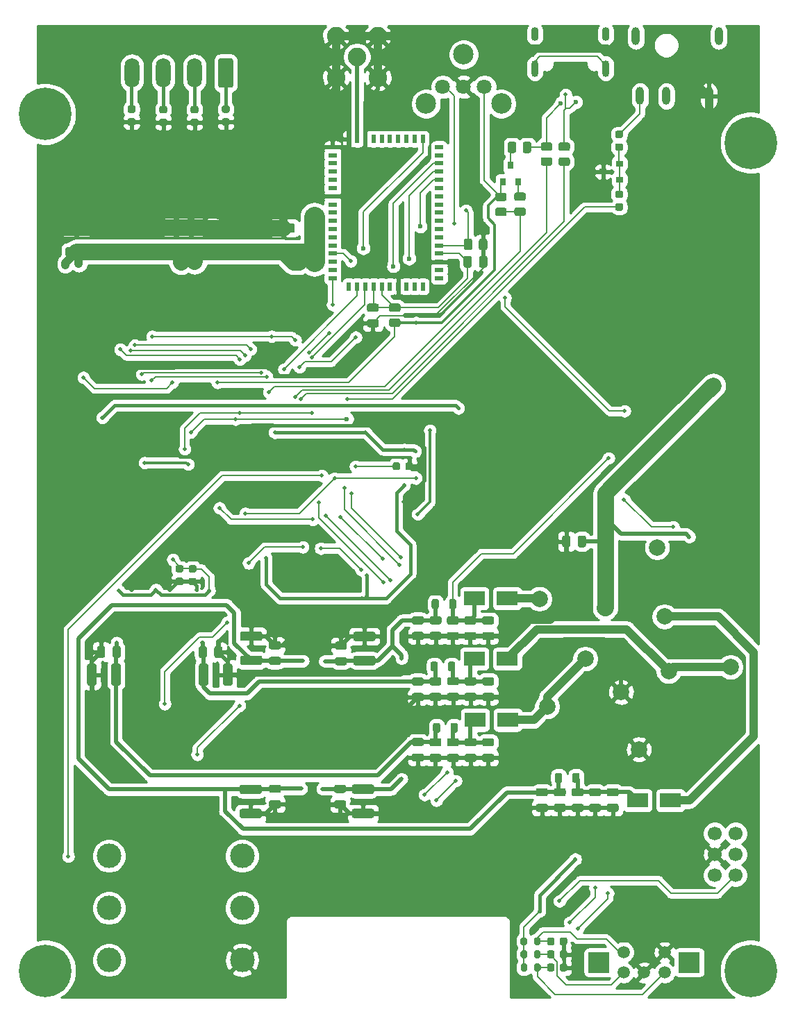
<source format=gbr>
G04 #@! TF.GenerationSoftware,KiCad,Pcbnew,5.1.9*
G04 #@! TF.CreationDate,2021-07-08T11:39:50+08:00*
G04 #@! TF.ProjectId,digital-amplifier2,64696769-7461-46c2-9d61-6d706c696669,rev?*
G04 #@! TF.SameCoordinates,Original*
G04 #@! TF.FileFunction,Copper,L2,Bot*
G04 #@! TF.FilePolarity,Positive*
%FSLAX46Y46*%
G04 Gerber Fmt 4.6, Leading zero omitted, Abs format (unit mm)*
G04 Created by KiCad (PCBNEW 5.1.9) date 2021-07-08 11:39:50*
%MOMM*%
%LPD*%
G01*
G04 APERTURE LIST*
G04 #@! TA.AperFunction,SMDPad,CuDef*
%ADD10R,0.900000X0.800000*%
G04 #@! TD*
G04 #@! TA.AperFunction,ComponentPad*
%ADD11C,0.600000*%
G04 #@! TD*
G04 #@! TA.AperFunction,SMDPad,CuDef*
%ADD12R,2.500000X1.800000*%
G04 #@! TD*
G04 #@! TA.AperFunction,ComponentPad*
%ADD13C,2.000000*%
G04 #@! TD*
G04 #@! TA.AperFunction,ComponentPad*
%ADD14C,1.700000*%
G04 #@! TD*
G04 #@! TA.AperFunction,ComponentPad*
%ADD15C,2.250000*%
G04 #@! TD*
G04 #@! TA.AperFunction,ComponentPad*
%ADD16O,1.800000X3.600000*%
G04 #@! TD*
G04 #@! TA.AperFunction,SMDPad,CuDef*
%ADD17R,9.500000X3.400000*%
G04 #@! TD*
G04 #@! TA.AperFunction,ComponentPad*
%ADD18R,2.600000X2.500000*%
G04 #@! TD*
G04 #@! TA.AperFunction,ComponentPad*
%ADD19C,1.500000*%
G04 #@! TD*
G04 #@! TA.AperFunction,ComponentPad*
%ADD20O,0.900000X1.700000*%
G04 #@! TD*
G04 #@! TA.AperFunction,ComponentPad*
%ADD21O,0.900000X2.000000*%
G04 #@! TD*
G04 #@! TA.AperFunction,SMDPad,CuDef*
%ADD22R,5.800000X3.200000*%
G04 #@! TD*
G04 #@! TA.AperFunction,ComponentPad*
%ADD23C,1.800000*%
G04 #@! TD*
G04 #@! TA.AperFunction,WasherPad*
%ADD24C,2.500000*%
G04 #@! TD*
G04 #@! TA.AperFunction,SMDPad,CuDef*
%ADD25R,1.000000X0.500000*%
G04 #@! TD*
G04 #@! TA.AperFunction,SMDPad,CuDef*
%ADD26R,0.500000X1.000000*%
G04 #@! TD*
G04 #@! TA.AperFunction,SMDPad,CuDef*
%ADD27R,0.800000X0.900000*%
G04 #@! TD*
G04 #@! TA.AperFunction,ComponentPad*
%ADD28C,3.000000*%
G04 #@! TD*
G04 #@! TA.AperFunction,ComponentPad*
%ADD29O,1.000000X2.200000*%
G04 #@! TD*
G04 #@! TA.AperFunction,ComponentPad*
%ADD30C,6.400000*%
G04 #@! TD*
G04 #@! TA.AperFunction,ViaPad*
%ADD31C,0.600000*%
G04 #@! TD*
G04 #@! TA.AperFunction,ViaPad*
%ADD32C,0.500000*%
G04 #@! TD*
G04 #@! TA.AperFunction,Conductor*
%ADD33C,2.000000*%
G04 #@! TD*
G04 #@! TA.AperFunction,Conductor*
%ADD34C,0.400000*%
G04 #@! TD*
G04 #@! TA.AperFunction,Conductor*
%ADD35C,0.500000*%
G04 #@! TD*
G04 #@! TA.AperFunction,Conductor*
%ADD36C,0.200000*%
G04 #@! TD*
G04 #@! TA.AperFunction,Conductor*
%ADD37C,1.000000*%
G04 #@! TD*
G04 #@! TA.AperFunction,Conductor*
%ADD38C,0.300000*%
G04 #@! TD*
G04 #@! TA.AperFunction,Conductor*
%ADD39C,2.500000*%
G04 #@! TD*
G04 #@! TA.AperFunction,Conductor*
%ADD40C,0.254000*%
G04 #@! TD*
G04 #@! TA.AperFunction,Conductor*
%ADD41C,0.100000*%
G04 #@! TD*
G04 APERTURE END LIST*
D10*
X171994320Y-118536720D03*
X173994320Y-119486720D03*
X173994320Y-117586720D03*
G04 #@! TA.AperFunction,SMDPad,CuDef*
G36*
G01*
X173709520Y-115082200D02*
X174209520Y-115082200D01*
G75*
G02*
X174434520Y-115307200I0J-225000D01*
G01*
X174434520Y-115757200D01*
G75*
G02*
X174209520Y-115982200I-225000J0D01*
G01*
X173709520Y-115982200D01*
G75*
G02*
X173484520Y-115757200I0J225000D01*
G01*
X173484520Y-115307200D01*
G75*
G02*
X173709520Y-115082200I225000J0D01*
G01*
G37*
G04 #@! TD.AperFunction*
G04 #@! TA.AperFunction,SMDPad,CuDef*
G36*
G01*
X173709520Y-113532200D02*
X174209520Y-113532200D01*
G75*
G02*
X174434520Y-113757200I0J-225000D01*
G01*
X174434520Y-114207200D01*
G75*
G02*
X174209520Y-114432200I-225000J0D01*
G01*
X173709520Y-114432200D01*
G75*
G02*
X173484520Y-114207200I0J225000D01*
G01*
X173484520Y-113757200D01*
G75*
G02*
X173709520Y-113532200I225000J0D01*
G01*
G37*
G04 #@! TD.AperFunction*
G04 #@! TA.AperFunction,SMDPad,CuDef*
G36*
G01*
X174209520Y-121747400D02*
X173709520Y-121747400D01*
G75*
G02*
X173484520Y-121522400I0J225000D01*
G01*
X173484520Y-121072400D01*
G75*
G02*
X173709520Y-120847400I225000J0D01*
G01*
X174209520Y-120847400D01*
G75*
G02*
X174434520Y-121072400I0J-225000D01*
G01*
X174434520Y-121522400D01*
G75*
G02*
X174209520Y-121747400I-225000J0D01*
G01*
G37*
G04 #@! TD.AperFunction*
G04 #@! TA.AperFunction,SMDPad,CuDef*
G36*
G01*
X174209520Y-123297400D02*
X173709520Y-123297400D01*
G75*
G02*
X173484520Y-123072400I0J225000D01*
G01*
X173484520Y-122622400D01*
G75*
G02*
X173709520Y-122397400I225000J0D01*
G01*
X174209520Y-122397400D01*
G75*
G02*
X174434520Y-122622400I0J-225000D01*
G01*
X174434520Y-123072400D01*
G75*
G02*
X174209520Y-123297400I-225000J0D01*
G01*
G37*
G04 #@! TD.AperFunction*
D11*
X141058900Y-185381900D03*
X141058900Y-186651900D03*
X139788900Y-185381900D03*
X139788900Y-186651900D03*
X138518900Y-185381900D03*
X138518900Y-186651900D03*
D12*
X160318200Y-170586400D03*
X156318200Y-170586400D03*
D13*
X164236400Y-170649900D03*
X169824400Y-177952400D03*
X165188900Y-183794400D03*
X174205900Y-182016400D03*
X179476400Y-172808900D03*
X187540900Y-178968400D03*
X179984400Y-179476400D03*
X176364900Y-189001400D03*
X172237400Y-171792900D03*
X178587400Y-164363400D03*
G04 #@! TA.AperFunction,SMDPad,CuDef*
G36*
G01*
X151851200Y-178521110D02*
X151851200Y-179283610D01*
G75*
G02*
X151632450Y-179502360I-218750J0D01*
G01*
X151194950Y-179502360D01*
G75*
G02*
X150976200Y-179283610I0J218750D01*
G01*
X150976200Y-178521110D01*
G75*
G02*
X151194950Y-178302360I218750J0D01*
G01*
X151632450Y-178302360D01*
G75*
G02*
X151851200Y-178521110I0J-218750D01*
G01*
G37*
G04 #@! TD.AperFunction*
G04 #@! TA.AperFunction,SMDPad,CuDef*
G36*
G01*
X153976200Y-178521110D02*
X153976200Y-179283610D01*
G75*
G02*
X153757450Y-179502360I-218750J0D01*
G01*
X153319950Y-179502360D01*
G75*
G02*
X153101200Y-179283610I0J218750D01*
G01*
X153101200Y-178521110D01*
G75*
G02*
X153319950Y-178302360I218750J0D01*
G01*
X153757450Y-178302360D01*
G75*
G02*
X153976200Y-178521110I0J-218750D01*
G01*
G37*
G04 #@! TD.AperFunction*
G04 #@! TA.AperFunction,SMDPad,CuDef*
G36*
G01*
X152145840Y-185993790D02*
X152145840Y-186756290D01*
G75*
G02*
X151927090Y-186975040I-218750J0D01*
G01*
X151489590Y-186975040D01*
G75*
G02*
X151270840Y-186756290I0J218750D01*
G01*
X151270840Y-185993790D01*
G75*
G02*
X151489590Y-185775040I218750J0D01*
G01*
X151927090Y-185775040D01*
G75*
G02*
X152145840Y-185993790I0J-218750D01*
G01*
G37*
G04 #@! TD.AperFunction*
G04 #@! TA.AperFunction,SMDPad,CuDef*
G36*
G01*
X154270840Y-185993790D02*
X154270840Y-186756290D01*
G75*
G02*
X154052090Y-186975040I-218750J0D01*
G01*
X153614590Y-186975040D01*
G75*
G02*
X153395840Y-186756290I0J218750D01*
G01*
X153395840Y-185993790D01*
G75*
G02*
X153614590Y-185775040I218750J0D01*
G01*
X154052090Y-185775040D01*
G75*
G02*
X154270840Y-185993790I0J-218750D01*
G01*
G37*
G04 #@! TD.AperFunction*
D12*
X156328360Y-177947320D03*
X160328360Y-177947320D03*
X160389320Y-185420000D03*
X156389320Y-185420000D03*
G04 #@! TA.AperFunction,SMDPad,CuDef*
G36*
G01*
X148943040Y-182120960D02*
X149893040Y-182120960D01*
G75*
G02*
X150143040Y-182370960I0J-250000D01*
G01*
X150143040Y-182870960D01*
G75*
G02*
X149893040Y-183120960I-250000J0D01*
G01*
X148943040Y-183120960D01*
G75*
G02*
X148693040Y-182870960I0J250000D01*
G01*
X148693040Y-182370960D01*
G75*
G02*
X148943040Y-182120960I250000J0D01*
G01*
G37*
G04 #@! TD.AperFunction*
G04 #@! TA.AperFunction,SMDPad,CuDef*
G36*
G01*
X148943040Y-180220960D02*
X149893040Y-180220960D01*
G75*
G02*
X150143040Y-180470960I0J-250000D01*
G01*
X150143040Y-180970960D01*
G75*
G02*
X149893040Y-181220960I-250000J0D01*
G01*
X148943040Y-181220960D01*
G75*
G02*
X148693040Y-180970960I0J250000D01*
G01*
X148693040Y-180470960D01*
G75*
G02*
X148943040Y-180220960I250000J0D01*
G01*
G37*
G04 #@! TD.AperFunction*
G04 #@! TA.AperFunction,SMDPad,CuDef*
G36*
G01*
X151089975Y-189544760D02*
X152039975Y-189544760D01*
G75*
G02*
X152289975Y-189794760I0J-250000D01*
G01*
X152289975Y-190294760D01*
G75*
G02*
X152039975Y-190544760I-250000J0D01*
G01*
X151089975Y-190544760D01*
G75*
G02*
X150839975Y-190294760I0J250000D01*
G01*
X150839975Y-189794760D01*
G75*
G02*
X151089975Y-189544760I250000J0D01*
G01*
G37*
G04 #@! TD.AperFunction*
G04 #@! TA.AperFunction,SMDPad,CuDef*
G36*
G01*
X151089975Y-187644760D02*
X152039975Y-187644760D01*
G75*
G02*
X152289975Y-187894760I0J-250000D01*
G01*
X152289975Y-188394760D01*
G75*
G02*
X152039975Y-188644760I-250000J0D01*
G01*
X151089975Y-188644760D01*
G75*
G02*
X150839975Y-188394760I0J250000D01*
G01*
X150839975Y-187894760D01*
G75*
G02*
X151089975Y-187644760I250000J0D01*
G01*
G37*
G04 #@! TD.AperFunction*
G04 #@! TA.AperFunction,SMDPad,CuDef*
G36*
G01*
X151080760Y-182109360D02*
X152030760Y-182109360D01*
G75*
G02*
X152280760Y-182359360I0J-250000D01*
G01*
X152280760Y-182859360D01*
G75*
G02*
X152030760Y-183109360I-250000J0D01*
G01*
X151080760Y-183109360D01*
G75*
G02*
X150830760Y-182859360I0J250000D01*
G01*
X150830760Y-182359360D01*
G75*
G02*
X151080760Y-182109360I250000J0D01*
G01*
G37*
G04 #@! TD.AperFunction*
G04 #@! TA.AperFunction,SMDPad,CuDef*
G36*
G01*
X151080760Y-180209360D02*
X152030760Y-180209360D01*
G75*
G02*
X152280760Y-180459360I0J-250000D01*
G01*
X152280760Y-180959360D01*
G75*
G02*
X152030760Y-181209360I-250000J0D01*
G01*
X151080760Y-181209360D01*
G75*
G02*
X150830760Y-180959360I0J250000D01*
G01*
X150830760Y-180459360D01*
G75*
G02*
X151080760Y-180209360I250000J0D01*
G01*
G37*
G04 #@! TD.AperFunction*
G04 #@! TA.AperFunction,SMDPad,CuDef*
G36*
G01*
X148948120Y-189507280D02*
X149898120Y-189507280D01*
G75*
G02*
X150148120Y-189757280I0J-250000D01*
G01*
X150148120Y-190257280D01*
G75*
G02*
X149898120Y-190507280I-250000J0D01*
G01*
X148948120Y-190507280D01*
G75*
G02*
X148698120Y-190257280I0J250000D01*
G01*
X148698120Y-189757280D01*
G75*
G02*
X148948120Y-189507280I250000J0D01*
G01*
G37*
G04 #@! TD.AperFunction*
G04 #@! TA.AperFunction,SMDPad,CuDef*
G36*
G01*
X148948120Y-187607280D02*
X149898120Y-187607280D01*
G75*
G02*
X150148120Y-187857280I0J-250000D01*
G01*
X150148120Y-188357280D01*
G75*
G02*
X149898120Y-188607280I-250000J0D01*
G01*
X148948120Y-188607280D01*
G75*
G02*
X148698120Y-188357280I0J250000D01*
G01*
X148698120Y-187857280D01*
G75*
G02*
X148948120Y-187607280I250000J0D01*
G01*
G37*
G04 #@! TD.AperFunction*
G04 #@! TA.AperFunction,SMDPad,CuDef*
G36*
G01*
X153240720Y-182095560D02*
X154190720Y-182095560D01*
G75*
G02*
X154440720Y-182345560I0J-250000D01*
G01*
X154440720Y-182845560D01*
G75*
G02*
X154190720Y-183095560I-250000J0D01*
G01*
X153240720Y-183095560D01*
G75*
G02*
X152990720Y-182845560I0J250000D01*
G01*
X152990720Y-182345560D01*
G75*
G02*
X153240720Y-182095560I250000J0D01*
G01*
G37*
G04 #@! TD.AperFunction*
G04 #@! TA.AperFunction,SMDPad,CuDef*
G36*
G01*
X153240720Y-180195560D02*
X154190720Y-180195560D01*
G75*
G02*
X154440720Y-180445560I0J-250000D01*
G01*
X154440720Y-180945560D01*
G75*
G02*
X154190720Y-181195560I-250000J0D01*
G01*
X153240720Y-181195560D01*
G75*
G02*
X152990720Y-180945560I0J250000D01*
G01*
X152990720Y-180445560D01*
G75*
G02*
X153240720Y-180195560I250000J0D01*
G01*
G37*
G04 #@! TD.AperFunction*
G04 #@! TA.AperFunction,SMDPad,CuDef*
G36*
G01*
X153231830Y-189542840D02*
X154181830Y-189542840D01*
G75*
G02*
X154431830Y-189792840I0J-250000D01*
G01*
X154431830Y-190292840D01*
G75*
G02*
X154181830Y-190542840I-250000J0D01*
G01*
X153231830Y-190542840D01*
G75*
G02*
X152981830Y-190292840I0J250000D01*
G01*
X152981830Y-189792840D01*
G75*
G02*
X153231830Y-189542840I250000J0D01*
G01*
G37*
G04 #@! TD.AperFunction*
G04 #@! TA.AperFunction,SMDPad,CuDef*
G36*
G01*
X153231830Y-187642840D02*
X154181830Y-187642840D01*
G75*
G02*
X154431830Y-187892840I0J-250000D01*
G01*
X154431830Y-188392840D01*
G75*
G02*
X154181830Y-188642840I-250000J0D01*
G01*
X153231830Y-188642840D01*
G75*
G02*
X152981830Y-188392840I0J250000D01*
G01*
X152981830Y-187892840D01*
G75*
G02*
X153231830Y-187642840I250000J0D01*
G01*
G37*
G04 #@! TD.AperFunction*
G04 #@! TA.AperFunction,SMDPad,CuDef*
G36*
G01*
X157520620Y-182108260D02*
X158470620Y-182108260D01*
G75*
G02*
X158720620Y-182358260I0J-250000D01*
G01*
X158720620Y-182858260D01*
G75*
G02*
X158470620Y-183108260I-250000J0D01*
G01*
X157520620Y-183108260D01*
G75*
G02*
X157270620Y-182858260I0J250000D01*
G01*
X157270620Y-182358260D01*
G75*
G02*
X157520620Y-182108260I250000J0D01*
G01*
G37*
G04 #@! TD.AperFunction*
G04 #@! TA.AperFunction,SMDPad,CuDef*
G36*
G01*
X157520620Y-180208260D02*
X158470620Y-180208260D01*
G75*
G02*
X158720620Y-180458260I0J-250000D01*
G01*
X158720620Y-180958260D01*
G75*
G02*
X158470620Y-181208260I-250000J0D01*
G01*
X157520620Y-181208260D01*
G75*
G02*
X157270620Y-180958260I0J250000D01*
G01*
X157270620Y-180458260D01*
G75*
G02*
X157520620Y-180208260I250000J0D01*
G01*
G37*
G04 #@! TD.AperFunction*
G04 #@! TA.AperFunction,SMDPad,CuDef*
G36*
G01*
X157515540Y-189542840D02*
X158465540Y-189542840D01*
G75*
G02*
X158715540Y-189792840I0J-250000D01*
G01*
X158715540Y-190292840D01*
G75*
G02*
X158465540Y-190542840I-250000J0D01*
G01*
X157515540Y-190542840D01*
G75*
G02*
X157265540Y-190292840I0J250000D01*
G01*
X157265540Y-189792840D01*
G75*
G02*
X157515540Y-189542840I250000J0D01*
G01*
G37*
G04 #@! TD.AperFunction*
G04 #@! TA.AperFunction,SMDPad,CuDef*
G36*
G01*
X157515540Y-187642840D02*
X158465540Y-187642840D01*
G75*
G02*
X158715540Y-187892840I0J-250000D01*
G01*
X158715540Y-188392840D01*
G75*
G02*
X158465540Y-188642840I-250000J0D01*
G01*
X157515540Y-188642840D01*
G75*
G02*
X157265540Y-188392840I0J250000D01*
G01*
X157265540Y-187892840D01*
G75*
G02*
X157515540Y-187642840I250000J0D01*
G01*
G37*
G04 #@! TD.AperFunction*
G04 #@! TA.AperFunction,SMDPad,CuDef*
G36*
G01*
X155361620Y-182108260D02*
X156311620Y-182108260D01*
G75*
G02*
X156561620Y-182358260I0J-250000D01*
G01*
X156561620Y-182858260D01*
G75*
G02*
X156311620Y-183108260I-250000J0D01*
G01*
X155361620Y-183108260D01*
G75*
G02*
X155111620Y-182858260I0J250000D01*
G01*
X155111620Y-182358260D01*
G75*
G02*
X155361620Y-182108260I250000J0D01*
G01*
G37*
G04 #@! TD.AperFunction*
G04 #@! TA.AperFunction,SMDPad,CuDef*
G36*
G01*
X155361620Y-180208260D02*
X156311620Y-180208260D01*
G75*
G02*
X156561620Y-180458260I0J-250000D01*
G01*
X156561620Y-180958260D01*
G75*
G02*
X156311620Y-181208260I-250000J0D01*
G01*
X155361620Y-181208260D01*
G75*
G02*
X155111620Y-180958260I0J250000D01*
G01*
X155111620Y-180458260D01*
G75*
G02*
X155361620Y-180208260I250000J0D01*
G01*
G37*
G04 #@! TD.AperFunction*
G04 #@! TA.AperFunction,SMDPad,CuDef*
G36*
G01*
X155373685Y-189542840D02*
X156323685Y-189542840D01*
G75*
G02*
X156573685Y-189792840I0J-250000D01*
G01*
X156573685Y-190292840D01*
G75*
G02*
X156323685Y-190542840I-250000J0D01*
G01*
X155373685Y-190542840D01*
G75*
G02*
X155123685Y-190292840I0J250000D01*
G01*
X155123685Y-189792840D01*
G75*
G02*
X155373685Y-189542840I250000J0D01*
G01*
G37*
G04 #@! TD.AperFunction*
G04 #@! TA.AperFunction,SMDPad,CuDef*
G36*
G01*
X155373685Y-187642840D02*
X156323685Y-187642840D01*
G75*
G02*
X156573685Y-187892840I0J-250000D01*
G01*
X156573685Y-188392840D01*
G75*
G02*
X156323685Y-188642840I-250000J0D01*
G01*
X155373685Y-188642840D01*
G75*
G02*
X155123685Y-188392840I0J250000D01*
G01*
X155123685Y-187892840D01*
G75*
G02*
X155373685Y-187642840I250000J0D01*
G01*
G37*
G04 #@! TD.AperFunction*
G04 #@! TA.AperFunction,SMDPad,CuDef*
G36*
G01*
X110255480Y-178798039D02*
X110255480Y-180998041D01*
G75*
G02*
X110005481Y-181248040I-249999J0D01*
G01*
X109355479Y-181248040D01*
G75*
G02*
X109105480Y-180998041I0J249999D01*
G01*
X109105480Y-178798039D01*
G75*
G02*
X109355479Y-178548040I249999J0D01*
G01*
X110005481Y-178548040D01*
G75*
G02*
X110255480Y-178798039I0J-249999D01*
G01*
G37*
G04 #@! TD.AperFunction*
G04 #@! TA.AperFunction,SMDPad,CuDef*
G36*
G01*
X113205480Y-178798039D02*
X113205480Y-180998041D01*
G75*
G02*
X112955481Y-181248040I-249999J0D01*
G01*
X112305479Y-181248040D01*
G75*
G02*
X112055480Y-180998041I0J249999D01*
G01*
X112055480Y-178798039D01*
G75*
G02*
X112305479Y-178548040I249999J0D01*
G01*
X112955481Y-178548040D01*
G75*
G02*
X113205480Y-178798039I0J-249999D01*
G01*
G37*
G04 #@! TD.AperFunction*
G04 #@! TA.AperFunction,SMDPad,CuDef*
G36*
G01*
X125674960Y-180998041D02*
X125674960Y-178798039D01*
G75*
G02*
X125924959Y-178548040I249999J0D01*
G01*
X126574961Y-178548040D01*
G75*
G02*
X126824960Y-178798039I0J-249999D01*
G01*
X126824960Y-180998041D01*
G75*
G02*
X126574961Y-181248040I-249999J0D01*
G01*
X125924959Y-181248040D01*
G75*
G02*
X125674960Y-180998041I0J249999D01*
G01*
G37*
G04 #@! TD.AperFunction*
G04 #@! TA.AperFunction,SMDPad,CuDef*
G36*
G01*
X122724960Y-180998041D02*
X122724960Y-178798039D01*
G75*
G02*
X122974959Y-178548040I249999J0D01*
G01*
X123624961Y-178548040D01*
G75*
G02*
X123874960Y-178798039I0J-249999D01*
G01*
X123874960Y-180998041D01*
G75*
G02*
X123624961Y-181248040I-249999J0D01*
G01*
X122974959Y-181248040D01*
G75*
G02*
X122724960Y-180998041I0J249999D01*
G01*
G37*
G04 #@! TD.AperFunction*
G04 #@! TA.AperFunction,SMDPad,CuDef*
G36*
G01*
X166720400Y-212682900D02*
X166720400Y-212182900D01*
G75*
G02*
X166945400Y-211957900I225000J0D01*
G01*
X167395400Y-211957900D01*
G75*
G02*
X167620400Y-212182900I0J-225000D01*
G01*
X167620400Y-212682900D01*
G75*
G02*
X167395400Y-212907900I-225000J0D01*
G01*
X166945400Y-212907900D01*
G75*
G02*
X166720400Y-212682900I0J225000D01*
G01*
G37*
G04 #@! TD.AperFunction*
G04 #@! TA.AperFunction,SMDPad,CuDef*
G36*
G01*
X165170400Y-212682900D02*
X165170400Y-212182900D01*
G75*
G02*
X165395400Y-211957900I225000J0D01*
G01*
X165845400Y-211957900D01*
G75*
G02*
X166070400Y-212182900I0J-225000D01*
G01*
X166070400Y-212682900D01*
G75*
G02*
X165845400Y-212907900I-225000J0D01*
G01*
X165395400Y-212907900D01*
G75*
G02*
X165170400Y-212682900I0J225000D01*
G01*
G37*
G04 #@! TD.AperFunction*
G04 #@! TA.AperFunction,SMDPad,CuDef*
G36*
G01*
X166733100Y-215870600D02*
X166733100Y-215370600D01*
G75*
G02*
X166958100Y-215145600I225000J0D01*
G01*
X167408100Y-215145600D01*
G75*
G02*
X167633100Y-215370600I0J-225000D01*
G01*
X167633100Y-215870600D01*
G75*
G02*
X167408100Y-216095600I-225000J0D01*
G01*
X166958100Y-216095600D01*
G75*
G02*
X166733100Y-215870600I0J225000D01*
G01*
G37*
G04 #@! TD.AperFunction*
G04 #@! TA.AperFunction,SMDPad,CuDef*
G36*
G01*
X165183100Y-215870600D02*
X165183100Y-215370600D01*
G75*
G02*
X165408100Y-215145600I225000J0D01*
G01*
X165858100Y-215145600D01*
G75*
G02*
X166083100Y-215370600I0J-225000D01*
G01*
X166083100Y-215870600D01*
G75*
G02*
X165858100Y-216095600I-225000J0D01*
G01*
X165408100Y-216095600D01*
G75*
G02*
X165183100Y-215870600I0J225000D01*
G01*
G37*
G04 #@! TD.AperFunction*
G04 #@! TA.AperFunction,SMDPad,CuDef*
G36*
G01*
X166720400Y-214257700D02*
X166720400Y-213757700D01*
G75*
G02*
X166945400Y-213532700I225000J0D01*
G01*
X167395400Y-213532700D01*
G75*
G02*
X167620400Y-213757700I0J-225000D01*
G01*
X167620400Y-214257700D01*
G75*
G02*
X167395400Y-214482700I-225000J0D01*
G01*
X166945400Y-214482700D01*
G75*
G02*
X166720400Y-214257700I0J225000D01*
G01*
G37*
G04 #@! TD.AperFunction*
G04 #@! TA.AperFunction,SMDPad,CuDef*
G36*
G01*
X165170400Y-214257700D02*
X165170400Y-213757700D01*
G75*
G02*
X165395400Y-213532700I225000J0D01*
G01*
X165845400Y-213532700D01*
G75*
G02*
X166070400Y-213757700I0J-225000D01*
G01*
X166070400Y-214257700D01*
G75*
G02*
X165845400Y-214482700I-225000J0D01*
G01*
X165395400Y-214482700D01*
G75*
G02*
X165170400Y-214257700I0J225000D01*
G01*
G37*
G04 #@! TD.AperFunction*
G04 #@! TA.AperFunction,SMDPad,CuDef*
G36*
G01*
X163594600Y-212695200D02*
X163594600Y-212145200D01*
G75*
G02*
X163794600Y-211945200I200000J0D01*
G01*
X164194600Y-211945200D01*
G75*
G02*
X164394600Y-212145200I0J-200000D01*
G01*
X164394600Y-212695200D01*
G75*
G02*
X164194600Y-212895200I-200000J0D01*
G01*
X163794600Y-212895200D01*
G75*
G02*
X163594600Y-212695200I0J200000D01*
G01*
G37*
G04 #@! TD.AperFunction*
G04 #@! TA.AperFunction,SMDPad,CuDef*
G36*
G01*
X161944600Y-212695200D02*
X161944600Y-212145200D01*
G75*
G02*
X162144600Y-211945200I200000J0D01*
G01*
X162544600Y-211945200D01*
G75*
G02*
X162744600Y-212145200I0J-200000D01*
G01*
X162744600Y-212695200D01*
G75*
G02*
X162544600Y-212895200I-200000J0D01*
G01*
X162144600Y-212895200D01*
G75*
G02*
X161944600Y-212695200I0J200000D01*
G01*
G37*
G04 #@! TD.AperFunction*
G04 #@! TA.AperFunction,SMDPad,CuDef*
G36*
G01*
X163607300Y-215882900D02*
X163607300Y-215332900D01*
G75*
G02*
X163807300Y-215132900I200000J0D01*
G01*
X164207300Y-215132900D01*
G75*
G02*
X164407300Y-215332900I0J-200000D01*
G01*
X164407300Y-215882900D01*
G75*
G02*
X164207300Y-216082900I-200000J0D01*
G01*
X163807300Y-216082900D01*
G75*
G02*
X163607300Y-215882900I0J200000D01*
G01*
G37*
G04 #@! TD.AperFunction*
G04 #@! TA.AperFunction,SMDPad,CuDef*
G36*
G01*
X161957300Y-215882900D02*
X161957300Y-215332900D01*
G75*
G02*
X162157300Y-215132900I200000J0D01*
G01*
X162557300Y-215132900D01*
G75*
G02*
X162757300Y-215332900I0J-200000D01*
G01*
X162757300Y-215882900D01*
G75*
G02*
X162557300Y-216082900I-200000J0D01*
G01*
X162157300Y-216082900D01*
G75*
G02*
X161957300Y-215882900I0J200000D01*
G01*
G37*
G04 #@! TD.AperFunction*
G04 #@! TA.AperFunction,SMDPad,CuDef*
G36*
G01*
X163594600Y-214282700D02*
X163594600Y-213732700D01*
G75*
G02*
X163794600Y-213532700I200000J0D01*
G01*
X164194600Y-213532700D01*
G75*
G02*
X164394600Y-213732700I0J-200000D01*
G01*
X164394600Y-214282700D01*
G75*
G02*
X164194600Y-214482700I-200000J0D01*
G01*
X163794600Y-214482700D01*
G75*
G02*
X163594600Y-214282700I0J200000D01*
G01*
G37*
G04 #@! TD.AperFunction*
G04 #@! TA.AperFunction,SMDPad,CuDef*
G36*
G01*
X161944600Y-214282700D02*
X161944600Y-213732700D01*
G75*
G02*
X162144600Y-213532700I200000J0D01*
G01*
X162544600Y-213532700D01*
G75*
G02*
X162744600Y-213732700I0J-200000D01*
G01*
X162744600Y-214282700D01*
G75*
G02*
X162544600Y-214482700I-200000J0D01*
G01*
X162144600Y-214482700D01*
G75*
G02*
X161944600Y-214282700I0J200000D01*
G01*
G37*
G04 #@! TD.AperFunction*
G04 #@! TA.AperFunction,SMDPad,CuDef*
G36*
G01*
X168015500Y-163164500D02*
X168015500Y-164114500D01*
G75*
G02*
X167765500Y-164364500I-250000J0D01*
G01*
X167265500Y-164364500D01*
G75*
G02*
X167015500Y-164114500I0J250000D01*
G01*
X167015500Y-163164500D01*
G75*
G02*
X167265500Y-162914500I250000J0D01*
G01*
X167765500Y-162914500D01*
G75*
G02*
X168015500Y-163164500I0J-250000D01*
G01*
G37*
G04 #@! TD.AperFunction*
G04 #@! TA.AperFunction,SMDPad,CuDef*
G36*
G01*
X169915500Y-163164500D02*
X169915500Y-164114500D01*
G75*
G02*
X169665500Y-164364500I-250000J0D01*
G01*
X169165500Y-164364500D01*
G75*
G02*
X168915500Y-164114500I0J250000D01*
G01*
X168915500Y-163164500D01*
G75*
G02*
X169165500Y-162914500I250000J0D01*
G01*
X169665500Y-162914500D01*
G75*
G02*
X169915500Y-163164500I0J-250000D01*
G01*
G37*
G04 #@! TD.AperFunction*
D14*
X188150500Y-204355700D03*
X185610500Y-204355700D03*
X188150500Y-201815700D03*
X185610500Y-201815700D03*
X188150500Y-199275700D03*
X185610500Y-199275700D03*
D15*
X139460000Y-107040000D03*
X139460000Y-101960000D03*
X144540000Y-101960000D03*
X144540000Y-107040000D03*
X142000000Y-104500000D03*
D16*
X114570000Y-106500000D03*
X118380000Y-106500000D03*
X122190000Y-106500000D03*
G04 #@! TA.AperFunction,ComponentPad*
G36*
G01*
X126900000Y-104950000D02*
X126900000Y-108050000D01*
G75*
G02*
X126650000Y-108300000I-250000J0D01*
G01*
X125350000Y-108300000D01*
G75*
G02*
X125100000Y-108050000I0J250000D01*
G01*
X125100000Y-104950000D01*
G75*
G02*
X125350000Y-104700000I250000J0D01*
G01*
X126650000Y-104700000D01*
G75*
G02*
X126900000Y-104950000I0J-250000D01*
G01*
G37*
G04 #@! TD.AperFunction*
G04 #@! TA.AperFunction,SMDPad,CuDef*
G36*
G01*
X167709002Y-115995500D02*
X166808998Y-115995500D01*
G75*
G02*
X166559000Y-115745502I0J249998D01*
G01*
X166559000Y-115220498D01*
G75*
G02*
X166808998Y-114970500I249998J0D01*
G01*
X167709002Y-114970500D01*
G75*
G02*
X167959000Y-115220498I0J-249998D01*
G01*
X167959000Y-115745502D01*
G75*
G02*
X167709002Y-115995500I-249998J0D01*
G01*
G37*
G04 #@! TD.AperFunction*
G04 #@! TA.AperFunction,SMDPad,CuDef*
G36*
G01*
X167709002Y-117820500D02*
X166808998Y-117820500D01*
G75*
G02*
X166559000Y-117570502I0J249998D01*
G01*
X166559000Y-117045498D01*
G75*
G02*
X166808998Y-116795500I249998J0D01*
G01*
X167709002Y-116795500D01*
G75*
G02*
X167959000Y-117045498I0J-249998D01*
G01*
X167959000Y-117570502D01*
G75*
G02*
X167709002Y-117820500I-249998J0D01*
G01*
G37*
G04 #@! TD.AperFunction*
G04 #@! TA.AperFunction,SMDPad,CuDef*
G36*
G01*
X147909160Y-154717560D02*
X147909160Y-154217560D01*
G75*
G02*
X148134160Y-153992560I225000J0D01*
G01*
X148584160Y-153992560D01*
G75*
G02*
X148809160Y-154217560I0J-225000D01*
G01*
X148809160Y-154717560D01*
G75*
G02*
X148584160Y-154942560I-225000J0D01*
G01*
X148134160Y-154942560D01*
G75*
G02*
X147909160Y-154717560I0J225000D01*
G01*
G37*
G04 #@! TD.AperFunction*
G04 #@! TA.AperFunction,SMDPad,CuDef*
G36*
G01*
X146359160Y-154717560D02*
X146359160Y-154217560D01*
G75*
G02*
X146584160Y-153992560I225000J0D01*
G01*
X147034160Y-153992560D01*
G75*
G02*
X147259160Y-154217560I0J-225000D01*
G01*
X147259160Y-154717560D01*
G75*
G02*
X147034160Y-154942560I-225000J0D01*
G01*
X146584160Y-154942560D01*
G75*
G02*
X146359160Y-154717560I0J225000D01*
G01*
G37*
G04 #@! TD.AperFunction*
D17*
X128701800Y-134645400D03*
D11*
X133151800Y-135945400D03*
X133151800Y-134645400D03*
X133151800Y-133345400D03*
X131371800Y-135945400D03*
X131371800Y-134645400D03*
X131371800Y-133345400D03*
X129591800Y-135945400D03*
X129591800Y-134645400D03*
X129591800Y-133345400D03*
X127811800Y-135945400D03*
X127811800Y-134645400D03*
X127811800Y-133345400D03*
X126031800Y-135945400D03*
X126031800Y-134645400D03*
X126031800Y-133345400D03*
X124251800Y-133345400D03*
X124251800Y-134645400D03*
X124251800Y-135945400D03*
D17*
X114122200Y-134696200D03*
D11*
X118572200Y-135996200D03*
X118572200Y-134696200D03*
X118572200Y-133396200D03*
X116792200Y-135996200D03*
X116792200Y-134696200D03*
X116792200Y-133396200D03*
X115012200Y-135996200D03*
X115012200Y-134696200D03*
X115012200Y-133396200D03*
X113232200Y-135996200D03*
X113232200Y-134696200D03*
X113232200Y-133396200D03*
X111452200Y-135996200D03*
X111452200Y-134696200D03*
X111452200Y-133396200D03*
X109672200Y-133396200D03*
X109672200Y-134696200D03*
X109672200Y-135996200D03*
G04 #@! TA.AperFunction,SMDPad,CuDef*
G36*
G01*
X126259400Y-111358800D02*
X125759400Y-111358800D01*
G75*
G02*
X125534400Y-111133800I0J225000D01*
G01*
X125534400Y-110683800D01*
G75*
G02*
X125759400Y-110458800I225000J0D01*
G01*
X126259400Y-110458800D01*
G75*
G02*
X126484400Y-110683800I0J-225000D01*
G01*
X126484400Y-111133800D01*
G75*
G02*
X126259400Y-111358800I-225000J0D01*
G01*
G37*
G04 #@! TD.AperFunction*
G04 #@! TA.AperFunction,SMDPad,CuDef*
G36*
G01*
X126259400Y-112908800D02*
X125759400Y-112908800D01*
G75*
G02*
X125534400Y-112683800I0J225000D01*
G01*
X125534400Y-112233800D01*
G75*
G02*
X125759400Y-112008800I225000J0D01*
G01*
X126259400Y-112008800D01*
G75*
G02*
X126484400Y-112233800I0J-225000D01*
G01*
X126484400Y-112683800D01*
G75*
G02*
X126259400Y-112908800I-225000J0D01*
G01*
G37*
G04 #@! TD.AperFunction*
G04 #@! TA.AperFunction,SMDPad,CuDef*
G36*
G01*
X118639400Y-111409600D02*
X118139400Y-111409600D01*
G75*
G02*
X117914400Y-111184600I0J225000D01*
G01*
X117914400Y-110734600D01*
G75*
G02*
X118139400Y-110509600I225000J0D01*
G01*
X118639400Y-110509600D01*
G75*
G02*
X118864400Y-110734600I0J-225000D01*
G01*
X118864400Y-111184600D01*
G75*
G02*
X118639400Y-111409600I-225000J0D01*
G01*
G37*
G04 #@! TD.AperFunction*
G04 #@! TA.AperFunction,SMDPad,CuDef*
G36*
G01*
X118639400Y-112959600D02*
X118139400Y-112959600D01*
G75*
G02*
X117914400Y-112734600I0J225000D01*
G01*
X117914400Y-112284600D01*
G75*
G02*
X118139400Y-112059600I225000J0D01*
G01*
X118639400Y-112059600D01*
G75*
G02*
X118864400Y-112284600I0J-225000D01*
G01*
X118864400Y-112734600D01*
G75*
G02*
X118639400Y-112959600I-225000J0D01*
G01*
G37*
G04 #@! TD.AperFunction*
G04 #@! TA.AperFunction,SMDPad,CuDef*
G36*
G01*
X122449400Y-111409600D02*
X121949400Y-111409600D01*
G75*
G02*
X121724400Y-111184600I0J225000D01*
G01*
X121724400Y-110734600D01*
G75*
G02*
X121949400Y-110509600I225000J0D01*
G01*
X122449400Y-110509600D01*
G75*
G02*
X122674400Y-110734600I0J-225000D01*
G01*
X122674400Y-111184600D01*
G75*
G02*
X122449400Y-111409600I-225000J0D01*
G01*
G37*
G04 #@! TD.AperFunction*
G04 #@! TA.AperFunction,SMDPad,CuDef*
G36*
G01*
X122449400Y-112959600D02*
X121949400Y-112959600D01*
G75*
G02*
X121724400Y-112734600I0J225000D01*
G01*
X121724400Y-112284600D01*
G75*
G02*
X121949400Y-112059600I225000J0D01*
G01*
X122449400Y-112059600D01*
G75*
G02*
X122674400Y-112284600I0J-225000D01*
G01*
X122674400Y-112734600D01*
G75*
G02*
X122449400Y-112959600I-225000J0D01*
G01*
G37*
G04 #@! TD.AperFunction*
G04 #@! TA.AperFunction,SMDPad,CuDef*
G36*
G01*
X114778600Y-111358800D02*
X114278600Y-111358800D01*
G75*
G02*
X114053600Y-111133800I0J225000D01*
G01*
X114053600Y-110683800D01*
G75*
G02*
X114278600Y-110458800I225000J0D01*
G01*
X114778600Y-110458800D01*
G75*
G02*
X115003600Y-110683800I0J-225000D01*
G01*
X115003600Y-111133800D01*
G75*
G02*
X114778600Y-111358800I-225000J0D01*
G01*
G37*
G04 #@! TD.AperFunction*
G04 #@! TA.AperFunction,SMDPad,CuDef*
G36*
G01*
X114778600Y-112908800D02*
X114278600Y-112908800D01*
G75*
G02*
X114053600Y-112683800I0J225000D01*
G01*
X114053600Y-112233800D01*
G75*
G02*
X114278600Y-112008800I225000J0D01*
G01*
X114778600Y-112008800D01*
G75*
G02*
X115003600Y-112233800I0J-225000D01*
G01*
X115003600Y-112683800D01*
G75*
G02*
X114778600Y-112908800I-225000J0D01*
G01*
G37*
G04 #@! TD.AperFunction*
G04 #@! TA.AperFunction,SMDPad,CuDef*
G36*
G01*
X124635441Y-125912040D02*
X122435439Y-125912040D01*
G75*
G02*
X122185440Y-125662041I0J249999D01*
G01*
X122185440Y-125012039D01*
G75*
G02*
X122435439Y-124762040I249999J0D01*
G01*
X124635441Y-124762040D01*
G75*
G02*
X124885440Y-125012039I0J-249999D01*
G01*
X124885440Y-125662041D01*
G75*
G02*
X124635441Y-125912040I-249999J0D01*
G01*
G37*
G04 #@! TD.AperFunction*
G04 #@! TA.AperFunction,SMDPad,CuDef*
G36*
G01*
X124635441Y-128862040D02*
X122435439Y-128862040D01*
G75*
G02*
X122185440Y-128612041I0J249999D01*
G01*
X122185440Y-127962039D01*
G75*
G02*
X122435439Y-127712040I249999J0D01*
G01*
X124635441Y-127712040D01*
G75*
G02*
X124885440Y-127962039I0J-249999D01*
G01*
X124885440Y-128612041D01*
G75*
G02*
X124635441Y-128862040I-249999J0D01*
G01*
G37*
G04 #@! TD.AperFunction*
G04 #@! TA.AperFunction,SMDPad,CuDef*
G36*
G01*
X108902681Y-125927280D02*
X106702679Y-125927280D01*
G75*
G02*
X106452680Y-125677281I0J249999D01*
G01*
X106452680Y-125027279D01*
G75*
G02*
X106702679Y-124777280I249999J0D01*
G01*
X108902681Y-124777280D01*
G75*
G02*
X109152680Y-125027279I0J-249999D01*
G01*
X109152680Y-125677281D01*
G75*
G02*
X108902681Y-125927280I-249999J0D01*
G01*
G37*
G04 #@! TD.AperFunction*
G04 #@! TA.AperFunction,SMDPad,CuDef*
G36*
G01*
X108902681Y-128877280D02*
X106702679Y-128877280D01*
G75*
G02*
X106452680Y-128627281I0J249999D01*
G01*
X106452680Y-127977279D01*
G75*
G02*
X106702679Y-127727280I249999J0D01*
G01*
X108902681Y-127727280D01*
G75*
G02*
X109152680Y-127977279I0J-249999D01*
G01*
X109152680Y-128627281D01*
G75*
G02*
X108902681Y-128877280I-249999J0D01*
G01*
G37*
G04 #@! TD.AperFunction*
G04 #@! TA.AperFunction,SMDPad,CuDef*
G36*
G01*
X121074361Y-125912040D02*
X118874359Y-125912040D01*
G75*
G02*
X118624360Y-125662041I0J249999D01*
G01*
X118624360Y-125012039D01*
G75*
G02*
X118874359Y-124762040I249999J0D01*
G01*
X121074361Y-124762040D01*
G75*
G02*
X121324360Y-125012039I0J-249999D01*
G01*
X121324360Y-125662041D01*
G75*
G02*
X121074361Y-125912040I-249999J0D01*
G01*
G37*
G04 #@! TD.AperFunction*
G04 #@! TA.AperFunction,SMDPad,CuDef*
G36*
G01*
X121074361Y-128862040D02*
X118874359Y-128862040D01*
G75*
G02*
X118624360Y-128612041I0J249999D01*
G01*
X118624360Y-127962039D01*
G75*
G02*
X118874359Y-127712040I249999J0D01*
G01*
X121074361Y-127712040D01*
G75*
G02*
X121324360Y-127962039I0J-249999D01*
G01*
X121324360Y-128612041D01*
G75*
G02*
X121074361Y-128862040I-249999J0D01*
G01*
G37*
G04 #@! TD.AperFunction*
G04 #@! TA.AperFunction,SMDPad,CuDef*
G36*
G01*
X134170601Y-125990040D02*
X131970599Y-125990040D01*
G75*
G02*
X131720600Y-125740041I0J249999D01*
G01*
X131720600Y-125090039D01*
G75*
G02*
X131970599Y-124840040I249999J0D01*
G01*
X134170601Y-124840040D01*
G75*
G02*
X134420600Y-125090039I0J-249999D01*
G01*
X134420600Y-125740041D01*
G75*
G02*
X134170601Y-125990040I-249999J0D01*
G01*
G37*
G04 #@! TD.AperFunction*
G04 #@! TA.AperFunction,SMDPad,CuDef*
G36*
G01*
X134170601Y-128940040D02*
X131970599Y-128940040D01*
G75*
G02*
X131720600Y-128690041I0J249999D01*
G01*
X131720600Y-128040039D01*
G75*
G02*
X131970599Y-127790040I249999J0D01*
G01*
X134170601Y-127790040D01*
G75*
G02*
X134420600Y-128040039I0J-249999D01*
G01*
X134420600Y-128690041D01*
G75*
G02*
X134170601Y-128940040I-249999J0D01*
G01*
G37*
G04 #@! TD.AperFunction*
D18*
X182500000Y-215000000D03*
X171500000Y-215000000D03*
D19*
X179500000Y-213750000D03*
X174500000Y-213750000D03*
X177000000Y-216250000D03*
X179500000Y-216250000D03*
X174500000Y-216250000D03*
G04 #@! TA.AperFunction,SMDPad,CuDef*
G36*
G01*
X120120600Y-168066600D02*
X120620600Y-168066600D01*
G75*
G02*
X120845600Y-168291600I0J-225000D01*
G01*
X120845600Y-168741600D01*
G75*
G02*
X120620600Y-168966600I-225000J0D01*
G01*
X120120600Y-168966600D01*
G75*
G02*
X119895600Y-168741600I0J225000D01*
G01*
X119895600Y-168291600D01*
G75*
G02*
X120120600Y-168066600I225000J0D01*
G01*
G37*
G04 #@! TD.AperFunction*
G04 #@! TA.AperFunction,SMDPad,CuDef*
G36*
G01*
X120120600Y-166516600D02*
X120620600Y-166516600D01*
G75*
G02*
X120845600Y-166741600I0J-225000D01*
G01*
X120845600Y-167191600D01*
G75*
G02*
X120620600Y-167416600I-225000J0D01*
G01*
X120120600Y-167416600D01*
G75*
G02*
X119895600Y-167191600I0J225000D01*
G01*
X119895600Y-166741600D01*
G75*
G02*
X120120600Y-166516600I225000J0D01*
G01*
G37*
G04 #@! TD.AperFunction*
G04 #@! TA.AperFunction,SMDPad,CuDef*
G36*
G01*
X121708100Y-168079300D02*
X122208100Y-168079300D01*
G75*
G02*
X122433100Y-168304300I0J-225000D01*
G01*
X122433100Y-168754300D01*
G75*
G02*
X122208100Y-168979300I-225000J0D01*
G01*
X121708100Y-168979300D01*
G75*
G02*
X121483100Y-168754300I0J225000D01*
G01*
X121483100Y-168304300D01*
G75*
G02*
X121708100Y-168079300I225000J0D01*
G01*
G37*
G04 #@! TD.AperFunction*
G04 #@! TA.AperFunction,SMDPad,CuDef*
G36*
G01*
X121708100Y-166529300D02*
X122208100Y-166529300D01*
G75*
G02*
X122433100Y-166754300I0J-225000D01*
G01*
X122433100Y-167204300D01*
G75*
G02*
X122208100Y-167429300I-225000J0D01*
G01*
X121708100Y-167429300D01*
G75*
G02*
X121483100Y-167204300I0J225000D01*
G01*
X121483100Y-166754300D01*
G75*
G02*
X121708100Y-166529300I225000J0D01*
G01*
G37*
G04 #@! TD.AperFunction*
D20*
X163680000Y-101760000D03*
X172320000Y-101760000D03*
D21*
X163680000Y-105930000D03*
X172320000Y-105930000D03*
D22*
X180213000Y-157276800D03*
D11*
X182813000Y-155976800D03*
X182813000Y-157276800D03*
X182813000Y-158576800D03*
X181513000Y-155976800D03*
X181513000Y-157276800D03*
X181513000Y-158576800D03*
X180213000Y-155976800D03*
X180213000Y-157276800D03*
X180213000Y-158576800D03*
X178913000Y-155976800D03*
X178913000Y-157276800D03*
X178913000Y-158576800D03*
X177613000Y-155976800D03*
X177613000Y-157276800D03*
X177613000Y-158576800D03*
D23*
X157540000Y-108183250D03*
X152460000Y-108183250D03*
X155000000Y-108183250D03*
D24*
X155000000Y-104233250D03*
X150400000Y-110233250D03*
X159600000Y-110233250D03*
D25*
X152019000Y-115528600D03*
X152019000Y-116528600D03*
X152019000Y-117528600D03*
X152019000Y-118528600D03*
X152019000Y-119528600D03*
X152019000Y-120528600D03*
X152019000Y-121528600D03*
X152019000Y-122528600D03*
X152019000Y-123528600D03*
X152019000Y-124528600D03*
X152019000Y-125528600D03*
X152019000Y-126528600D03*
X152019000Y-127528600D03*
X152019000Y-128528600D03*
X152019000Y-129528600D03*
X152019000Y-130528600D03*
X152019000Y-131528600D03*
D26*
X150019000Y-132528600D03*
X149019000Y-132528600D03*
X148019000Y-132528600D03*
X147019000Y-132528600D03*
X146019000Y-132528600D03*
X145019000Y-132528600D03*
X144019000Y-132528600D03*
X143019000Y-132528600D03*
X142019000Y-132528600D03*
X141019000Y-132528600D03*
X141019000Y-114528600D03*
X148019000Y-114528600D03*
X145019000Y-114528600D03*
X147019000Y-114528600D03*
X142019000Y-114528600D03*
X146019000Y-114528600D03*
X149019000Y-114528600D03*
X144019000Y-114528600D03*
X143019000Y-114528600D03*
X150019000Y-114528600D03*
D25*
X139019000Y-126528600D03*
X139019000Y-130528600D03*
X139019000Y-118528600D03*
X139019000Y-119528600D03*
X139019000Y-116528600D03*
X139019000Y-121528600D03*
X139019000Y-125528600D03*
X139019000Y-128528600D03*
X139019000Y-117528600D03*
X139019000Y-129528600D03*
X139019000Y-120528600D03*
X139019000Y-122528600D03*
X139019000Y-115528600D03*
X139019000Y-123528600D03*
X139019000Y-124528600D03*
X139019000Y-131528600D03*
X139019000Y-127528600D03*
D22*
X178231800Y-139014200D03*
D11*
X175631800Y-140314200D03*
X175631800Y-139014200D03*
X175631800Y-137714200D03*
X176931800Y-140314200D03*
X176931800Y-139014200D03*
X176931800Y-137714200D03*
X178231800Y-140314200D03*
X178231800Y-139014200D03*
X178231800Y-137714200D03*
X179531800Y-140314200D03*
X179531800Y-139014200D03*
X179531800Y-137714200D03*
X180831800Y-140314200D03*
X180831800Y-139014200D03*
X180831800Y-137714200D03*
G04 #@! TA.AperFunction,SMDPad,CuDef*
G36*
G01*
X162324202Y-122099120D02*
X161424198Y-122099120D01*
G75*
G02*
X161174200Y-121849122I0J249998D01*
G01*
X161174200Y-121324118D01*
G75*
G02*
X161424198Y-121074120I249998J0D01*
G01*
X162324202Y-121074120D01*
G75*
G02*
X162574200Y-121324118I0J-249998D01*
G01*
X162574200Y-121849122D01*
G75*
G02*
X162324202Y-122099120I-249998J0D01*
G01*
G37*
G04 #@! TD.AperFunction*
G04 #@! TA.AperFunction,SMDPad,CuDef*
G36*
G01*
X162324202Y-123924120D02*
X161424198Y-123924120D01*
G75*
G02*
X161174200Y-123674122I0J249998D01*
G01*
X161174200Y-123149118D01*
G75*
G02*
X161424198Y-122899120I249998J0D01*
G01*
X162324202Y-122899120D01*
G75*
G02*
X162574200Y-123149118I0J-249998D01*
G01*
X162574200Y-123674122D01*
G75*
G02*
X162324202Y-123924120I-249998J0D01*
G01*
G37*
G04 #@! TD.AperFunction*
G04 #@! TA.AperFunction,SMDPad,CuDef*
G36*
G01*
X159102638Y-122929600D02*
X160002642Y-122929600D01*
G75*
G02*
X160252640Y-123179598I0J-249998D01*
G01*
X160252640Y-123704602D01*
G75*
G02*
X160002642Y-123954600I-249998J0D01*
G01*
X159102638Y-123954600D01*
G75*
G02*
X158852640Y-123704602I0J249998D01*
G01*
X158852640Y-123179598D01*
G75*
G02*
X159102638Y-122929600I249998J0D01*
G01*
G37*
G04 #@! TD.AperFunction*
G04 #@! TA.AperFunction,SMDPad,CuDef*
G36*
G01*
X159102638Y-121104600D02*
X160002642Y-121104600D01*
G75*
G02*
X160252640Y-121354598I0J-249998D01*
G01*
X160252640Y-121879602D01*
G75*
G02*
X160002642Y-122129600I-249998J0D01*
G01*
X159102638Y-122129600D01*
G75*
G02*
X158852640Y-121879602I0J249998D01*
G01*
X158852640Y-121354598D01*
G75*
G02*
X159102638Y-121104600I249998J0D01*
G01*
G37*
G04 #@! TD.AperFunction*
G04 #@! TA.AperFunction,SMDPad,CuDef*
G36*
G01*
X165555082Y-115980260D02*
X164655078Y-115980260D01*
G75*
G02*
X164405080Y-115730262I0J249998D01*
G01*
X164405080Y-115205258D01*
G75*
G02*
X164655078Y-114955260I249998J0D01*
G01*
X165555082Y-114955260D01*
G75*
G02*
X165805080Y-115205258I0J-249998D01*
G01*
X165805080Y-115730262D01*
G75*
G02*
X165555082Y-115980260I-249998J0D01*
G01*
G37*
G04 #@! TD.AperFunction*
G04 #@! TA.AperFunction,SMDPad,CuDef*
G36*
G01*
X165555082Y-117805260D02*
X164655078Y-117805260D01*
G75*
G02*
X164405080Y-117555262I0J249998D01*
G01*
X164405080Y-117030258D01*
G75*
G02*
X164655078Y-116780260I249998J0D01*
G01*
X165555082Y-116780260D01*
G75*
G02*
X165805080Y-117030258I0J-249998D01*
G01*
X165805080Y-117555262D01*
G75*
G02*
X165555082Y-117805260I-249998J0D01*
G01*
G37*
G04 #@! TD.AperFunction*
G04 #@! TA.AperFunction,SMDPad,CuDef*
G36*
G01*
X162215780Y-116014922D02*
X162215780Y-115114918D01*
G75*
G02*
X162465778Y-114864920I249998J0D01*
G01*
X162990782Y-114864920D01*
G75*
G02*
X163240780Y-115114918I0J-249998D01*
G01*
X163240780Y-116014922D01*
G75*
G02*
X162990782Y-116264920I-249998J0D01*
G01*
X162465778Y-116264920D01*
G75*
G02*
X162215780Y-116014922I0J249998D01*
G01*
G37*
G04 #@! TD.AperFunction*
G04 #@! TA.AperFunction,SMDPad,CuDef*
G36*
G01*
X160390780Y-116014922D02*
X160390780Y-115114918D01*
G75*
G02*
X160640778Y-114864920I249998J0D01*
G01*
X161165782Y-114864920D01*
G75*
G02*
X161415780Y-115114918I0J-249998D01*
G01*
X161415780Y-116014922D01*
G75*
G02*
X161165782Y-116264920I-249998J0D01*
G01*
X160640778Y-116264920D01*
G75*
G02*
X160390780Y-116014922I0J249998D01*
G01*
G37*
G04 #@! TD.AperFunction*
G04 #@! TA.AperFunction,SMDPad,CuDef*
G36*
G01*
X146153718Y-134612320D02*
X147053722Y-134612320D01*
G75*
G02*
X147303720Y-134862318I0J-249998D01*
G01*
X147303720Y-135387322D01*
G75*
G02*
X147053722Y-135637320I-249998J0D01*
G01*
X146153718Y-135637320D01*
G75*
G02*
X145903720Y-135387322I0J249998D01*
G01*
X145903720Y-134862318D01*
G75*
G02*
X146153718Y-134612320I249998J0D01*
G01*
G37*
G04 #@! TD.AperFunction*
G04 #@! TA.AperFunction,SMDPad,CuDef*
G36*
G01*
X146153718Y-136437320D02*
X147053722Y-136437320D01*
G75*
G02*
X147303720Y-136687318I0J-249998D01*
G01*
X147303720Y-137212322D01*
G75*
G02*
X147053722Y-137462320I-249998J0D01*
G01*
X146153718Y-137462320D01*
G75*
G02*
X145903720Y-137212322I0J249998D01*
G01*
X145903720Y-136687318D01*
G75*
G02*
X146153718Y-136437320I249998J0D01*
G01*
G37*
G04 #@! TD.AperFunction*
G04 #@! TA.AperFunction,SMDPad,CuDef*
G36*
G01*
X156864000Y-127856402D02*
X156864000Y-126956398D01*
G75*
G02*
X157113998Y-126706400I249998J0D01*
G01*
X157639002Y-126706400D01*
G75*
G02*
X157889000Y-126956398I0J-249998D01*
G01*
X157889000Y-127856402D01*
G75*
G02*
X157639002Y-128106400I-249998J0D01*
G01*
X157113998Y-128106400D01*
G75*
G02*
X156864000Y-127856402I0J249998D01*
G01*
G37*
G04 #@! TD.AperFunction*
G04 #@! TA.AperFunction,SMDPad,CuDef*
G36*
G01*
X155039000Y-127856402D02*
X155039000Y-126956398D01*
G75*
G02*
X155288998Y-126706400I249998J0D01*
G01*
X155814002Y-126706400D01*
G75*
G02*
X156064000Y-126956398I0J-249998D01*
G01*
X156064000Y-127856402D01*
G75*
G02*
X155814002Y-128106400I-249998J0D01*
G01*
X155288998Y-128106400D01*
G75*
G02*
X155039000Y-127856402I0J249998D01*
G01*
G37*
G04 #@! TD.AperFunction*
D27*
X160728660Y-117767860D03*
X159778660Y-119767860D03*
X161678660Y-119767860D03*
G04 #@! TA.AperFunction,SMDPad,CuDef*
G36*
G01*
X151978200Y-170896030D02*
X151978200Y-171658530D01*
G75*
G02*
X151759450Y-171877280I-218750J0D01*
G01*
X151321950Y-171877280D01*
G75*
G02*
X151103200Y-171658530I0J218750D01*
G01*
X151103200Y-170896030D01*
G75*
G02*
X151321950Y-170677280I218750J0D01*
G01*
X151759450Y-170677280D01*
G75*
G02*
X151978200Y-170896030I0J-218750D01*
G01*
G37*
G04 #@! TD.AperFunction*
G04 #@! TA.AperFunction,SMDPad,CuDef*
G36*
G01*
X154103200Y-170896030D02*
X154103200Y-171658530D01*
G75*
G02*
X153884450Y-171877280I-218750J0D01*
G01*
X153446950Y-171877280D01*
G75*
G02*
X153228200Y-171658530I0J218750D01*
G01*
X153228200Y-170896030D01*
G75*
G02*
X153446950Y-170677280I218750J0D01*
G01*
X153884450Y-170677280D01*
G75*
G02*
X154103200Y-170896030I0J-218750D01*
G01*
G37*
G04 #@! TD.AperFunction*
G04 #@! TA.AperFunction,SMDPad,CuDef*
G36*
G01*
X167004840Y-192105030D02*
X167004840Y-192867530D01*
G75*
G02*
X166786090Y-193086280I-218750J0D01*
G01*
X166348590Y-193086280D01*
G75*
G02*
X166129840Y-192867530I0J218750D01*
G01*
X166129840Y-192105030D01*
G75*
G02*
X166348590Y-191886280I218750J0D01*
G01*
X166786090Y-191886280D01*
G75*
G02*
X167004840Y-192105030I0J-218750D01*
G01*
G37*
G04 #@! TD.AperFunction*
G04 #@! TA.AperFunction,SMDPad,CuDef*
G36*
G01*
X169129840Y-192105030D02*
X169129840Y-192867530D01*
G75*
G02*
X168911090Y-193086280I-218750J0D01*
G01*
X168473590Y-193086280D01*
G75*
G02*
X168254840Y-192867530I0J218750D01*
G01*
X168254840Y-192105030D01*
G75*
G02*
X168473590Y-191886280I218750J0D01*
G01*
X168911090Y-191886280D01*
G75*
G02*
X169129840Y-192105030I0J-218750D01*
G01*
G37*
G04 #@! TD.AperFunction*
D28*
X111770000Y-202000000D03*
X111770000Y-214700000D03*
X111770000Y-208350000D03*
X128000000Y-202000000D03*
X128000000Y-214700000D03*
X128000000Y-208350000D03*
D29*
X186100000Y-102000000D03*
X184900000Y-109300000D03*
X179700000Y-109300000D03*
X176500000Y-109300000D03*
X176000000Y-102000000D03*
D30*
X104000000Y-216000000D03*
X104000000Y-111500000D03*
X190000000Y-216000000D03*
X190000000Y-115000000D03*
D12*
X176216560Y-195232020D03*
X180216560Y-195232020D03*
G04 #@! TA.AperFunction,SMDPad,CuDef*
G36*
G01*
X151112200Y-174663520D02*
X152062200Y-174663520D01*
G75*
G02*
X152312200Y-174913520I0J-250000D01*
G01*
X152312200Y-175413520D01*
G75*
G02*
X152062200Y-175663520I-250000J0D01*
G01*
X151112200Y-175663520D01*
G75*
G02*
X150862200Y-175413520I0J250000D01*
G01*
X150862200Y-174913520D01*
G75*
G02*
X151112200Y-174663520I250000J0D01*
G01*
G37*
G04 #@! TD.AperFunction*
G04 #@! TA.AperFunction,SMDPad,CuDef*
G36*
G01*
X151112200Y-172763520D02*
X152062200Y-172763520D01*
G75*
G02*
X152312200Y-173013520I0J-250000D01*
G01*
X152312200Y-173513520D01*
G75*
G02*
X152062200Y-173763520I-250000J0D01*
G01*
X151112200Y-173763520D01*
G75*
G02*
X150862200Y-173513520I0J250000D01*
G01*
X150862200Y-173013520D01*
G75*
G02*
X151112200Y-172763520I250000J0D01*
G01*
G37*
G04 #@! TD.AperFunction*
G04 #@! TA.AperFunction,SMDPad,CuDef*
G36*
G01*
X166250600Y-195633760D02*
X167200600Y-195633760D01*
G75*
G02*
X167450600Y-195883760I0J-250000D01*
G01*
X167450600Y-196383760D01*
G75*
G02*
X167200600Y-196633760I-250000J0D01*
G01*
X166250600Y-196633760D01*
G75*
G02*
X166000600Y-196383760I0J250000D01*
G01*
X166000600Y-195883760D01*
G75*
G02*
X166250600Y-195633760I250000J0D01*
G01*
G37*
G04 #@! TD.AperFunction*
G04 #@! TA.AperFunction,SMDPad,CuDef*
G36*
G01*
X166250600Y-193733760D02*
X167200600Y-193733760D01*
G75*
G02*
X167450600Y-193983760I0J-250000D01*
G01*
X167450600Y-194483760D01*
G75*
G02*
X167200600Y-194733760I-250000J0D01*
G01*
X166250600Y-194733760D01*
G75*
G02*
X166000600Y-194483760I0J250000D01*
G01*
X166000600Y-193983760D01*
G75*
G02*
X166250600Y-193733760I250000J0D01*
G01*
G37*
G04 #@! TD.AperFunction*
G04 #@! TA.AperFunction,SMDPad,CuDef*
G36*
G01*
X148953200Y-174668600D02*
X149903200Y-174668600D01*
G75*
G02*
X150153200Y-174918600I0J-250000D01*
G01*
X150153200Y-175418600D01*
G75*
G02*
X149903200Y-175668600I-250000J0D01*
G01*
X148953200Y-175668600D01*
G75*
G02*
X148703200Y-175418600I0J250000D01*
G01*
X148703200Y-174918600D01*
G75*
G02*
X148953200Y-174668600I250000J0D01*
G01*
G37*
G04 #@! TD.AperFunction*
G04 #@! TA.AperFunction,SMDPad,CuDef*
G36*
G01*
X148953200Y-172768600D02*
X149903200Y-172768600D01*
G75*
G02*
X150153200Y-173018600I0J-250000D01*
G01*
X150153200Y-173518600D01*
G75*
G02*
X149903200Y-173768600I-250000J0D01*
G01*
X148953200Y-173768600D01*
G75*
G02*
X148703200Y-173518600I0J250000D01*
G01*
X148703200Y-173018600D01*
G75*
G02*
X148953200Y-172768600I250000J0D01*
G01*
G37*
G04 #@! TD.AperFunction*
G04 #@! TA.AperFunction,SMDPad,CuDef*
G36*
G01*
X164071280Y-195638840D02*
X165021280Y-195638840D01*
G75*
G02*
X165271280Y-195888840I0J-250000D01*
G01*
X165271280Y-196388840D01*
G75*
G02*
X165021280Y-196638840I-250000J0D01*
G01*
X164071280Y-196638840D01*
G75*
G02*
X163821280Y-196388840I0J250000D01*
G01*
X163821280Y-195888840D01*
G75*
G02*
X164071280Y-195638840I250000J0D01*
G01*
G37*
G04 #@! TD.AperFunction*
G04 #@! TA.AperFunction,SMDPad,CuDef*
G36*
G01*
X164071280Y-193738840D02*
X165021280Y-193738840D01*
G75*
G02*
X165271280Y-193988840I0J-250000D01*
G01*
X165271280Y-194488840D01*
G75*
G02*
X165021280Y-194738840I-250000J0D01*
G01*
X164071280Y-194738840D01*
G75*
G02*
X163821280Y-194488840I0J250000D01*
G01*
X163821280Y-193988840D01*
G75*
G02*
X164071280Y-193738840I250000J0D01*
G01*
G37*
G04 #@! TD.AperFunction*
G04 #@! TA.AperFunction,SMDPad,CuDef*
G36*
G01*
X153215320Y-174683840D02*
X154165320Y-174683840D01*
G75*
G02*
X154415320Y-174933840I0J-250000D01*
G01*
X154415320Y-175433840D01*
G75*
G02*
X154165320Y-175683840I-250000J0D01*
G01*
X153215320Y-175683840D01*
G75*
G02*
X152965320Y-175433840I0J250000D01*
G01*
X152965320Y-174933840D01*
G75*
G02*
X153215320Y-174683840I250000J0D01*
G01*
G37*
G04 #@! TD.AperFunction*
G04 #@! TA.AperFunction,SMDPad,CuDef*
G36*
G01*
X153215320Y-172783840D02*
X154165320Y-172783840D01*
G75*
G02*
X154415320Y-173033840I0J-250000D01*
G01*
X154415320Y-173533840D01*
G75*
G02*
X154165320Y-173783840I-250000J0D01*
G01*
X153215320Y-173783840D01*
G75*
G02*
X152965320Y-173533840I0J250000D01*
G01*
X152965320Y-173033840D01*
G75*
G02*
X153215320Y-172783840I250000J0D01*
G01*
G37*
G04 #@! TD.AperFunction*
G04 #@! TA.AperFunction,SMDPad,CuDef*
G36*
G01*
X168419760Y-195631220D02*
X169369760Y-195631220D01*
G75*
G02*
X169619760Y-195881220I0J-250000D01*
G01*
X169619760Y-196381220D01*
G75*
G02*
X169369760Y-196631220I-250000J0D01*
G01*
X168419760Y-196631220D01*
G75*
G02*
X168169760Y-196381220I0J250000D01*
G01*
X168169760Y-195881220D01*
G75*
G02*
X168419760Y-195631220I250000J0D01*
G01*
G37*
G04 #@! TD.AperFunction*
G04 #@! TA.AperFunction,SMDPad,CuDef*
G36*
G01*
X168419760Y-193731220D02*
X169369760Y-193731220D01*
G75*
G02*
X169619760Y-193981220I0J-250000D01*
G01*
X169619760Y-194481220D01*
G75*
G02*
X169369760Y-194731220I-250000J0D01*
G01*
X168419760Y-194731220D01*
G75*
G02*
X168169760Y-194481220I0J250000D01*
G01*
X168169760Y-193981220D01*
G75*
G02*
X168419760Y-193731220I250000J0D01*
G01*
G37*
G04 #@! TD.AperFunction*
G04 #@! TA.AperFunction,SMDPad,CuDef*
G36*
G01*
X157520620Y-174683840D02*
X158470620Y-174683840D01*
G75*
G02*
X158720620Y-174933840I0J-250000D01*
G01*
X158720620Y-175433840D01*
G75*
G02*
X158470620Y-175683840I-250000J0D01*
G01*
X157520620Y-175683840D01*
G75*
G02*
X157270620Y-175433840I0J250000D01*
G01*
X157270620Y-174933840D01*
G75*
G02*
X157520620Y-174683840I250000J0D01*
G01*
G37*
G04 #@! TD.AperFunction*
G04 #@! TA.AperFunction,SMDPad,CuDef*
G36*
G01*
X157520620Y-172783840D02*
X158470620Y-172783840D01*
G75*
G02*
X158720620Y-173033840I0J-250000D01*
G01*
X158720620Y-173533840D01*
G75*
G02*
X158470620Y-173783840I-250000J0D01*
G01*
X157520620Y-173783840D01*
G75*
G02*
X157270620Y-173533840I0J250000D01*
G01*
X157270620Y-173033840D01*
G75*
G02*
X157520620Y-172783840I250000J0D01*
G01*
G37*
G04 #@! TD.AperFunction*
G04 #@! TA.AperFunction,SMDPad,CuDef*
G36*
G01*
X172699660Y-195631220D02*
X173649660Y-195631220D01*
G75*
G02*
X173899660Y-195881220I0J-250000D01*
G01*
X173899660Y-196381220D01*
G75*
G02*
X173649660Y-196631220I-250000J0D01*
G01*
X172699660Y-196631220D01*
G75*
G02*
X172449660Y-196381220I0J250000D01*
G01*
X172449660Y-195881220D01*
G75*
G02*
X172699660Y-195631220I250000J0D01*
G01*
G37*
G04 #@! TD.AperFunction*
G04 #@! TA.AperFunction,SMDPad,CuDef*
G36*
G01*
X172699660Y-193731220D02*
X173649660Y-193731220D01*
G75*
G02*
X173899660Y-193981220I0J-250000D01*
G01*
X173899660Y-194481220D01*
G75*
G02*
X173649660Y-194731220I-250000J0D01*
G01*
X172699660Y-194731220D01*
G75*
G02*
X172449660Y-194481220I0J250000D01*
G01*
X172449660Y-193981220D01*
G75*
G02*
X172699660Y-193731220I250000J0D01*
G01*
G37*
G04 #@! TD.AperFunction*
G04 #@! TA.AperFunction,SMDPad,CuDef*
G36*
G01*
X155323520Y-174683840D02*
X156273520Y-174683840D01*
G75*
G02*
X156523520Y-174933840I0J-250000D01*
G01*
X156523520Y-175433840D01*
G75*
G02*
X156273520Y-175683840I-250000J0D01*
G01*
X155323520Y-175683840D01*
G75*
G02*
X155073520Y-175433840I0J250000D01*
G01*
X155073520Y-174933840D01*
G75*
G02*
X155323520Y-174683840I250000J0D01*
G01*
G37*
G04 #@! TD.AperFunction*
G04 #@! TA.AperFunction,SMDPad,CuDef*
G36*
G01*
X155323520Y-172783840D02*
X156273520Y-172783840D01*
G75*
G02*
X156523520Y-173033840I0J-250000D01*
G01*
X156523520Y-173533840D01*
G75*
G02*
X156273520Y-173783840I-250000J0D01*
G01*
X155323520Y-173783840D01*
G75*
G02*
X155073520Y-173533840I0J250000D01*
G01*
X155073520Y-173033840D01*
G75*
G02*
X155323520Y-172783840I250000J0D01*
G01*
G37*
G04 #@! TD.AperFunction*
G04 #@! TA.AperFunction,SMDPad,CuDef*
G36*
G01*
X170540660Y-195631220D02*
X171490660Y-195631220D01*
G75*
G02*
X171740660Y-195881220I0J-250000D01*
G01*
X171740660Y-196381220D01*
G75*
G02*
X171490660Y-196631220I-250000J0D01*
G01*
X170540660Y-196631220D01*
G75*
G02*
X170290660Y-196381220I0J250000D01*
G01*
X170290660Y-195881220D01*
G75*
G02*
X170540660Y-195631220I250000J0D01*
G01*
G37*
G04 #@! TD.AperFunction*
G04 #@! TA.AperFunction,SMDPad,CuDef*
G36*
G01*
X170540660Y-193731220D02*
X171490660Y-193731220D01*
G75*
G02*
X171740660Y-193981220I0J-250000D01*
G01*
X171740660Y-194481220D01*
G75*
G02*
X171490660Y-194731220I-250000J0D01*
G01*
X170540660Y-194731220D01*
G75*
G02*
X170290660Y-194481220I0J250000D01*
G01*
X170290660Y-193981220D01*
G75*
G02*
X170540660Y-193731220I250000J0D01*
G01*
G37*
G04 #@! TD.AperFunction*
G04 #@! TA.AperFunction,SMDPad,CuDef*
G36*
G01*
X143466800Y-136530500D02*
X144416800Y-136530500D01*
G75*
G02*
X144666800Y-136780500I0J-250000D01*
G01*
X144666800Y-137280500D01*
G75*
G02*
X144416800Y-137530500I-250000J0D01*
G01*
X143466800Y-137530500D01*
G75*
G02*
X143216800Y-137280500I0J250000D01*
G01*
X143216800Y-136780500D01*
G75*
G02*
X143466800Y-136530500I250000J0D01*
G01*
G37*
G04 #@! TD.AperFunction*
G04 #@! TA.AperFunction,SMDPad,CuDef*
G36*
G01*
X143466800Y-134630500D02*
X144416800Y-134630500D01*
G75*
G02*
X144666800Y-134880500I0J-250000D01*
G01*
X144666800Y-135380500D01*
G75*
G02*
X144416800Y-135630500I-250000J0D01*
G01*
X143466800Y-135630500D01*
G75*
G02*
X143216800Y-135380500I0J250000D01*
G01*
X143216800Y-134880500D01*
G75*
G02*
X143466800Y-134630500I250000J0D01*
G01*
G37*
G04 #@! TD.AperFunction*
G04 #@! TA.AperFunction,SMDPad,CuDef*
G36*
G01*
X156888600Y-130002300D02*
X156888600Y-129052300D01*
G75*
G02*
X157138600Y-128802300I250000J0D01*
G01*
X157638600Y-128802300D01*
G75*
G02*
X157888600Y-129052300I0J-250000D01*
G01*
X157888600Y-130002300D01*
G75*
G02*
X157638600Y-130252300I-250000J0D01*
G01*
X157138600Y-130252300D01*
G75*
G02*
X156888600Y-130002300I0J250000D01*
G01*
G37*
G04 #@! TD.AperFunction*
G04 #@! TA.AperFunction,SMDPad,CuDef*
G36*
G01*
X154988600Y-130002300D02*
X154988600Y-129052300D01*
G75*
G02*
X155238600Y-128802300I250000J0D01*
G01*
X155738600Y-128802300D01*
G75*
G02*
X155988600Y-129052300I0J-250000D01*
G01*
X155988600Y-130002300D01*
G75*
G02*
X155738600Y-130252300I-250000J0D01*
G01*
X155238600Y-130252300D01*
G75*
G02*
X154988600Y-130002300I0J250000D01*
G01*
G37*
G04 #@! TD.AperFunction*
G04 #@! TA.AperFunction,SMDPad,CuDef*
G36*
G01*
X111310000Y-176636660D02*
X111310000Y-177586660D01*
G75*
G02*
X111060000Y-177836660I-250000J0D01*
G01*
X110560000Y-177836660D01*
G75*
G02*
X110310000Y-177586660I0J250000D01*
G01*
X110310000Y-176636660D01*
G75*
G02*
X110560000Y-176386660I250000J0D01*
G01*
X111060000Y-176386660D01*
G75*
G02*
X111310000Y-176636660I0J-250000D01*
G01*
G37*
G04 #@! TD.AperFunction*
G04 #@! TA.AperFunction,SMDPad,CuDef*
G36*
G01*
X113210000Y-176636660D02*
X113210000Y-177586660D01*
G75*
G02*
X112960000Y-177836660I-250000J0D01*
G01*
X112460000Y-177836660D01*
G75*
G02*
X112210000Y-177586660I0J250000D01*
G01*
X112210000Y-176636660D01*
G75*
G02*
X112460000Y-176386660I250000J0D01*
G01*
X112960000Y-176386660D01*
G75*
G02*
X113210000Y-176636660I0J-250000D01*
G01*
G37*
G04 #@! TD.AperFunction*
G04 #@! TA.AperFunction,SMDPad,CuDef*
G36*
G01*
X124602660Y-177617140D02*
X124602660Y-176667140D01*
G75*
G02*
X124852660Y-176417140I250000J0D01*
G01*
X125352660Y-176417140D01*
G75*
G02*
X125602660Y-176667140I0J-250000D01*
G01*
X125602660Y-177617140D01*
G75*
G02*
X125352660Y-177867140I-250000J0D01*
G01*
X124852660Y-177867140D01*
G75*
G02*
X124602660Y-177617140I0J250000D01*
G01*
G37*
G04 #@! TD.AperFunction*
G04 #@! TA.AperFunction,SMDPad,CuDef*
G36*
G01*
X122702660Y-177617140D02*
X122702660Y-176667140D01*
G75*
G02*
X122952660Y-176417140I250000J0D01*
G01*
X123452660Y-176417140D01*
G75*
G02*
X123702660Y-176667140I0J-250000D01*
G01*
X123702660Y-177617140D01*
G75*
G02*
X123452660Y-177867140I-250000J0D01*
G01*
X122952660Y-177867140D01*
G75*
G02*
X122702660Y-177617140I0J250000D01*
G01*
G37*
G04 #@! TD.AperFunction*
G04 #@! TA.AperFunction,SMDPad,CuDef*
G36*
G01*
X132468640Y-176811520D02*
X131518640Y-176811520D01*
G75*
G02*
X131268640Y-176561520I0J250000D01*
G01*
X131268640Y-176061520D01*
G75*
G02*
X131518640Y-175811520I250000J0D01*
G01*
X132468640Y-175811520D01*
G75*
G02*
X132718640Y-176061520I0J-250000D01*
G01*
X132718640Y-176561520D01*
G75*
G02*
X132468640Y-176811520I-250000J0D01*
G01*
G37*
G04 #@! TD.AperFunction*
G04 #@! TA.AperFunction,SMDPad,CuDef*
G36*
G01*
X132468640Y-178711520D02*
X131518640Y-178711520D01*
G75*
G02*
X131268640Y-178461520I0J250000D01*
G01*
X131268640Y-177961520D01*
G75*
G02*
X131518640Y-177711520I250000J0D01*
G01*
X132468640Y-177711520D01*
G75*
G02*
X132718640Y-177961520I0J-250000D01*
G01*
X132718640Y-178461520D01*
G75*
G02*
X132468640Y-178711520I-250000J0D01*
G01*
G37*
G04 #@! TD.AperFunction*
G04 #@! TA.AperFunction,SMDPad,CuDef*
G36*
G01*
X131528800Y-195212120D02*
X132478800Y-195212120D01*
G75*
G02*
X132728800Y-195462120I0J-250000D01*
G01*
X132728800Y-195962120D01*
G75*
G02*
X132478800Y-196212120I-250000J0D01*
G01*
X131528800Y-196212120D01*
G75*
G02*
X131278800Y-195962120I0J250000D01*
G01*
X131278800Y-195462120D01*
G75*
G02*
X131528800Y-195212120I250000J0D01*
G01*
G37*
G04 #@! TD.AperFunction*
G04 #@! TA.AperFunction,SMDPad,CuDef*
G36*
G01*
X131528800Y-193312120D02*
X132478800Y-193312120D01*
G75*
G02*
X132728800Y-193562120I0J-250000D01*
G01*
X132728800Y-194062120D01*
G75*
G02*
X132478800Y-194312120I-250000J0D01*
G01*
X131528800Y-194312120D01*
G75*
G02*
X131278800Y-194062120I0J250000D01*
G01*
X131278800Y-193562120D01*
G75*
G02*
X131528800Y-193312120I250000J0D01*
G01*
G37*
G04 #@! TD.AperFunction*
G04 #@! TA.AperFunction,SMDPad,CuDef*
G36*
G01*
X127947239Y-196261560D02*
X130147241Y-196261560D01*
G75*
G02*
X130397240Y-196511559I0J-249999D01*
G01*
X130397240Y-197161561D01*
G75*
G02*
X130147241Y-197411560I-249999J0D01*
G01*
X127947239Y-197411560D01*
G75*
G02*
X127697240Y-197161561I0J249999D01*
G01*
X127697240Y-196511559D01*
G75*
G02*
X127947239Y-196261560I249999J0D01*
G01*
G37*
G04 #@! TD.AperFunction*
G04 #@! TA.AperFunction,SMDPad,CuDef*
G36*
G01*
X127947239Y-193311560D02*
X130147241Y-193311560D01*
G75*
G02*
X130397240Y-193561559I0J-249999D01*
G01*
X130397240Y-194211561D01*
G75*
G02*
X130147241Y-194461560I-249999J0D01*
G01*
X127947239Y-194461560D01*
G75*
G02*
X127697240Y-194211561I0J249999D01*
G01*
X127697240Y-193561559D01*
G75*
G02*
X127947239Y-193311560I249999J0D01*
G01*
G37*
G04 #@! TD.AperFunction*
G04 #@! TA.AperFunction,SMDPad,CuDef*
G36*
G01*
X130203121Y-175772240D02*
X128003119Y-175772240D01*
G75*
G02*
X127753120Y-175522241I0J249999D01*
G01*
X127753120Y-174872239D01*
G75*
G02*
X128003119Y-174622240I249999J0D01*
G01*
X130203121Y-174622240D01*
G75*
G02*
X130453120Y-174872239I0J-249999D01*
G01*
X130453120Y-175522241D01*
G75*
G02*
X130203121Y-175772240I-249999J0D01*
G01*
G37*
G04 #@! TD.AperFunction*
G04 #@! TA.AperFunction,SMDPad,CuDef*
G36*
G01*
X130203121Y-178722240D02*
X128003119Y-178722240D01*
G75*
G02*
X127753120Y-178472241I0J249999D01*
G01*
X127753120Y-177822239D01*
G75*
G02*
X128003119Y-177572240I249999J0D01*
G01*
X130203121Y-177572240D01*
G75*
G02*
X130453120Y-177822239I0J-249999D01*
G01*
X130453120Y-178472241D01*
G75*
G02*
X130203121Y-178722240I-249999J0D01*
G01*
G37*
G04 #@! TD.AperFunction*
G04 #@! TA.AperFunction,SMDPad,CuDef*
G36*
G01*
X139468840Y-195222280D02*
X140418840Y-195222280D01*
G75*
G02*
X140668840Y-195472280I0J-250000D01*
G01*
X140668840Y-195972280D01*
G75*
G02*
X140418840Y-196222280I-250000J0D01*
G01*
X139468840Y-196222280D01*
G75*
G02*
X139218840Y-195972280I0J250000D01*
G01*
X139218840Y-195472280D01*
G75*
G02*
X139468840Y-195222280I250000J0D01*
G01*
G37*
G04 #@! TD.AperFunction*
G04 #@! TA.AperFunction,SMDPad,CuDef*
G36*
G01*
X139468840Y-193322280D02*
X140418840Y-193322280D01*
G75*
G02*
X140668840Y-193572280I0J-250000D01*
G01*
X140668840Y-194072280D01*
G75*
G02*
X140418840Y-194322280I-250000J0D01*
G01*
X139468840Y-194322280D01*
G75*
G02*
X139218840Y-194072280I0J250000D01*
G01*
X139218840Y-193572280D01*
G75*
G02*
X139468840Y-193322280I250000J0D01*
G01*
G37*
G04 #@! TD.AperFunction*
G04 #@! TA.AperFunction,SMDPad,CuDef*
G36*
G01*
X140520440Y-176852160D02*
X139570440Y-176852160D01*
G75*
G02*
X139320440Y-176602160I0J250000D01*
G01*
X139320440Y-176102160D01*
G75*
G02*
X139570440Y-175852160I250000J0D01*
G01*
X140520440Y-175852160D01*
G75*
G02*
X140770440Y-176102160I0J-250000D01*
G01*
X140770440Y-176602160D01*
G75*
G02*
X140520440Y-176852160I-250000J0D01*
G01*
G37*
G04 #@! TD.AperFunction*
G04 #@! TA.AperFunction,SMDPad,CuDef*
G36*
G01*
X140520440Y-178752160D02*
X139570440Y-178752160D01*
G75*
G02*
X139320440Y-178502160I0J250000D01*
G01*
X139320440Y-178002160D01*
G75*
G02*
X139570440Y-177752160I250000J0D01*
G01*
X140520440Y-177752160D01*
G75*
G02*
X140770440Y-178002160I0J-250000D01*
G01*
X140770440Y-178502160D01*
G75*
G02*
X140520440Y-178752160I-250000J0D01*
G01*
G37*
G04 #@! TD.AperFunction*
G04 #@! TA.AperFunction,SMDPad,CuDef*
G36*
G01*
X144005481Y-175797640D02*
X141805479Y-175797640D01*
G75*
G02*
X141555480Y-175547641I0J249999D01*
G01*
X141555480Y-174897639D01*
G75*
G02*
X141805479Y-174647640I249999J0D01*
G01*
X144005481Y-174647640D01*
G75*
G02*
X144255480Y-174897639I0J-249999D01*
G01*
X144255480Y-175547641D01*
G75*
G02*
X144005481Y-175797640I-249999J0D01*
G01*
G37*
G04 #@! TD.AperFunction*
G04 #@! TA.AperFunction,SMDPad,CuDef*
G36*
G01*
X144005481Y-178747640D02*
X141805479Y-178747640D01*
G75*
G02*
X141555480Y-178497641I0J249999D01*
G01*
X141555480Y-177847639D01*
G75*
G02*
X141805479Y-177597640I249999J0D01*
G01*
X144005481Y-177597640D01*
G75*
G02*
X144255480Y-177847639I0J-249999D01*
G01*
X144255480Y-178497641D01*
G75*
G02*
X144005481Y-178747640I-249999J0D01*
G01*
G37*
G04 #@! TD.AperFunction*
G04 #@! TA.AperFunction,SMDPad,CuDef*
G36*
G01*
X141642919Y-196246320D02*
X143842921Y-196246320D01*
G75*
G02*
X144092920Y-196496319I0J-249999D01*
G01*
X144092920Y-197146321D01*
G75*
G02*
X143842921Y-197396320I-249999J0D01*
G01*
X141642919Y-197396320D01*
G75*
G02*
X141392920Y-197146321I0J249999D01*
G01*
X141392920Y-196496319D01*
G75*
G02*
X141642919Y-196246320I249999J0D01*
G01*
G37*
G04 #@! TD.AperFunction*
G04 #@! TA.AperFunction,SMDPad,CuDef*
G36*
G01*
X141642919Y-193296320D02*
X143842921Y-193296320D01*
G75*
G02*
X144092920Y-193546319I0J-249999D01*
G01*
X144092920Y-194196321D01*
G75*
G02*
X143842921Y-194446320I-249999J0D01*
G01*
X141642919Y-194446320D01*
G75*
G02*
X141392920Y-194196321I0J249999D01*
G01*
X141392920Y-193546319D01*
G75*
G02*
X141642919Y-193296320I249999J0D01*
G01*
G37*
G04 #@! TD.AperFunction*
D31*
X120601000Y-125337040D03*
X122566960Y-125337040D03*
D32*
X135448000Y-195742600D03*
X144205960Y-148645880D03*
X147667980Y-158783020D03*
X150238460Y-154785060D03*
X125102660Y-175795900D03*
X110810000Y-175717160D03*
X157376500Y-125753500D03*
X153658600Y-129528600D03*
X114490800Y-169529990D03*
X122453100Y-169529990D03*
X119128691Y-169529990D03*
X111815880Y-142438120D03*
X119761000Y-142367000D03*
X131826000Y-142748000D03*
X140716000Y-142113000D03*
X126365010Y-142367000D03*
X107098800Y-142404800D03*
X124828000Y-153810000D03*
X117129560Y-151038560D03*
X106596100Y-145839100D03*
X131724400Y-149453600D03*
X168402000Y-214007700D03*
X168894760Y-197815200D03*
X160230780Y-182608260D03*
X159933600Y-175183840D03*
X134132320Y-175097440D03*
X111023400Y-190271400D03*
X149181180Y-136949820D03*
X150888200Y-150101800D03*
X124968000Y-144272000D03*
X164249100Y-208775300D03*
X168630602Y-202399900D03*
X149412960Y-160309560D03*
D31*
X108097320Y-129778760D03*
X120594120Y-129575560D03*
X122219720Y-129524760D03*
X134960360Y-129575560D03*
X136824720Y-129534920D03*
X136824720Y-124048520D03*
X136824720Y-125323600D03*
X136824720Y-126669800D03*
X136824720Y-128010920D03*
X106446320Y-129895600D03*
D32*
X182499000Y-163080700D03*
X184109360Y-145958560D03*
X184782460Y-145285460D03*
X185425080Y-144642840D03*
X183451500Y-146616420D03*
X141812460Y-154488700D03*
X141866620Y-138724640D03*
X135001000Y-142367000D03*
X155282900Y-123240800D03*
X135209320Y-193812120D03*
X135412480Y-178196240D03*
X138081720Y-178239720D03*
X137777520Y-193819480D03*
X147436840Y-192618360D03*
X147436840Y-177901600D03*
X124003100Y-169620900D03*
X119565990Y-165865625D03*
X112940800Y-169634200D03*
X117496358Y-169522694D03*
X126207520Y-173502320D03*
X118582440Y-183469280D03*
X137568940Y-164487860D03*
X142501383Y-167109130D03*
X166687500Y-207518000D03*
X116136720Y-154028440D03*
X121406920Y-154223720D03*
X141330680Y-157754320D03*
X147307300Y-165552120D03*
X168910000Y-210883500D03*
X172580300Y-206552800D03*
X140446760Y-157139640D03*
X147211891Y-166484818D03*
X167944800Y-210121500D03*
X171030900Y-205917800D03*
X125234700Y-159550100D03*
X136586946Y-160959800D03*
D31*
X149740620Y-125216919D03*
X148358860Y-129138680D03*
X146425350Y-130078480D03*
D32*
X140014960Y-160655000D03*
X145130520Y-165785800D03*
X137342880Y-158897320D03*
X145191480Y-168630600D03*
X130979010Y-143525238D03*
X116967000Y-144018000D03*
X152974040Y-191820800D03*
X150246080Y-194538600D03*
X130303731Y-143017010D03*
X115781990Y-143256000D03*
X138176000Y-160528000D03*
X146052540Y-168401998D03*
X154061160Y-192836800D03*
X151693880Y-195234560D03*
X134481811Y-145996723D03*
X135128000Y-146265900D03*
X139258040Y-155925520D03*
X149207220Y-155948380D03*
X128397000Y-160210500D03*
X137721340Y-155602940D03*
X106807002Y-202057000D03*
X113147200Y-140217800D03*
X127726800Y-141442800D03*
X141239240Y-129453640D03*
X138602720Y-138191238D03*
X136195176Y-140567780D03*
X136530978Y-141181990D03*
X114934980Y-139700000D03*
X129026800Y-140202800D03*
X136474200Y-148005799D03*
X127673100Y-148005800D03*
X120992900Y-152387300D03*
D31*
X142773400Y-127858520D03*
D32*
X128376800Y-140970000D03*
X114427000Y-140335000D03*
D31*
X140779500Y-148691600D03*
D32*
X127218476Y-148742414D03*
X121742200Y-150317200D03*
X153822400Y-124879100D03*
X139029440Y-134767320D03*
X133095994Y-142621000D03*
X143235680Y-167767000D03*
X143047720Y-150355300D03*
X147779740Y-152425400D03*
X147759420Y-156781500D03*
X149108160Y-152659080D03*
X142621000Y-170561000D03*
X130894120Y-165650880D03*
X131978400Y-150342600D03*
X172689520Y-153471880D03*
X127670560Y-183657240D03*
X122519440Y-189646562D03*
X180553360Y-161848800D03*
X174558960Y-158526480D03*
D31*
X166848220Y-110202980D03*
X168691561Y-110037881D03*
D32*
X167441880Y-109141260D03*
X135402320Y-164330380D03*
X128793240Y-166291258D03*
X131254500Y-145415000D03*
X117047200Y-138621960D03*
X131626800Y-138624120D03*
X134493000Y-139065000D03*
X119507000Y-144272000D03*
X108648800Y-143637000D03*
X174630080Y-147731480D03*
X160070799Y-133908800D03*
X110972600Y-148526500D03*
X154355800Y-147383500D03*
X123156680Y-175979120D03*
X112710000Y-175986400D03*
X140792200Y-146273520D03*
D33*
X123613440Y-125415040D02*
X123535440Y-125337040D01*
X123535440Y-125337040D02*
X122566960Y-125337040D01*
X107817920Y-125337040D02*
X107802680Y-125352280D01*
X107802680Y-125352280D02*
X105924880Y-125352280D01*
X105924880Y-125352280D02*
X104424480Y-126852680D01*
X104424480Y-126852680D02*
X104424480Y-133223000D01*
X105897680Y-134696200D02*
X114122200Y-134696200D01*
X104424480Y-133223000D02*
X105897680Y-134696200D01*
X128651000Y-134696200D02*
X128701800Y-134645400D01*
X114122200Y-134696200D02*
X128651000Y-134696200D01*
X120601000Y-125337040D02*
X119974360Y-125337040D01*
X122566960Y-125337040D02*
X120601000Y-125337040D01*
D34*
X122250200Y-112458800D02*
X122199400Y-112509600D01*
X126009400Y-112458800D02*
X122250200Y-112458800D01*
X122199400Y-112509600D02*
X118389400Y-112509600D01*
X114579400Y-112509600D02*
X114528600Y-112458800D01*
X118389400Y-112509600D02*
X114579400Y-112509600D01*
X114528600Y-125120400D02*
X114745240Y-125337040D01*
D33*
X114745240Y-125337040D02*
X107817920Y-125337040D01*
D34*
X114528600Y-112458800D02*
X114528600Y-125120400D01*
D33*
X119974360Y-125337040D02*
X114745240Y-125337040D01*
D34*
X126009400Y-125135640D02*
X125730000Y-125415040D01*
X126009400Y-112458800D02*
X126009400Y-125135640D01*
D33*
X125730000Y-125415040D02*
X123613440Y-125415040D01*
X133070600Y-125415040D02*
X125730000Y-125415040D01*
D35*
X141019000Y-110099000D02*
X139460000Y-108540000D01*
X141019000Y-114528600D02*
X141019000Y-110099000D01*
X143019000Y-110061000D02*
X144540000Y-108540000D01*
X143019000Y-114528600D02*
X143019000Y-110061000D01*
X141019000Y-114528600D02*
X141019000Y-115532640D01*
X141019000Y-115532640D02*
X141422120Y-115935760D01*
X143019000Y-115420920D02*
X143019000Y-114528600D01*
X142504160Y-115935760D02*
X143019000Y-115420920D01*
X141014960Y-115528600D02*
X141019000Y-115532640D01*
X139019000Y-115528600D02*
X141014960Y-115528600D01*
D36*
X157388600Y-127418500D02*
X157376500Y-127406400D01*
X157388600Y-129527300D02*
X157388600Y-127418500D01*
X149319000Y-129528600D02*
X152019000Y-129528600D01*
X147019000Y-131828600D02*
X149319000Y-129528600D01*
X147019000Y-132528600D02*
X147019000Y-131828600D01*
D37*
X184900000Y-110300000D02*
X184900000Y-110239240D01*
X139460000Y-108540000D02*
X136250680Y-111749320D01*
X136250680Y-111749320D02*
X136250680Y-117741700D01*
X133070600Y-120921780D02*
X133070600Y-125415040D01*
D35*
X141422120Y-115935760D02*
X142504160Y-115935760D01*
D36*
X139019000Y-121528600D02*
X138319000Y-121528600D01*
D37*
X135721090Y-118271290D02*
X133070600Y-120921780D01*
D36*
X135721090Y-118930690D02*
X135721090Y-118271290D01*
X138319000Y-121528600D02*
X135721090Y-118930690D01*
D37*
X136250680Y-117741700D02*
X135721090Y-118271290D01*
X184900000Y-132346000D02*
X178231800Y-139014200D01*
D34*
X147667980Y-158783020D02*
X150238460Y-156212540D01*
X150238460Y-156212540D02*
X150238460Y-154785060D01*
X148676660Y-154785060D02*
X148359160Y-154467560D01*
X150238460Y-154785060D02*
X148676660Y-154785060D01*
X150238460Y-154785060D02*
X150238460Y-152214580D01*
X146669760Y-148645880D02*
X144205960Y-148645880D01*
X150238460Y-152214580D02*
X146669760Y-148645880D01*
D35*
X125102660Y-177142140D02*
X125102660Y-175795900D01*
X110810000Y-177111660D02*
X110810000Y-175717160D01*
D38*
X139019000Y-121528600D02*
X140070600Y-121528600D01*
X140070600Y-121528600D02*
X141859000Y-123317000D01*
X141859000Y-123317000D02*
X141859000Y-128778000D01*
X141859000Y-128778000D02*
X144145000Y-131064000D01*
X144145000Y-131064000D02*
X146812000Y-131064000D01*
X147019000Y-131271000D02*
X147019000Y-132528600D01*
X146812000Y-131064000D02*
X147019000Y-131271000D01*
X152019000Y-129528600D02*
X153658600Y-129528600D01*
X157376500Y-127406400D02*
X157376500Y-125753500D01*
D36*
X148009020Y-136149080D02*
X151491820Y-136149080D01*
X143941800Y-137030500D02*
X144834990Y-136137310D01*
X144834990Y-136137310D02*
X147997250Y-136137310D01*
X147997250Y-136137310D02*
X148009020Y-136149080D01*
X151491820Y-136149080D02*
X157388600Y-130252300D01*
X157388600Y-130252300D02*
X157388600Y-129527300D01*
D34*
X122453100Y-169024300D02*
X121958100Y-168529300D01*
X122453100Y-169529990D02*
X122453100Y-169024300D01*
X120383300Y-168529300D02*
X120370600Y-168516600D01*
X121958100Y-168529300D02*
X120383300Y-168529300D01*
X120142081Y-168516600D02*
X119128691Y-169529990D01*
X120370600Y-168516600D02*
X120142081Y-168516600D01*
X118011979Y-168413278D02*
X119128691Y-169529990D01*
X115607512Y-168413278D02*
X118011979Y-168413278D01*
X114490800Y-169529990D02*
X115607512Y-168413278D01*
D36*
X143941800Y-138887200D02*
X143941800Y-137030500D01*
X140716000Y-142113000D02*
X143941800Y-138887200D01*
D34*
X119689880Y-142438120D02*
X119761000Y-142367000D01*
X111815880Y-142438120D02*
X119689880Y-142438120D01*
X125476000Y-142367000D02*
X126364992Y-142367000D01*
X119761000Y-142367000D02*
X125476000Y-142367000D01*
X125476000Y-142367000D02*
X126365010Y-142367000D01*
X126364992Y-142367000D02*
X126365010Y-142367000D01*
X131826000Y-142748000D02*
X132461000Y-143383000D01*
X139446000Y-143383000D02*
X140716000Y-142113000D01*
X132461000Y-143383000D02*
X139446000Y-143383000D01*
X107132120Y-142438120D02*
X107098800Y-142404800D01*
X111815880Y-142438120D02*
X107132120Y-142438120D01*
X131445000Y-142367000D02*
X131826000Y-142748000D01*
X127635000Y-142367000D02*
X131445000Y-142367000D01*
X127634992Y-142367008D02*
X127635000Y-142367000D01*
X126365000Y-142367008D02*
X127634992Y-142367008D01*
X126364992Y-142367000D02*
X126365000Y-142367008D01*
X106596100Y-145839100D02*
X106596100Y-146728100D01*
X110906560Y-151038560D02*
X117129560Y-151038560D01*
X106596100Y-146728100D02*
X110906560Y-151038560D01*
X117129560Y-151038560D02*
X118145560Y-151038560D01*
X118145560Y-151038560D02*
X120396000Y-153289000D01*
X124307000Y-153289000D02*
X124828000Y-153810000D01*
X120396000Y-153289000D02*
X124307000Y-153289000D01*
X106596100Y-142907500D02*
X107098800Y-142404800D01*
X106596100Y-145839100D02*
X106596100Y-142907500D01*
D37*
X184900000Y-110300000D02*
X184900000Y-111264000D01*
X184900000Y-111264000D02*
X184900000Y-132346000D01*
D35*
X139460000Y-103460000D02*
X139460000Y-101960000D01*
X151664902Y-101960000D02*
X151738151Y-102033249D01*
X144540000Y-101960000D02*
X151664902Y-101960000D01*
X144540000Y-108540000D02*
X144540000Y-107040000D01*
D37*
X184900000Y-111264000D02*
X184900000Y-109300000D01*
X175541940Y-106629200D02*
X172468540Y-103555800D01*
X182067200Y-106629200D02*
X175541940Y-106629200D01*
X172468540Y-103555800D02*
X158529020Y-103555800D01*
X184738000Y-109300000D02*
X182067200Y-106629200D01*
X184900000Y-109300000D02*
X184738000Y-109300000D01*
D34*
X143398240Y-149453600D02*
X131724400Y-149453600D01*
D35*
X129184400Y-149453600D02*
X131724400Y-149453600D01*
X124828000Y-153810000D02*
X129184400Y-149453600D01*
D34*
X144205960Y-148645880D02*
X143398240Y-149453600D01*
D36*
X167183100Y-214020400D02*
X167170400Y-214007700D01*
X167183100Y-215620600D02*
X167183100Y-214020400D01*
X167170400Y-214007700D02*
X167170400Y-212432900D01*
X167170400Y-214007700D02*
X168402000Y-214007700D01*
X177000000Y-216250000D02*
X179500000Y-213750000D01*
D35*
X166720520Y-196138840D02*
X166725600Y-196133760D01*
X164546280Y-196138840D02*
X166720520Y-196138840D01*
X168892220Y-196133760D02*
X168894760Y-196131220D01*
X166725600Y-196133760D02*
X168892220Y-196133760D01*
X168894760Y-196131220D02*
X171015660Y-196131220D01*
X171015660Y-196131220D02*
X173174660Y-196131220D01*
X151544160Y-182620960D02*
X151555760Y-182609360D01*
X149418040Y-182620960D02*
X151544160Y-182620960D01*
X153701920Y-182609360D02*
X153715720Y-182595560D01*
X151555760Y-182609360D02*
X153701920Y-182609360D01*
X155823920Y-182595560D02*
X155836620Y-182608260D01*
X153715720Y-182595560D02*
X155823920Y-182595560D01*
X155836620Y-182608260D02*
X157995620Y-182608260D01*
X157995620Y-175183840D02*
X155798520Y-175183840D01*
X155798520Y-175183840D02*
X153690320Y-175183840D01*
X151607520Y-175183840D02*
X151587200Y-175163520D01*
X153690320Y-175183840D02*
X151607520Y-175183840D01*
X149433280Y-175163520D02*
X149428200Y-175168600D01*
X151587200Y-175163520D02*
X149433280Y-175163520D01*
X157990540Y-190042840D02*
X155848685Y-190042840D01*
X155848685Y-190042840D02*
X153706830Y-190042840D01*
X151566895Y-190042840D02*
X151564975Y-190044760D01*
X153706830Y-190042840D02*
X151566895Y-190042840D01*
X149460600Y-190044760D02*
X149423120Y-190007280D01*
X151564975Y-190044760D02*
X149460600Y-190044760D01*
X126249960Y-178289440D02*
X125102660Y-177142140D01*
X126249960Y-179898040D02*
X126249960Y-178289440D01*
X109680480Y-178241180D02*
X110810000Y-177111660D01*
X109680480Y-179898040D02*
X109680480Y-178241180D01*
X141174960Y-175222640D02*
X140045440Y-176352160D01*
X142905480Y-175222640D02*
X141174960Y-175222640D01*
X130879360Y-175197240D02*
X131993640Y-176311520D01*
X129103120Y-175197240D02*
X130879360Y-175197240D01*
X140004800Y-176311520D02*
X140045440Y-176352160D01*
X130879360Y-196836560D02*
X132003800Y-195712120D01*
X129047240Y-196836560D02*
X130879360Y-196836560D01*
X135417520Y-195712120D02*
X135448000Y-195742600D01*
X132003800Y-195712120D02*
X135417520Y-195712120D01*
X139923520Y-195742600D02*
X139943840Y-195722280D01*
X135448000Y-195742600D02*
X139923520Y-195742600D01*
X141042880Y-196821320D02*
X139943840Y-195722280D01*
X142742920Y-196821320D02*
X141042880Y-196821320D01*
X157995620Y-175183840D02*
X159933600Y-175183840D01*
X157995620Y-182608260D02*
X160230780Y-182608260D01*
X168894760Y-196131220D02*
X168894760Y-197815200D01*
D37*
X180213000Y-157276800D02*
X180726080Y-157276800D01*
X180726080Y-157276800D02*
X188198760Y-149804120D01*
X188198760Y-135644760D02*
X184900000Y-132346000D01*
X188198760Y-149804120D02*
X188198760Y-135644760D01*
X156933220Y-101960000D02*
X157834330Y-102861110D01*
X144540000Y-101960000D02*
X156933220Y-101960000D01*
X157834330Y-102861110D02*
X157006469Y-102033249D01*
X158529020Y-103555800D02*
X157834330Y-102861110D01*
X139460000Y-107040000D02*
X139460000Y-101960000D01*
X139460000Y-101960000D02*
X144540000Y-101960000D01*
X144540000Y-101960000D02*
X144540000Y-107040000D01*
X139460000Y-108540000D02*
X139460000Y-107040000D01*
D35*
X110810000Y-175717160D02*
X110810000Y-174985720D01*
X110810000Y-174985720D02*
X111658400Y-174137320D01*
X111658400Y-174137320D02*
X114559080Y-174137320D01*
X114559080Y-174137320D02*
X115788440Y-175366680D01*
X115788440Y-175366680D02*
X115788440Y-186984640D01*
X115788440Y-186984640D02*
X119694960Y-190891160D01*
X135549640Y-190891160D02*
X139788900Y-186651900D01*
X119694960Y-190891160D02*
X135549640Y-190891160D01*
X149428200Y-177794920D02*
X149428200Y-175168600D01*
X147325080Y-179898040D02*
X149428200Y-177794920D01*
X142905480Y-175222640D02*
X142905480Y-174990760D01*
X132918240Y-176311520D02*
X134132320Y-175097440D01*
X131993640Y-176311520D02*
X132918240Y-176311520D01*
X136580880Y-176347120D02*
X136616480Y-176311520D01*
X136580880Y-179898040D02*
X136580880Y-176347120D01*
X136616480Y-176311520D02*
X140004800Y-176311520D01*
X131993640Y-176311520D02*
X136616480Y-176311520D01*
X126249960Y-179898040D02*
X136580880Y-179898040D01*
X136580880Y-179898040D02*
X147325080Y-179898040D01*
X160230780Y-182608260D02*
X167264080Y-175574960D01*
X167264080Y-175574960D02*
X172151040Y-175574960D01*
X174205900Y-177629820D02*
X174205900Y-182016400D01*
X172151040Y-175574960D02*
X174205900Y-177629820D01*
X146657100Y-185381900D02*
X149418040Y-182620960D01*
X141058900Y-185381900D02*
X146657100Y-185381900D01*
X175323460Y-190042840D02*
X176364900Y-189001400D01*
X157990540Y-190042840D02*
X175323460Y-190042840D01*
X142742920Y-196821320D02*
X146154880Y-196821320D01*
X149423120Y-193553080D02*
X149423120Y-190007280D01*
X146154880Y-196821320D02*
X149423120Y-193553080D01*
X167515500Y-163639500D02*
X167515500Y-171564340D01*
X167515500Y-171564340D02*
X165668960Y-173410880D01*
X161706560Y-173410880D02*
X159933600Y-175183840D01*
X165668960Y-173410880D02*
X161706560Y-173410880D01*
D36*
X171984160Y-110186980D02*
X175541940Y-106629200D01*
X171984160Y-118384320D02*
X171984160Y-110186980D01*
D35*
X109680480Y-179898040D02*
X109680480Y-188928480D01*
X109680480Y-188928480D02*
X111023400Y-190271400D01*
X111023400Y-190271400D02*
X111023400Y-190271400D01*
D36*
X157540000Y-119604460D02*
X159552640Y-121617100D01*
X157540000Y-107933250D02*
X157540000Y-119604460D01*
X159552640Y-119993880D02*
X159778660Y-119767860D01*
X159552640Y-121617100D02*
X159552640Y-119993880D01*
D38*
X149181180Y-136949820D02*
X146603720Y-136949820D01*
D36*
X146603720Y-138638280D02*
X140970000Y-144272000D01*
X146603720Y-136949820D02*
X146603720Y-138638280D01*
X140970000Y-144272000D02*
X124968000Y-144272000D01*
X162344600Y-212420200D02*
X162344600Y-214007700D01*
X162344600Y-215595200D02*
X162357300Y-215607900D01*
X162344600Y-214007700D02*
X162344600Y-215595200D01*
X162344600Y-212420200D02*
X162344600Y-210679800D01*
X162344600Y-210679800D02*
X164249100Y-208775300D01*
D34*
X164249100Y-206781402D02*
X168630602Y-202399900D01*
X164249100Y-208775300D02*
X164249100Y-206781402D01*
D38*
X150888200Y-150101800D02*
X150888200Y-158834320D01*
X150888200Y-158834320D02*
X149412960Y-160309560D01*
X158780480Y-130484880D02*
X152315540Y-136949820D01*
X157988000Y-124206000D02*
X158780480Y-124998480D01*
X157988000Y-122682000D02*
X157988000Y-124206000D01*
X159052900Y-121617100D02*
X157988000Y-122682000D01*
X152315540Y-136949820D02*
X149181180Y-136949820D01*
X158780480Y-124998480D02*
X158780480Y-130484880D01*
X159552640Y-121617100D02*
X159052900Y-121617100D01*
D36*
X160728660Y-115739540D02*
X160903280Y-115564920D01*
X160728660Y-117767860D02*
X160728660Y-115739540D01*
D33*
X119959120Y-128302280D02*
X119974360Y-128287040D01*
X107802680Y-128302280D02*
X119959120Y-128302280D01*
X120594120Y-128906800D02*
X119974360Y-128287040D01*
X120594120Y-129575560D02*
X120594120Y-128906800D01*
X122219720Y-128828800D02*
X121677960Y-128287040D01*
X122219720Y-129524760D02*
X122219720Y-128828800D01*
X121677960Y-128287040D02*
X123535440Y-128287040D01*
X119974360Y-128287040D02*
X121677960Y-128287040D01*
X132992600Y-128287040D02*
X133070600Y-128365040D01*
X123535440Y-128287040D02*
X132992600Y-128287040D01*
X134281120Y-129575560D02*
X133070600Y-128365040D01*
X134960360Y-129575560D02*
X134281120Y-129575560D01*
X136824720Y-129534920D02*
X136824720Y-128259840D01*
X136719520Y-128365040D02*
X133070600Y-128365040D01*
D35*
X136824720Y-125323600D02*
X136123680Y-126024640D01*
X136123680Y-127769200D02*
X136719520Y-128365040D01*
X136123680Y-126024640D02*
X136123680Y-127769200D01*
X136824720Y-128259840D02*
X136719520Y-128365040D01*
X136824720Y-126669800D02*
X136824720Y-128010920D01*
X136824720Y-128010920D02*
X136824720Y-128259840D01*
D37*
X106446320Y-129658640D02*
X107802680Y-128302280D01*
X106446320Y-129895600D02*
X106446320Y-129658640D01*
X108097320Y-128596920D02*
X107802680Y-128302280D01*
X108097320Y-129778760D02*
X108097320Y-128596920D01*
D39*
X136824720Y-124048520D02*
X136824720Y-129534920D01*
D33*
X172298360Y-171731940D02*
X172237400Y-171792900D01*
D35*
X169415500Y-163639500D02*
X172285660Y-163639500D01*
D33*
X172298360Y-163626800D02*
X172298360Y-171731940D01*
D35*
X172285660Y-163639500D02*
X172298360Y-163626800D01*
D33*
X172298360Y-160822640D02*
X172298360Y-163626800D01*
X172298360Y-157769560D02*
X172298360Y-160822640D01*
D35*
X174198280Y-162722560D02*
X172298360Y-160822640D01*
X182140860Y-162722560D02*
X174198280Y-162722560D01*
X182499000Y-163080700D02*
X182140860Y-162722560D01*
D33*
X184109360Y-145958560D02*
X183451500Y-146616420D01*
X184782460Y-145285460D02*
X184109360Y-145958560D01*
X185425080Y-144642840D02*
X184782460Y-145285460D01*
X183451500Y-146616420D02*
X172298360Y-157769560D01*
D36*
X141833600Y-154467560D02*
X141812460Y-154488700D01*
X146809160Y-154467560D02*
X141833600Y-154467560D01*
X155429300Y-127528600D02*
X155551500Y-127406400D01*
X152019000Y-127528600D02*
X155429300Y-127528600D01*
X135636000Y-141732000D02*
X135001000Y-142367000D01*
X138859260Y-141732000D02*
X135636000Y-141732000D01*
X141866620Y-138724640D02*
X138859260Y-141732000D01*
X155551500Y-127406400D02*
X155551500Y-123509400D01*
X155551500Y-123509400D02*
X155282900Y-123240800D01*
X144019000Y-135053300D02*
X143941800Y-135130500D01*
X144019000Y-132528600D02*
X144019000Y-135053300D01*
X146598040Y-135130500D02*
X146603720Y-135124820D01*
X143941800Y-135130500D02*
X146598040Y-135130500D01*
X145019000Y-133540100D02*
X146603720Y-135124820D01*
X145019000Y-132528600D02*
X145019000Y-133540100D01*
X154489900Y-128528600D02*
X155488600Y-129527300D01*
X152019000Y-128528600D02*
X154489900Y-128528600D01*
X146603720Y-135124820D02*
X151933280Y-135124820D01*
X155488600Y-131569500D02*
X155488600Y-129527300D01*
X151933280Y-135124820D02*
X155488600Y-131569500D01*
X161678660Y-121391080D02*
X161874200Y-121586620D01*
X161678660Y-119767860D02*
X161678660Y-121391080D01*
D35*
X166567340Y-194075500D02*
X166725600Y-194233760D01*
X166567340Y-192486280D02*
X166567340Y-194075500D01*
X164551360Y-194233760D02*
X164546280Y-194238840D01*
X166725600Y-194233760D02*
X164551360Y-194233760D01*
X129167400Y-178211520D02*
X129103120Y-178147240D01*
X131993640Y-178211520D02*
X129167400Y-178211520D01*
X131929360Y-193886560D02*
X132003800Y-193812120D01*
X129047240Y-193886560D02*
X131929360Y-193886560D01*
X132003800Y-193812120D02*
X135209320Y-193812120D01*
X125921240Y-193886560D02*
X125921240Y-196543400D01*
X129047240Y-193886560D02*
X125921240Y-193886560D01*
X125921240Y-196543400D02*
X128092200Y-198714360D01*
X128092200Y-198714360D02*
X155793440Y-198714360D01*
X160268960Y-194238840D02*
X164546280Y-194238840D01*
X155793440Y-198714360D02*
X160268960Y-194238840D01*
X131993640Y-178211520D02*
X135397200Y-178211520D01*
X135397200Y-178211520D02*
X135412480Y-178196240D01*
X127060960Y-176105080D02*
X129103120Y-178147240D01*
X127060960Y-172344080D02*
X127060960Y-176105080D01*
X126111000Y-171394120D02*
X127060960Y-172344080D01*
X112095280Y-171394120D02*
X126111000Y-171394120D01*
X108021120Y-175468280D02*
X112095280Y-171394120D01*
X108021120Y-190164720D02*
X108021120Y-175468280D01*
X111742960Y-193886560D02*
X108021120Y-190164720D01*
X125921240Y-193886560D02*
X111742960Y-193886560D01*
X151540700Y-173217020D02*
X151587200Y-173263520D01*
X151540700Y-171277280D02*
X151540700Y-173217020D01*
X149433280Y-173263520D02*
X149428200Y-173268600D01*
X151587200Y-173263520D02*
X149433280Y-173263520D01*
X139798280Y-178231840D02*
X139847320Y-178182800D01*
X142905480Y-178172640D02*
X144549600Y-178172640D01*
X144549600Y-178172640D02*
X146339560Y-176382680D01*
X146339560Y-174426800D02*
X147497760Y-173268600D01*
X146339560Y-176382680D02*
X146339560Y-174426800D01*
X147497760Y-173268600D02*
X149428200Y-173268600D01*
X138094160Y-178252160D02*
X138081720Y-178239720D01*
X140045440Y-178252160D02*
X138094160Y-178252160D01*
X140124960Y-178172640D02*
X140045440Y-178252160D01*
X142905480Y-178172640D02*
X140124960Y-178172640D01*
X139941040Y-193819480D02*
X139943840Y-193822280D01*
X137777520Y-193819480D02*
X139941040Y-193819480D01*
X142693880Y-193822280D02*
X142742920Y-193871320D01*
X139943840Y-193822280D02*
X142693880Y-193822280D01*
X142742920Y-193871320D02*
X146183880Y-193871320D01*
X146183880Y-193871320D02*
X147436840Y-192618360D01*
X147436840Y-177479960D02*
X146339560Y-176382680D01*
X147436840Y-177901600D02*
X147436840Y-177479960D01*
X142019000Y-104519000D02*
X142000000Y-104500000D01*
X142019000Y-114528600D02*
X142019000Y-104519000D01*
D36*
X121945400Y-166966600D02*
X121958100Y-166979300D01*
X120370600Y-166966600D02*
X121945400Y-166966600D01*
X120370600Y-166966600D02*
X120370600Y-166670235D01*
X120370600Y-166670235D02*
X119565990Y-165865625D01*
X124003100Y-169620900D02*
X124003100Y-167945100D01*
X123037300Y-166979300D02*
X121958100Y-166979300D01*
X124003100Y-167945100D02*
X123037300Y-166979300D01*
D34*
X112940800Y-169634200D02*
X113486600Y-170180000D01*
X116839052Y-170180000D02*
X117496358Y-169522694D01*
X113486600Y-170180000D02*
X116839052Y-170180000D01*
X120781356Y-170176188D02*
X121991845Y-170176189D01*
X121991845Y-170176189D02*
X121995656Y-170180000D01*
X117496358Y-169522694D02*
X118153664Y-170180000D01*
X120777544Y-170180000D02*
X120781356Y-170176188D01*
X123444000Y-170180000D02*
X124003100Y-169620900D01*
X118153664Y-170180000D02*
X120777544Y-170180000D01*
X121995656Y-170180000D02*
X123444000Y-170180000D01*
D36*
X118582440Y-179508927D02*
X118582440Y-183469280D01*
X122795807Y-175295560D02*
X118582440Y-179508927D01*
X124414280Y-175295560D02*
X122795807Y-175295560D01*
X126207520Y-173502320D02*
X124414280Y-175295560D01*
X139880113Y-164487860D02*
X142501383Y-167109130D01*
X137568940Y-164487860D02*
X139880113Y-164487860D01*
X169202100Y-205003400D02*
X166687500Y-207518000D01*
X178714400Y-205003400D02*
X169202100Y-205003400D01*
X180301900Y-206590900D02*
X178714400Y-205003400D01*
X185915300Y-206590900D02*
X180301900Y-206590900D01*
X188150500Y-204355700D02*
X185915300Y-206590900D01*
X165607700Y-212420200D02*
X165620400Y-212432900D01*
X163994600Y-212420200D02*
X165607700Y-212420200D01*
X163994600Y-211938100D02*
X163994600Y-212420200D01*
X164668200Y-211264500D02*
X163994600Y-211938100D01*
X167995600Y-211264500D02*
X164668200Y-211264500D01*
X168859200Y-212128100D02*
X167995600Y-211264500D01*
X172364400Y-212128100D02*
X168859200Y-212128100D01*
X173986300Y-213750000D02*
X172364400Y-212128100D01*
X174500000Y-213750000D02*
X173986300Y-213750000D01*
X165379900Y-214033100D02*
X165367200Y-214020400D01*
X163994600Y-214007700D02*
X165620400Y-214007700D01*
X172989411Y-217760589D02*
X174500000Y-216250000D01*
X165620400Y-214007700D02*
X165646100Y-214007700D01*
X170173611Y-217760589D02*
X172989411Y-217760589D01*
X170021289Y-217760589D02*
X170173611Y-217760589D01*
X167519389Y-217760589D02*
X170173611Y-217760589D01*
X166408100Y-216649300D02*
X167519389Y-217760589D01*
X166408100Y-214909400D02*
X166408100Y-216649300D01*
X165620400Y-214121700D02*
X166408100Y-214909400D01*
X165620400Y-214007700D02*
X165620400Y-214121700D01*
D38*
X116136720Y-154028440D02*
X121211640Y-154028440D01*
X121211640Y-154028440D02*
X121406920Y-154223720D01*
D36*
X164020000Y-215620600D02*
X164007300Y-215607900D01*
X165633100Y-215620600D02*
X164020000Y-215620600D01*
X176827400Y-218922600D02*
X179500000Y-216250000D01*
X166179500Y-218922600D02*
X176827400Y-218922600D01*
X164007300Y-216750400D02*
X166179500Y-218922600D01*
X164007300Y-215607900D02*
X164007300Y-216750400D01*
X141305280Y-159550100D02*
X147307300Y-165552120D01*
X141305280Y-157779720D02*
X141305280Y-159550100D01*
X141330680Y-157754320D02*
X141305280Y-157779720D01*
X168910000Y-210883500D02*
X172580300Y-207213200D01*
X172580300Y-207213200D02*
X172580300Y-206552800D01*
X140446760Y-157139640D02*
X140446760Y-159719687D01*
X140446760Y-159719687D02*
X147211891Y-166484818D01*
X167944800Y-210121500D02*
X171030900Y-207035400D01*
X171030900Y-207035400D02*
X171030900Y-205917800D01*
X126644400Y-160959800D02*
X125234700Y-159550100D01*
X136586946Y-160959800D02*
X126644400Y-160959800D01*
X151319000Y-119528600D02*
X149740620Y-121106980D01*
X149740620Y-121106980D02*
X149740620Y-125216919D01*
X152019000Y-119528600D02*
X151319000Y-119528600D01*
X152019000Y-118528600D02*
X151319000Y-118528600D01*
X151319000Y-118528600D02*
X148358860Y-121488740D01*
X148358860Y-121488740D02*
X148358860Y-129138680D01*
X146425350Y-122422250D02*
X146425350Y-130078480D01*
X151319000Y-117528600D02*
X146425350Y-122422250D01*
X152019000Y-117528600D02*
X151319000Y-117528600D01*
X145130520Y-165770560D02*
X145130520Y-165785800D01*
X140014960Y-160655000D02*
X145130520Y-165770560D01*
X137342880Y-158897320D02*
X137342880Y-160782000D01*
X137342880Y-160782000D02*
X145191480Y-168630600D01*
X130937237Y-143567011D02*
X117417989Y-143567011D01*
X130979010Y-143525238D02*
X130937237Y-143567011D01*
X117417989Y-143567011D02*
X116967000Y-144018000D01*
X152974040Y-191820800D02*
X150256238Y-194538600D01*
X150256238Y-194538600D02*
X150246080Y-194538600D01*
X130303731Y-143017010D02*
X116020980Y-143017010D01*
X116020980Y-143017010D02*
X115781990Y-143256000D01*
X138176000Y-160528000D02*
X146049998Y-168401998D01*
X146049998Y-168401998D02*
X146052540Y-168401998D01*
X154061160Y-192836800D02*
X151693880Y-195204080D01*
X151693880Y-195204080D02*
X151693880Y-195234560D01*
X165105080Y-119166640D02*
X165117780Y-119179340D01*
X165105080Y-117292760D02*
X165105080Y-119166640D01*
X165117780Y-119179340D02*
X165117780Y-119057420D01*
X145886131Y-145154689D02*
X135323845Y-145154689D01*
X165117780Y-119179340D02*
X165117780Y-125923040D01*
X165117780Y-125923040D02*
X145886131Y-145154689D01*
X135323845Y-145154689D02*
X134481811Y-145996723D01*
X146337020Y-145554700D02*
X135839200Y-145554700D01*
X135839200Y-145554700D02*
X135128000Y-146265900D01*
X167259000Y-124632720D02*
X146337020Y-145554700D01*
X167259000Y-117308000D02*
X167259000Y-124632720D01*
X139258040Y-155925520D02*
X149184360Y-155925520D01*
X149184360Y-155925520D02*
X149207220Y-155948380D01*
X139258040Y-155925520D02*
X134973060Y-160210500D01*
X134973060Y-160210500D02*
X128397000Y-160210500D01*
X137721340Y-155602940D02*
X125587760Y-155602940D01*
X125587760Y-155602940D02*
X106807002Y-174383698D01*
X106807002Y-174383698D02*
X106807002Y-202057000D01*
X127254000Y-140970000D02*
X127726800Y-141442800D01*
X113899400Y-140970000D02*
X127254000Y-140970000D01*
X113147200Y-140217800D02*
X113899400Y-140970000D01*
X139019000Y-128528600D02*
X140314200Y-128528600D01*
X140314200Y-128528600D02*
X141239240Y-129453640D01*
X136226178Y-140567780D02*
X136195176Y-140567780D01*
X138602720Y-138191238D02*
X136226178Y-140567780D01*
X142916790Y-134796178D02*
X136530978Y-141181990D01*
X142916790Y-132630810D02*
X142916790Y-134796178D01*
X143019000Y-132528600D02*
X142916790Y-132630810D01*
X128524000Y-139700000D02*
X129026800Y-140202800D01*
X114934980Y-139700000D02*
X128524000Y-139700000D01*
X136120646Y-148005800D02*
X127673100Y-148005800D01*
X136474200Y-148005799D02*
X136120646Y-148005800D01*
X127673100Y-148005800D02*
X122847100Y-148005800D01*
X122847100Y-148005800D02*
X120992900Y-149860000D01*
X120992900Y-149860000D02*
X120992900Y-152387300D01*
X142773400Y-123423680D02*
X142773400Y-127858520D01*
X150019000Y-116178080D02*
X142773400Y-123423680D01*
X150019000Y-114528600D02*
X150019000Y-116178080D01*
X128376800Y-140970000D02*
X127741800Y-140335000D01*
X127741800Y-140335000D02*
X114427000Y-140335000D01*
X140779500Y-148691600D02*
X127269290Y-148691600D01*
X127269290Y-148691600D02*
X127218476Y-148742414D01*
X121780300Y-150317200D02*
X121742200Y-150317200D01*
X123355086Y-148742414D02*
X121780300Y-150317200D01*
X127218476Y-148742414D02*
X123355086Y-148742414D01*
X152460000Y-107933250D02*
X153822400Y-109295650D01*
X153822400Y-109295650D02*
X153822400Y-124879100D01*
X139019000Y-131528600D02*
X139019000Y-134756880D01*
X139019000Y-134756880D02*
X139029440Y-134767320D01*
X142019000Y-133697994D02*
X133095994Y-142621000D01*
X142019000Y-132528600D02*
X142019000Y-133697994D01*
D34*
X145117820Y-152425400D02*
X143047720Y-150355300D01*
X147779740Y-152425400D02*
X145117820Y-152425400D01*
X146839940Y-157700980D02*
X146839940Y-157949900D01*
X147759420Y-156781500D02*
X146839940Y-157700980D01*
D36*
X146839940Y-157949900D02*
X146839940Y-158117540D01*
D34*
X143235680Y-170253660D02*
X143235680Y-170025060D01*
D36*
X143235680Y-167767000D02*
X143235680Y-170025060D01*
D34*
X143235680Y-167767000D02*
X143235680Y-170253660D01*
X147779740Y-152425400D02*
X148874480Y-152425400D01*
X148874480Y-152425400D02*
X149108160Y-152659080D01*
X143235680Y-170253660D02*
X142928340Y-170561000D01*
X142928340Y-170561000D02*
X142621000Y-170561000D01*
X130937000Y-165693760D02*
X130894120Y-165650880D01*
X130937000Y-168910000D02*
X130937000Y-165693760D01*
X132588000Y-170561000D02*
X130937000Y-168910000D01*
X142621000Y-170561000D02*
X132588000Y-170561000D01*
X143047720Y-150355300D02*
X131991100Y-150355300D01*
X131991100Y-150355300D02*
X131978400Y-150342600D01*
X145547080Y-170561000D02*
X142621000Y-170561000D01*
X148501100Y-167606980D02*
X145547080Y-170561000D01*
X148501100Y-164020500D02*
X148501100Y-167606980D01*
X146839940Y-162359340D02*
X148501100Y-164020500D01*
X146839940Y-158117540D02*
X146839940Y-162359340D01*
D35*
X156318200Y-172764160D02*
X155798520Y-173283840D01*
X156318200Y-170586400D02*
X156318200Y-172764160D01*
X155798520Y-173283840D02*
X157995620Y-173283840D01*
X155798520Y-173283840D02*
X153690320Y-173283840D01*
X153690320Y-171301900D02*
X153665700Y-171277280D01*
X153690320Y-173283840D02*
X153690320Y-171301900D01*
D36*
X157165040Y-165115240D02*
X161046160Y-165115240D01*
X153665700Y-168614580D02*
X157165040Y-165115240D01*
X161046160Y-165115240D02*
X172689520Y-153471880D01*
X153665700Y-171277280D02*
X153665700Y-168614580D01*
D35*
X157995620Y-180708260D02*
X155836620Y-180708260D01*
X153728420Y-180708260D02*
X153715720Y-180695560D01*
X155836620Y-180708260D02*
X153728420Y-180708260D01*
X153715720Y-179079380D02*
X153538700Y-178902360D01*
X153715720Y-180695560D02*
X153715720Y-179079380D01*
X155836620Y-178439060D02*
X156328360Y-177947320D01*
X155836620Y-180708260D02*
X155836620Y-178439060D01*
D36*
X122519440Y-188808360D02*
X122519440Y-189646562D01*
X127670560Y-183657240D02*
X122519440Y-188808360D01*
X177881280Y-161848800D02*
X174558960Y-158526480D01*
X180553360Y-161848800D02*
X177881280Y-161848800D01*
X165105080Y-115467760D02*
X165105080Y-111946120D01*
X165105080Y-111946120D02*
X166848220Y-110202980D01*
X165007920Y-115564920D02*
X165105080Y-115467760D01*
X162728280Y-115564920D02*
X165007920Y-115564920D01*
X167259000Y-115483000D02*
X167259000Y-111086900D01*
X167259000Y-111086900D02*
X167448230Y-110897670D01*
X168691561Y-110053119D02*
X168691561Y-110037881D01*
X167927020Y-110817660D02*
X168691561Y-110053119D01*
X167528240Y-110817660D02*
X167927020Y-110817660D01*
X167448230Y-110897670D02*
X167528240Y-110817660D01*
X167448230Y-110897670D02*
X167448230Y-109147610D01*
X167448230Y-109147610D02*
X167441880Y-109141260D01*
X172320000Y-105518000D02*
X172320000Y-106430000D01*
X171272200Y-104470200D02*
X172320000Y-105518000D01*
X164312600Y-104470200D02*
X171272200Y-104470200D01*
X163680000Y-105102800D02*
X164312600Y-104470200D01*
X163680000Y-106430000D02*
X163680000Y-105102800D01*
D34*
X114570000Y-106500000D02*
X114570000Y-107000000D01*
X114528600Y-106541400D02*
X114570000Y-106500000D01*
X114528600Y-110908800D02*
X114528600Y-106541400D01*
X122190000Y-110950200D02*
X122190000Y-107000000D01*
X122199400Y-110959600D02*
X122190000Y-110950200D01*
X118380000Y-106500000D02*
X118380000Y-107000000D01*
X118389400Y-106509400D02*
X118380000Y-106500000D01*
X118389400Y-110959600D02*
X118389400Y-106509400D01*
X126000000Y-110899400D02*
X126000000Y-107000000D01*
X126009400Y-110908800D02*
X126000000Y-110899400D01*
D36*
X135402320Y-164330380D02*
X130754118Y-164330380D01*
X130754118Y-164330380D02*
X128793240Y-166291258D01*
X161843720Y-123442100D02*
X161874200Y-123411620D01*
X159552640Y-123442100D02*
X161843720Y-123442100D01*
X161874200Y-128239520D02*
X145384442Y-144729278D01*
X161874200Y-123411620D02*
X161874200Y-128239520D01*
X145384442Y-144729278D02*
X131940222Y-144729278D01*
X131940222Y-144729278D02*
X131254500Y-145415000D01*
X131624640Y-138621960D02*
X131626800Y-138624120D01*
X117047200Y-138621960D02*
X131624640Y-138621960D01*
X134052120Y-138624120D02*
X134493000Y-139065000D01*
X131626800Y-138624120D02*
X134052120Y-138624120D01*
X109982300Y-144970500D02*
X108648800Y-143637000D01*
X118808500Y-144970500D02*
X109982300Y-144970500D01*
X119507000Y-144272000D02*
X118808500Y-144970500D01*
X160070799Y-133908800D02*
X160070799Y-135026399D01*
X172775880Y-147731480D02*
X174630080Y-147731480D01*
X160070799Y-135026399D02*
X172775880Y-147731480D01*
D35*
X176216560Y-195232020D02*
X176192180Y-195232020D01*
X175191380Y-194231220D02*
X173174660Y-194231220D01*
X176192180Y-195232020D02*
X175191380Y-194231220D01*
X173174660Y-194231220D02*
X171015660Y-194231220D01*
X171015660Y-194231220D02*
X168894760Y-194231220D01*
X168894760Y-192688700D02*
X168692340Y-192486280D01*
X168894760Y-194231220D02*
X168894760Y-192688700D01*
D37*
X182533040Y-195232020D02*
X180216560Y-195232020D01*
X190384190Y-187380870D02*
X182533040Y-195232020D01*
X190384190Y-177186350D02*
X190384190Y-187380870D01*
X186006740Y-172808900D02*
X190384190Y-177186350D01*
X179476400Y-172808900D02*
X186006740Y-172808900D01*
X164172900Y-170586400D02*
X164236400Y-170649900D01*
X160318200Y-170586400D02*
X164172900Y-170586400D01*
D34*
X112471200Y-147027900D02*
X154000200Y-147027900D01*
X110972600Y-148526500D02*
X112471200Y-147027900D01*
X154000200Y-147027900D02*
X154355800Y-147383500D01*
D35*
X151555760Y-179044420D02*
X151413700Y-178902360D01*
X151555760Y-180709360D02*
X151555760Y-179044420D01*
X151555760Y-180709360D02*
X149429640Y-180709360D01*
X123299960Y-177239440D02*
X123202660Y-177142140D01*
X123299960Y-179898040D02*
X123299960Y-177239440D01*
X123202660Y-176025100D02*
X123156680Y-175979120D01*
X123202660Y-177142140D02*
X123202660Y-176025100D01*
X128615440Y-182209440D02*
X130103920Y-180720960D01*
X124063760Y-182209440D02*
X128615440Y-182209440D01*
X123299960Y-181445640D02*
X124063760Y-182209440D01*
X130103920Y-180720960D02*
X149418040Y-180720960D01*
X123299960Y-179898040D02*
X123299960Y-181445640D01*
X151564975Y-186518405D02*
X151708340Y-186375040D01*
X151564975Y-188144760D02*
X151564975Y-186518405D01*
X151527495Y-188107280D02*
X151564975Y-188144760D01*
X149423120Y-188107280D02*
X151527495Y-188107280D01*
X112630480Y-177191180D02*
X112710000Y-177111660D01*
X112630480Y-179898040D02*
X112630480Y-177191180D01*
X112710000Y-177111660D02*
X112710000Y-175986400D01*
X149423120Y-188107280D02*
X148635760Y-188107280D01*
X148635760Y-188107280D02*
X144546320Y-192196720D01*
X144546320Y-192196720D02*
X116763800Y-192196720D01*
X112630480Y-188063400D02*
X112630480Y-179898040D01*
X116763800Y-192196720D02*
X112630480Y-188063400D01*
X155848685Y-188142840D02*
X157990540Y-188142840D01*
X155848685Y-188142840D02*
X153706830Y-188142840D01*
X153706830Y-186501550D02*
X153833340Y-186375040D01*
X153706830Y-188142840D02*
X153706830Y-186501550D01*
X155848685Y-185960635D02*
X156389320Y-185420000D01*
X155848685Y-188142840D02*
X155848685Y-185960635D01*
D37*
X169445940Y-178330860D02*
X169824400Y-177952400D01*
X163563300Y-185420000D02*
X165188900Y-183794400D01*
X160389320Y-185420000D02*
X163563300Y-185420000D01*
X165188900Y-182587900D02*
X169824400Y-177952400D01*
X165188900Y-183794400D02*
X165188900Y-182587900D01*
X180492400Y-178968400D02*
X179984400Y-179476400D01*
X187540900Y-178968400D02*
X180492400Y-178968400D01*
X163914789Y-174360891D02*
X160328360Y-177947320D01*
X179984400Y-179476400D02*
X174868891Y-174360891D01*
X174868891Y-174360891D02*
X163914789Y-174360891D01*
D36*
X176500000Y-111441720D02*
X173959520Y-113982200D01*
X176500000Y-109300000D02*
X176500000Y-111441720D01*
X173959520Y-117409680D02*
X173984160Y-117434320D01*
X173959520Y-115532200D02*
X173959520Y-117409680D01*
X173984160Y-117434320D02*
X173984160Y-119334320D01*
X173984160Y-121272760D02*
X173959520Y-121297400D01*
X173984160Y-119334320D02*
X173984160Y-121272760D01*
X173959520Y-122847400D02*
X169755520Y-122847400D01*
X169755520Y-122847400D02*
X146334480Y-146268440D01*
X146334480Y-146268440D02*
X142524480Y-146268440D01*
X142519400Y-146273520D02*
X142524480Y-146268440D01*
X140792200Y-146273520D02*
X142519400Y-146273520D01*
D40*
X138120101Y-100799709D02*
X138235467Y-100915075D01*
X137958286Y-101025921D01*
X137804911Y-101336840D01*
X137715140Y-101671705D01*
X137692424Y-102017650D01*
X137737634Y-102361380D01*
X137849034Y-102689685D01*
X137958286Y-102894079D01*
X138235469Y-103004926D01*
X139280395Y-101960000D01*
X139266253Y-101945858D01*
X139445858Y-101766253D01*
X139460000Y-101780395D01*
X139474143Y-101766253D01*
X139653748Y-101945858D01*
X139639605Y-101960000D01*
X140684531Y-103004926D01*
X140961714Y-102894079D01*
X141115089Y-102583160D01*
X141204860Y-102248295D01*
X141227576Y-101902350D01*
X141182366Y-101558620D01*
X141070966Y-101230315D01*
X140961714Y-101025921D01*
X140684533Y-100915075D01*
X140799899Y-100799709D01*
X140710190Y-100710000D01*
X143289810Y-100710000D01*
X143200101Y-100799709D01*
X143315467Y-100915075D01*
X143038286Y-101025921D01*
X142884911Y-101336840D01*
X142795140Y-101671705D01*
X142772424Y-102017650D01*
X142817634Y-102361380D01*
X142929034Y-102689685D01*
X143038286Y-102894079D01*
X143315469Y-103004926D01*
X144360395Y-101960000D01*
X144346253Y-101945858D01*
X144525858Y-101766253D01*
X144540000Y-101780395D01*
X144554143Y-101766253D01*
X144733748Y-101945858D01*
X144719605Y-101960000D01*
X145764531Y-103004926D01*
X146041714Y-102894079D01*
X146195089Y-102583160D01*
X146284860Y-102248295D01*
X146307576Y-101902350D01*
X146262366Y-101558620D01*
X146150966Y-101230315D01*
X146041714Y-101025921D01*
X145764533Y-100915075D01*
X145879899Y-100799709D01*
X145790190Y-100710000D01*
X162809840Y-100710000D01*
X162773492Y-100754290D01*
X162672742Y-100942780D01*
X162610700Y-101147303D01*
X162595000Y-101306706D01*
X162595000Y-102213293D01*
X162610700Y-102372696D01*
X162672741Y-102577219D01*
X162773491Y-102765710D01*
X162909078Y-102930922D01*
X163074290Y-103066509D01*
X163262780Y-103167259D01*
X163467303Y-103229300D01*
X163680000Y-103250249D01*
X163892696Y-103229300D01*
X164097219Y-103167259D01*
X164285710Y-103066509D01*
X164450922Y-102930922D01*
X164586509Y-102765710D01*
X164687259Y-102577220D01*
X164749300Y-102372697D01*
X164765000Y-102213294D01*
X164765000Y-101306707D01*
X164749300Y-101147304D01*
X164687259Y-100942780D01*
X164586509Y-100754290D01*
X164550161Y-100710000D01*
X171449840Y-100710000D01*
X171413492Y-100754290D01*
X171312742Y-100942780D01*
X171250700Y-101147303D01*
X171235000Y-101306706D01*
X171235000Y-102213293D01*
X171250700Y-102372696D01*
X171312741Y-102577219D01*
X171413491Y-102765710D01*
X171549078Y-102930922D01*
X171714290Y-103066509D01*
X171902780Y-103167259D01*
X172107303Y-103229300D01*
X172320000Y-103250249D01*
X172532696Y-103229300D01*
X172737219Y-103167259D01*
X172925710Y-103066509D01*
X173090922Y-102930922D01*
X173226509Y-102765710D01*
X173327259Y-102577220D01*
X173389300Y-102372697D01*
X173405000Y-102213294D01*
X173405000Y-101306707D01*
X173389300Y-101147304D01*
X173327259Y-100942780D01*
X173226509Y-100754290D01*
X173190161Y-100710000D01*
X175097984Y-100710000D01*
X175051716Y-100766377D01*
X174946324Y-100963554D01*
X174881423Y-101177502D01*
X174865000Y-101344249D01*
X174865000Y-102655752D01*
X174881423Y-102822499D01*
X174946324Y-103036447D01*
X175051717Y-103233623D01*
X175193552Y-103406449D01*
X175366378Y-103548284D01*
X175563554Y-103653676D01*
X175777502Y-103718577D01*
X176000000Y-103740491D01*
X176222499Y-103718577D01*
X176436447Y-103653676D01*
X176633623Y-103548284D01*
X176806449Y-103406449D01*
X176948284Y-103233623D01*
X177053676Y-103036447D01*
X177081005Y-102946353D01*
X178140000Y-102946353D01*
X178140000Y-103253647D01*
X178199950Y-103555035D01*
X178317546Y-103838937D01*
X178488269Y-104094442D01*
X178705558Y-104311731D01*
X178961063Y-104482454D01*
X179244965Y-104600050D01*
X179546353Y-104660000D01*
X179853647Y-104660000D01*
X180155035Y-104600050D01*
X180438937Y-104482454D01*
X180694442Y-104311731D01*
X180911731Y-104094442D01*
X181082454Y-103838937D01*
X181200050Y-103555035D01*
X181260000Y-103253647D01*
X181260000Y-102946353D01*
X181200050Y-102644965D01*
X181082454Y-102361063D01*
X180911731Y-102105558D01*
X180694442Y-101888269D01*
X180438937Y-101717546D01*
X180155035Y-101599950D01*
X179853647Y-101540000D01*
X179546353Y-101540000D01*
X179244965Y-101599950D01*
X178961063Y-101717546D01*
X178705558Y-101888269D01*
X178488269Y-102105558D01*
X178317546Y-102361063D01*
X178199950Y-102644965D01*
X178140000Y-102946353D01*
X177081005Y-102946353D01*
X177118577Y-102822499D01*
X177135000Y-102655752D01*
X177135000Y-101344248D01*
X177118577Y-101177501D01*
X177053676Y-100963553D01*
X176948284Y-100766377D01*
X176902016Y-100710000D01*
X185197984Y-100710000D01*
X185151716Y-100766377D01*
X185046324Y-100963554D01*
X184981423Y-101177502D01*
X184965000Y-101344249D01*
X184965000Y-102655752D01*
X184981423Y-102822499D01*
X185046324Y-103036447D01*
X185151717Y-103233623D01*
X185293552Y-103406449D01*
X185466378Y-103548284D01*
X185663554Y-103653676D01*
X185877502Y-103718577D01*
X186100000Y-103740491D01*
X186322499Y-103718577D01*
X186536447Y-103653676D01*
X186733623Y-103548284D01*
X186906449Y-103406449D01*
X187048284Y-103233623D01*
X187153676Y-103036447D01*
X187218577Y-102822499D01*
X187235000Y-102655752D01*
X187235000Y-101344248D01*
X187218577Y-101177501D01*
X187153676Y-100963553D01*
X187048284Y-100766377D01*
X187002016Y-100710000D01*
X190957200Y-100710000D01*
X190957200Y-111280267D01*
X190377715Y-111165000D01*
X189622285Y-111165000D01*
X188881372Y-111312377D01*
X188183446Y-111601467D01*
X187555330Y-112021161D01*
X187021161Y-112555330D01*
X186601467Y-113183446D01*
X186312377Y-113881372D01*
X186165000Y-114622285D01*
X186165000Y-115377715D01*
X186312377Y-116118628D01*
X186601467Y-116816554D01*
X187021161Y-117444670D01*
X187555330Y-117978839D01*
X188183446Y-118398533D01*
X188881372Y-118687623D01*
X189622285Y-118835000D01*
X190377715Y-118835000D01*
X190957200Y-118719733D01*
X190957200Y-176154228D01*
X186848736Y-172045765D01*
X186813189Y-172002451D01*
X186640363Y-171860616D01*
X186443187Y-171755224D01*
X186229239Y-171690323D01*
X186062492Y-171673900D01*
X186062491Y-171673900D01*
X186006740Y-171668409D01*
X185950989Y-171673900D01*
X180653639Y-171673900D01*
X180518652Y-171538913D01*
X180250863Y-171359982D01*
X179953312Y-171236732D01*
X179637433Y-171173900D01*
X179315367Y-171173900D01*
X178999488Y-171236732D01*
X178701937Y-171359982D01*
X178434148Y-171538913D01*
X178206413Y-171766648D01*
X178027482Y-172034437D01*
X177904232Y-172331988D01*
X177841400Y-172647867D01*
X177841400Y-172969933D01*
X177904232Y-173285812D01*
X178027482Y-173583363D01*
X178206413Y-173851152D01*
X178434148Y-174078887D01*
X178701937Y-174257818D01*
X178999488Y-174381068D01*
X179315367Y-174443900D01*
X179637433Y-174443900D01*
X179953312Y-174381068D01*
X180250863Y-174257818D01*
X180518652Y-174078887D01*
X180653639Y-173943900D01*
X185536609Y-173943900D01*
X189249190Y-177656482D01*
X189249191Y-186910737D01*
X182062909Y-194097020D01*
X182058847Y-194097020D01*
X182056062Y-194087840D01*
X181997097Y-193977526D01*
X181917745Y-193880835D01*
X181821054Y-193801483D01*
X181710740Y-193742518D01*
X181591042Y-193706208D01*
X181466560Y-193693948D01*
X178966560Y-193693948D01*
X178842078Y-193706208D01*
X178722380Y-193742518D01*
X178612066Y-193801483D01*
X178515375Y-193880835D01*
X178436023Y-193977526D01*
X178377058Y-194087840D01*
X178340748Y-194207538D01*
X178328488Y-194332020D01*
X178328488Y-196132020D01*
X178340748Y-196256502D01*
X178377058Y-196376200D01*
X178436023Y-196486514D01*
X178515375Y-196583205D01*
X178612066Y-196662557D01*
X178722380Y-196721522D01*
X178842078Y-196757832D01*
X178966560Y-196770092D01*
X181466560Y-196770092D01*
X181591042Y-196757832D01*
X181710740Y-196721522D01*
X181821054Y-196662557D01*
X181917745Y-196583205D01*
X181997097Y-196486514D01*
X182056062Y-196376200D01*
X182058847Y-196367020D01*
X182477289Y-196367020D01*
X182533040Y-196372511D01*
X182588791Y-196367020D01*
X182588792Y-196367020D01*
X182755539Y-196350597D01*
X182969487Y-196285696D01*
X183166663Y-196180304D01*
X183339489Y-196038469D01*
X183375036Y-195995155D01*
X190957200Y-188412992D01*
X190957200Y-212280267D01*
X190377715Y-212165000D01*
X189622285Y-212165000D01*
X188881372Y-212312377D01*
X188183446Y-212601467D01*
X187555330Y-213021161D01*
X187021161Y-213555330D01*
X186601467Y-214183446D01*
X186312377Y-214881372D01*
X186165000Y-215622285D01*
X186165000Y-216377715D01*
X186312377Y-217118628D01*
X186601467Y-217816554D01*
X187021161Y-218444670D01*
X187555330Y-218978839D01*
X188021015Y-219290000D01*
X177499446Y-219290000D01*
X179189146Y-217600301D01*
X179363589Y-217635000D01*
X179636411Y-217635000D01*
X179903989Y-217581775D01*
X180156043Y-217477371D01*
X180382886Y-217325799D01*
X180575799Y-217132886D01*
X180727371Y-216906043D01*
X180796139Y-216740023D01*
X180845506Y-216780537D01*
X180955820Y-216839502D01*
X181075518Y-216875812D01*
X181200000Y-216888072D01*
X183800000Y-216888072D01*
X183924482Y-216875812D01*
X184044180Y-216839502D01*
X184154494Y-216780537D01*
X184251185Y-216701185D01*
X184330537Y-216604494D01*
X184389502Y-216494180D01*
X184425812Y-216374482D01*
X184438072Y-216250000D01*
X184438072Y-213750000D01*
X184425812Y-213625518D01*
X184389502Y-213505820D01*
X184330537Y-213395506D01*
X184251185Y-213298815D01*
X184154494Y-213219463D01*
X184044180Y-213160498D01*
X183924482Y-213124188D01*
X183800000Y-213111928D01*
X181200000Y-213111928D01*
X181075518Y-213124188D01*
X180955820Y-213160498D01*
X180845506Y-213219463D01*
X180795709Y-213260330D01*
X180756277Y-213151168D01*
X180695860Y-213038137D01*
X180456993Y-212972612D01*
X179679605Y-213750000D01*
X180456993Y-214527388D01*
X180561928Y-214498603D01*
X180561928Y-215353243D01*
X180382886Y-215174201D01*
X180156043Y-215022629D01*
X180106574Y-215002139D01*
X180211863Y-214945860D01*
X180277388Y-214706993D01*
X179500000Y-213929605D01*
X178722612Y-214706993D01*
X178788137Y-214945860D01*
X178901201Y-214998918D01*
X178843957Y-215022629D01*
X178617114Y-215174201D01*
X178424201Y-215367114D01*
X178272629Y-215593957D01*
X178252139Y-215643426D01*
X178195860Y-215538137D01*
X177956993Y-215472612D01*
X177179605Y-216250000D01*
X177193748Y-216264143D01*
X177014143Y-216443748D01*
X177000000Y-216429605D01*
X176222612Y-217206993D01*
X176288137Y-217445860D01*
X176535116Y-217561760D01*
X176799960Y-217627250D01*
X177070819Y-217639735D01*
X176522954Y-218187600D01*
X173601846Y-218187600D01*
X174189146Y-217600301D01*
X174363589Y-217635000D01*
X174636411Y-217635000D01*
X174903989Y-217581775D01*
X175156043Y-217477371D01*
X175382886Y-217325799D01*
X175575799Y-217132886D01*
X175727371Y-216906043D01*
X175747861Y-216856574D01*
X175804140Y-216961863D01*
X176043007Y-217027388D01*
X176820395Y-216250000D01*
X176043007Y-215472612D01*
X175804140Y-215538137D01*
X175751082Y-215651201D01*
X175727371Y-215593957D01*
X175575799Y-215367114D01*
X175501692Y-215293007D01*
X176222612Y-215293007D01*
X177000000Y-216070395D01*
X177777388Y-215293007D01*
X177711863Y-215054140D01*
X177464884Y-214938240D01*
X177200040Y-214872750D01*
X176927508Y-214860188D01*
X176657762Y-214901035D01*
X176401168Y-214993723D01*
X176288137Y-215054140D01*
X176222612Y-215293007D01*
X175501692Y-215293007D01*
X175382886Y-215174201D01*
X175156043Y-215022629D01*
X175101412Y-215000000D01*
X175156043Y-214977371D01*
X175382886Y-214825799D01*
X175575799Y-214632886D01*
X175727371Y-214406043D01*
X175831775Y-214153989D01*
X175885000Y-213886411D01*
X175885000Y-213822492D01*
X178110188Y-213822492D01*
X178151035Y-214092238D01*
X178243723Y-214348832D01*
X178304140Y-214461863D01*
X178543007Y-214527388D01*
X179320395Y-213750000D01*
X178543007Y-212972612D01*
X178304140Y-213038137D01*
X178188240Y-213285116D01*
X178122750Y-213549960D01*
X178110188Y-213822492D01*
X175885000Y-213822492D01*
X175885000Y-213613589D01*
X175831775Y-213346011D01*
X175727371Y-213093957D01*
X175575799Y-212867114D01*
X175501692Y-212793007D01*
X178722612Y-212793007D01*
X179500000Y-213570395D01*
X180277388Y-212793007D01*
X180211863Y-212554140D01*
X179964884Y-212438240D01*
X179700040Y-212372750D01*
X179427508Y-212360188D01*
X179157762Y-212401035D01*
X178901168Y-212493723D01*
X178788137Y-212554140D01*
X178722612Y-212793007D01*
X175501692Y-212793007D01*
X175382886Y-212674201D01*
X175156043Y-212522629D01*
X174903989Y-212418225D01*
X174636411Y-212365000D01*
X174363589Y-212365000D01*
X174096011Y-212418225D01*
X173843957Y-212522629D01*
X173816633Y-212540886D01*
X172909658Y-211633912D01*
X172886638Y-211605862D01*
X172774720Y-211514013D01*
X172647033Y-211445763D01*
X172508485Y-211403735D01*
X172400505Y-211393100D01*
X172364400Y-211389544D01*
X172328295Y-211393100D01*
X169633877Y-211393100D01*
X169694277Y-211302705D01*
X169760990Y-211141645D01*
X169778294Y-211054652D01*
X173074497Y-207758450D01*
X173102537Y-207735438D01*
X173125550Y-207707397D01*
X173125553Y-207707394D01*
X173173076Y-207649487D01*
X173194387Y-207623520D01*
X173262637Y-207495833D01*
X173299385Y-207374692D01*
X173304665Y-207357286D01*
X173318856Y-207213201D01*
X173315300Y-207177096D01*
X173315300Y-207045753D01*
X173364577Y-206972005D01*
X173431290Y-206810945D01*
X173465300Y-206639965D01*
X173465300Y-206465635D01*
X173431290Y-206294655D01*
X173364577Y-206133595D01*
X173267724Y-205988645D01*
X173144455Y-205865376D01*
X172999505Y-205768523D01*
X172926781Y-205738400D01*
X178409954Y-205738400D01*
X179756646Y-207085093D01*
X179779662Y-207113138D01*
X179891580Y-207204987D01*
X180019267Y-207273237D01*
X180115786Y-207302516D01*
X180157814Y-207315265D01*
X180301899Y-207329456D01*
X180338004Y-207325900D01*
X185879195Y-207325900D01*
X185915300Y-207329456D01*
X185951405Y-207325900D01*
X186059385Y-207315265D01*
X186197933Y-207273237D01*
X186325620Y-207204987D01*
X186437538Y-207113138D01*
X186460559Y-207085088D01*
X187754603Y-205791044D01*
X188004240Y-205840700D01*
X188296760Y-205840700D01*
X188583658Y-205783632D01*
X188853911Y-205671690D01*
X189097132Y-205509175D01*
X189303975Y-205302332D01*
X189466490Y-205059111D01*
X189578432Y-204788858D01*
X189635500Y-204501960D01*
X189635500Y-204209440D01*
X189578432Y-203922542D01*
X189466490Y-203652289D01*
X189303975Y-203409068D01*
X189097132Y-203202225D01*
X188922740Y-203085700D01*
X189097132Y-202969175D01*
X189303975Y-202762332D01*
X189466490Y-202519111D01*
X189578432Y-202248858D01*
X189635500Y-201961960D01*
X189635500Y-201669440D01*
X189578432Y-201382542D01*
X189466490Y-201112289D01*
X189303975Y-200869068D01*
X189097132Y-200662225D01*
X188922740Y-200545700D01*
X189097132Y-200429175D01*
X189303975Y-200222332D01*
X189466490Y-199979111D01*
X189578432Y-199708858D01*
X189635500Y-199421960D01*
X189635500Y-199129440D01*
X189578432Y-198842542D01*
X189466490Y-198572289D01*
X189303975Y-198329068D01*
X189097132Y-198122225D01*
X188853911Y-197959710D01*
X188583658Y-197847768D01*
X188296760Y-197790700D01*
X188004240Y-197790700D01*
X187717342Y-197847768D01*
X187447089Y-197959710D01*
X187203868Y-198122225D01*
X186997025Y-198329068D01*
X186880500Y-198503460D01*
X186763975Y-198329068D01*
X186557132Y-198122225D01*
X186313911Y-197959710D01*
X186043658Y-197847768D01*
X185756760Y-197790700D01*
X185464240Y-197790700D01*
X185177342Y-197847768D01*
X184907089Y-197959710D01*
X184663868Y-198122225D01*
X184457025Y-198329068D01*
X184294510Y-198572289D01*
X184182568Y-198842542D01*
X184125500Y-199129440D01*
X184125500Y-199421960D01*
X184182568Y-199708858D01*
X184294510Y-199979111D01*
X184457025Y-200222332D01*
X184663868Y-200429175D01*
X184837229Y-200545011D01*
X184761708Y-200787303D01*
X185610500Y-201636095D01*
X186459292Y-200787303D01*
X186383771Y-200545011D01*
X186557132Y-200429175D01*
X186763975Y-200222332D01*
X186880500Y-200047940D01*
X186997025Y-200222332D01*
X187203868Y-200429175D01*
X187378260Y-200545700D01*
X187203868Y-200662225D01*
X186997025Y-200869068D01*
X186881189Y-201042429D01*
X186638897Y-200966908D01*
X185790105Y-201815700D01*
X186638897Y-202664492D01*
X186881189Y-202588971D01*
X186997025Y-202762332D01*
X187203868Y-202969175D01*
X187378260Y-203085700D01*
X187203868Y-203202225D01*
X186997025Y-203409068D01*
X186880500Y-203583460D01*
X186763975Y-203409068D01*
X186557132Y-203202225D01*
X186383771Y-203086389D01*
X186459292Y-202844097D01*
X185610500Y-201995305D01*
X184761708Y-202844097D01*
X184837229Y-203086389D01*
X184663868Y-203202225D01*
X184457025Y-203409068D01*
X184294510Y-203652289D01*
X184182568Y-203922542D01*
X184125500Y-204209440D01*
X184125500Y-204501960D01*
X184182568Y-204788858D01*
X184294510Y-205059111D01*
X184457025Y-205302332D01*
X184663868Y-205509175D01*
X184907089Y-205671690D01*
X185177342Y-205783632D01*
X185464240Y-205840700D01*
X185626054Y-205840700D01*
X185610854Y-205855900D01*
X180606347Y-205855900D01*
X179259658Y-204509212D01*
X179236638Y-204481162D01*
X179124720Y-204389313D01*
X178997033Y-204321063D01*
X178858485Y-204279035D01*
X178750505Y-204268400D01*
X178714400Y-204264844D01*
X178678295Y-204268400D01*
X169238194Y-204268400D01*
X169202099Y-204264845D01*
X169166004Y-204268400D01*
X169165995Y-204268400D01*
X169058015Y-204279035D01*
X168919467Y-204321063D01*
X168791780Y-204389313D01*
X168679862Y-204481162D01*
X168656846Y-204509207D01*
X166516348Y-206649706D01*
X166429355Y-206667010D01*
X166268295Y-206733723D01*
X166123345Y-206830576D01*
X166000076Y-206953845D01*
X165903223Y-207098795D01*
X165836510Y-207259855D01*
X165802500Y-207430835D01*
X165802500Y-207605165D01*
X165836510Y-207776145D01*
X165903223Y-207937205D01*
X166000076Y-208082155D01*
X166123345Y-208205424D01*
X166268295Y-208302277D01*
X166429355Y-208368990D01*
X166600335Y-208403000D01*
X166774665Y-208403000D01*
X166945645Y-208368990D01*
X167106705Y-208302277D01*
X167251655Y-208205424D01*
X167374924Y-208082155D01*
X167471777Y-207937205D01*
X167538490Y-207776145D01*
X167555794Y-207689152D01*
X169506547Y-205738400D01*
X170164247Y-205738400D01*
X170145900Y-205830635D01*
X170145900Y-206004965D01*
X170179910Y-206175945D01*
X170246623Y-206337005D01*
X170295901Y-206410754D01*
X170295900Y-206730953D01*
X167773648Y-209253206D01*
X167686655Y-209270510D01*
X167525595Y-209337223D01*
X167380645Y-209434076D01*
X167257376Y-209557345D01*
X167160523Y-209702295D01*
X167093810Y-209863355D01*
X167059800Y-210034335D01*
X167059800Y-210208665D01*
X167093810Y-210379645D01*
X167155882Y-210529500D01*
X164704294Y-210529500D01*
X164668199Y-210525945D01*
X164632104Y-210529500D01*
X164632095Y-210529500D01*
X164524115Y-210540135D01*
X164385567Y-210582163D01*
X164257880Y-210650413D01*
X164145962Y-210742262D01*
X164122946Y-210770307D01*
X163543428Y-211349826D01*
X163473884Y-211370922D01*
X163328992Y-211448369D01*
X163201994Y-211552594D01*
X163169600Y-211592066D01*
X163137206Y-211552594D01*
X163079600Y-211505318D01*
X163079600Y-210984246D01*
X164420253Y-209643594D01*
X164507245Y-209626290D01*
X164668305Y-209559577D01*
X164813255Y-209462724D01*
X164936524Y-209339455D01*
X165033377Y-209194505D01*
X165100090Y-209033445D01*
X165134100Y-208862465D01*
X165134100Y-208688135D01*
X165100090Y-208517155D01*
X165084100Y-208478552D01*
X165084100Y-207127269D01*
X169011204Y-203200167D01*
X169049807Y-203184177D01*
X169194757Y-203087324D01*
X169318026Y-202964055D01*
X169414879Y-202819105D01*
X169481592Y-202658045D01*
X169515602Y-202487065D01*
X169515602Y-202312735D01*
X169481592Y-202141755D01*
X169414879Y-201980695D01*
X169350424Y-201884231D01*
X184119889Y-201884231D01*
X184161901Y-202173719D01*
X184259581Y-202449447D01*
X184333028Y-202586857D01*
X184582103Y-202664492D01*
X185430895Y-201815700D01*
X184582103Y-200966908D01*
X184333028Y-201044543D01*
X184207129Y-201308583D01*
X184135161Y-201592111D01*
X184119889Y-201884231D01*
X169350424Y-201884231D01*
X169318026Y-201835745D01*
X169194757Y-201712476D01*
X169049807Y-201615623D01*
X168888747Y-201548910D01*
X168717767Y-201514900D01*
X168543437Y-201514900D01*
X168372457Y-201548910D01*
X168211397Y-201615623D01*
X168066447Y-201712476D01*
X167943178Y-201835745D01*
X167846325Y-201980695D01*
X167830335Y-202019298D01*
X163687674Y-206161961D01*
X163655810Y-206188111D01*
X163629662Y-206219973D01*
X163551464Y-206315257D01*
X163473928Y-206460316D01*
X163426182Y-206617714D01*
X163410060Y-206781402D01*
X163414101Y-206822430D01*
X163414100Y-208478551D01*
X163398110Y-208517155D01*
X163380806Y-208604147D01*
X161850408Y-210134546D01*
X161822363Y-210157562D01*
X161730514Y-210269480D01*
X161728622Y-210273020D01*
X161662264Y-210397167D01*
X161620235Y-210535715D01*
X161606044Y-210679800D01*
X161609601Y-210715915D01*
X161609601Y-211505317D01*
X161551994Y-211552594D01*
X161447769Y-211679592D01*
X161370322Y-211824484D01*
X161322631Y-211981700D01*
X161306528Y-212145200D01*
X161306528Y-212695200D01*
X161322631Y-212858700D01*
X161370322Y-213015916D01*
X161447769Y-213160808D01*
X161491382Y-213213950D01*
X161447769Y-213267092D01*
X161370322Y-213411984D01*
X161322631Y-213569200D01*
X161306528Y-213732700D01*
X161306528Y-214282700D01*
X161322631Y-214446200D01*
X161370322Y-214603416D01*
X161447769Y-214748308D01*
X161502943Y-214815537D01*
X161460469Y-214867292D01*
X161383022Y-215012184D01*
X161335331Y-215169400D01*
X161319228Y-215332900D01*
X161319228Y-215882900D01*
X161335331Y-216046400D01*
X161383022Y-216203616D01*
X161460469Y-216348508D01*
X161564694Y-216475506D01*
X161691692Y-216579731D01*
X161836584Y-216657178D01*
X161993800Y-216704869D01*
X162157300Y-216720972D01*
X162557300Y-216720972D01*
X162720800Y-216704869D01*
X162878016Y-216657178D01*
X163022908Y-216579731D01*
X163149906Y-216475506D01*
X163182300Y-216436034D01*
X163214694Y-216475506D01*
X163272301Y-216522783D01*
X163272301Y-216714285D01*
X163268744Y-216750400D01*
X163282935Y-216894485D01*
X163322706Y-217025589D01*
X163324964Y-217033033D01*
X163393214Y-217160720D01*
X163485063Y-217272638D01*
X163513108Y-217295654D01*
X165507453Y-219290000D01*
X160710000Y-219290000D01*
X160710000Y-210034877D01*
X160713435Y-210000000D01*
X160699727Y-209860816D01*
X160659128Y-209726980D01*
X160593200Y-209603637D01*
X160504475Y-209495525D01*
X160396363Y-209406800D01*
X160273020Y-209340872D01*
X160139184Y-209300273D01*
X160034877Y-209290000D01*
X160000000Y-209286565D01*
X159965123Y-209290000D01*
X134034877Y-209290000D01*
X134000000Y-209286565D01*
X133965123Y-209290000D01*
X133860816Y-209300273D01*
X133726980Y-209340872D01*
X133603637Y-209406800D01*
X133495525Y-209495525D01*
X133406800Y-209603637D01*
X133340872Y-209726980D01*
X133300273Y-209860816D01*
X133286565Y-210000000D01*
X133290001Y-210034887D01*
X133290000Y-219290000D01*
X105978985Y-219290000D01*
X106444670Y-218978839D01*
X106978839Y-218444670D01*
X107398533Y-217816554D01*
X107687623Y-217118628D01*
X107835000Y-216377715D01*
X107835000Y-215622285D01*
X107687623Y-214881372D01*
X107525397Y-214489721D01*
X109635000Y-214489721D01*
X109635000Y-214910279D01*
X109717047Y-215322756D01*
X109877988Y-215711302D01*
X110111637Y-216060983D01*
X110409017Y-216358363D01*
X110758698Y-216592012D01*
X111147244Y-216752953D01*
X111559721Y-216835000D01*
X111980279Y-216835000D01*
X112392756Y-216752953D01*
X112781302Y-216592012D01*
X113130983Y-216358363D01*
X113297693Y-216191653D01*
X126687952Y-216191653D01*
X126843962Y-216507214D01*
X127218745Y-216698020D01*
X127623551Y-216812044D01*
X128042824Y-216844902D01*
X128460451Y-216795334D01*
X128860383Y-216665243D01*
X129156038Y-216507214D01*
X129312048Y-216191653D01*
X128000000Y-214879605D01*
X126687952Y-216191653D01*
X113297693Y-216191653D01*
X113428363Y-216060983D01*
X113662012Y-215711302D01*
X113822953Y-215322756D01*
X113905000Y-214910279D01*
X113905000Y-214742824D01*
X125855098Y-214742824D01*
X125904666Y-215160451D01*
X126034757Y-215560383D01*
X126192786Y-215856038D01*
X126508347Y-216012048D01*
X127820395Y-214700000D01*
X128179605Y-214700000D01*
X129491653Y-216012048D01*
X129807214Y-215856038D01*
X129998020Y-215481255D01*
X130112044Y-215076449D01*
X130144902Y-214657176D01*
X130095334Y-214239549D01*
X129965243Y-213839617D01*
X129807214Y-213543962D01*
X129491653Y-213387952D01*
X128179605Y-214700000D01*
X127820395Y-214700000D01*
X126508347Y-213387952D01*
X126192786Y-213543962D01*
X126001980Y-213918745D01*
X125887956Y-214323551D01*
X125855098Y-214742824D01*
X113905000Y-214742824D01*
X113905000Y-214489721D01*
X113822953Y-214077244D01*
X113662012Y-213688698D01*
X113428363Y-213339017D01*
X113297693Y-213208347D01*
X126687952Y-213208347D01*
X128000000Y-214520395D01*
X129312048Y-213208347D01*
X129156038Y-212892786D01*
X128781255Y-212701980D01*
X128376449Y-212587956D01*
X127957176Y-212555098D01*
X127539549Y-212604666D01*
X127139617Y-212734757D01*
X126843962Y-212892786D01*
X126687952Y-213208347D01*
X113297693Y-213208347D01*
X113130983Y-213041637D01*
X112781302Y-212807988D01*
X112392756Y-212647047D01*
X111980279Y-212565000D01*
X111559721Y-212565000D01*
X111147244Y-212647047D01*
X110758698Y-212807988D01*
X110409017Y-213041637D01*
X110111637Y-213339017D01*
X109877988Y-213688698D01*
X109717047Y-214077244D01*
X109635000Y-214489721D01*
X107525397Y-214489721D01*
X107398533Y-214183446D01*
X106978839Y-213555330D01*
X106444670Y-213021161D01*
X105816554Y-212601467D01*
X105118628Y-212312377D01*
X104377715Y-212165000D01*
X103622285Y-212165000D01*
X103073200Y-212274220D01*
X103073200Y-208139721D01*
X109635000Y-208139721D01*
X109635000Y-208560279D01*
X109717047Y-208972756D01*
X109877988Y-209361302D01*
X110111637Y-209710983D01*
X110409017Y-210008363D01*
X110758698Y-210242012D01*
X111147244Y-210402953D01*
X111559721Y-210485000D01*
X111980279Y-210485000D01*
X112392756Y-210402953D01*
X112781302Y-210242012D01*
X113130983Y-210008363D01*
X113428363Y-209710983D01*
X113662012Y-209361302D01*
X113822953Y-208972756D01*
X113905000Y-208560279D01*
X113905000Y-208139721D01*
X125865000Y-208139721D01*
X125865000Y-208560279D01*
X125947047Y-208972756D01*
X126107988Y-209361302D01*
X126341637Y-209710983D01*
X126639017Y-210008363D01*
X126988698Y-210242012D01*
X127377244Y-210402953D01*
X127789721Y-210485000D01*
X128210279Y-210485000D01*
X128622756Y-210402953D01*
X129011302Y-210242012D01*
X129360983Y-210008363D01*
X129658363Y-209710983D01*
X129892012Y-209361302D01*
X130052953Y-208972756D01*
X130135000Y-208560279D01*
X130135000Y-208139721D01*
X130052953Y-207727244D01*
X129892012Y-207338698D01*
X129658363Y-206989017D01*
X129360983Y-206691637D01*
X129011302Y-206457988D01*
X128622756Y-206297047D01*
X128210279Y-206215000D01*
X127789721Y-206215000D01*
X127377244Y-206297047D01*
X126988698Y-206457988D01*
X126639017Y-206691637D01*
X126341637Y-206989017D01*
X126107988Y-207338698D01*
X125947047Y-207727244D01*
X125865000Y-208139721D01*
X113905000Y-208139721D01*
X113822953Y-207727244D01*
X113662012Y-207338698D01*
X113428363Y-206989017D01*
X113130983Y-206691637D01*
X112781302Y-206457988D01*
X112392756Y-206297047D01*
X111980279Y-206215000D01*
X111559721Y-206215000D01*
X111147244Y-206297047D01*
X110758698Y-206457988D01*
X110409017Y-206691637D01*
X110111637Y-206989017D01*
X109877988Y-207338698D01*
X109717047Y-207727244D01*
X109635000Y-208139721D01*
X103073200Y-208139721D01*
X103073200Y-201969835D01*
X105922002Y-201969835D01*
X105922002Y-202144165D01*
X105956012Y-202315145D01*
X106022725Y-202476205D01*
X106119578Y-202621155D01*
X106242847Y-202744424D01*
X106387797Y-202841277D01*
X106548857Y-202907990D01*
X106719837Y-202942000D01*
X106894167Y-202942000D01*
X107065147Y-202907990D01*
X107226207Y-202841277D01*
X107371157Y-202744424D01*
X107494426Y-202621155D01*
X107591279Y-202476205D01*
X107657992Y-202315145D01*
X107692002Y-202144165D01*
X107692002Y-201969835D01*
X107657992Y-201798855D01*
X107654209Y-201789721D01*
X109635000Y-201789721D01*
X109635000Y-202210279D01*
X109717047Y-202622756D01*
X109877988Y-203011302D01*
X110111637Y-203360983D01*
X110409017Y-203658363D01*
X110758698Y-203892012D01*
X111147244Y-204052953D01*
X111559721Y-204135000D01*
X111980279Y-204135000D01*
X112392756Y-204052953D01*
X112781302Y-203892012D01*
X113130983Y-203658363D01*
X113428363Y-203360983D01*
X113662012Y-203011302D01*
X113822953Y-202622756D01*
X113905000Y-202210279D01*
X113905000Y-201789721D01*
X125865000Y-201789721D01*
X125865000Y-202210279D01*
X125947047Y-202622756D01*
X126107988Y-203011302D01*
X126341637Y-203360983D01*
X126639017Y-203658363D01*
X126988698Y-203892012D01*
X127377244Y-204052953D01*
X127789721Y-204135000D01*
X128210279Y-204135000D01*
X128622756Y-204052953D01*
X129011302Y-203892012D01*
X129360983Y-203658363D01*
X129658363Y-203360983D01*
X129892012Y-203011302D01*
X130052953Y-202622756D01*
X130135000Y-202210279D01*
X130135000Y-201789721D01*
X130052953Y-201377244D01*
X129892012Y-200988698D01*
X129658363Y-200639017D01*
X129360983Y-200341637D01*
X129011302Y-200107988D01*
X128622756Y-199947047D01*
X128210279Y-199865000D01*
X127789721Y-199865000D01*
X127377244Y-199947047D01*
X126988698Y-200107988D01*
X126639017Y-200341637D01*
X126341637Y-200639017D01*
X126107988Y-200988698D01*
X125947047Y-201377244D01*
X125865000Y-201789721D01*
X113905000Y-201789721D01*
X113822953Y-201377244D01*
X113662012Y-200988698D01*
X113428363Y-200639017D01*
X113130983Y-200341637D01*
X112781302Y-200107988D01*
X112392756Y-199947047D01*
X111980279Y-199865000D01*
X111559721Y-199865000D01*
X111147244Y-199947047D01*
X110758698Y-200107988D01*
X110409017Y-200341637D01*
X110111637Y-200639017D01*
X109877988Y-200988698D01*
X109717047Y-201377244D01*
X109635000Y-201789721D01*
X107654209Y-201789721D01*
X107591279Y-201637795D01*
X107542002Y-201564047D01*
X107542002Y-190937180D01*
X111086430Y-194481609D01*
X111114143Y-194515377D01*
X111147911Y-194543090D01*
X111147913Y-194543092D01*
X111248901Y-194625971D01*
X111402646Y-194708149D01*
X111494029Y-194735870D01*
X111569470Y-194758755D01*
X111699483Y-194771560D01*
X111699491Y-194771560D01*
X111742960Y-194775841D01*
X111786429Y-194771560D01*
X125036240Y-194771560D01*
X125036241Y-196499921D01*
X125031959Y-196543400D01*
X125049045Y-196716890D01*
X125099652Y-196883713D01*
X125181830Y-197037459D01*
X125264708Y-197138446D01*
X125264711Y-197138449D01*
X125292424Y-197172217D01*
X125326191Y-197199929D01*
X127435670Y-199309409D01*
X127463383Y-199343177D01*
X127497151Y-199370890D01*
X127497153Y-199370892D01*
X127568652Y-199429570D01*
X127598141Y-199453771D01*
X127751887Y-199535949D01*
X127918710Y-199586555D01*
X128048723Y-199599360D01*
X128048733Y-199599360D01*
X128092199Y-199603641D01*
X128135666Y-199599360D01*
X155749971Y-199599360D01*
X155793440Y-199603641D01*
X155836909Y-199599360D01*
X155836917Y-199599360D01*
X155966930Y-199586555D01*
X156133753Y-199535949D01*
X156287499Y-199453771D01*
X156422257Y-199343177D01*
X156449974Y-199309404D01*
X159120538Y-196638840D01*
X163183208Y-196638840D01*
X163195468Y-196763322D01*
X163231778Y-196883020D01*
X163290743Y-196993334D01*
X163370095Y-197090025D01*
X163466786Y-197169377D01*
X163577100Y-197228342D01*
X163696798Y-197264652D01*
X163821280Y-197276912D01*
X164260530Y-197273840D01*
X164419280Y-197115090D01*
X164419280Y-196265840D01*
X164673280Y-196265840D01*
X164673280Y-197115090D01*
X164832030Y-197273840D01*
X165271280Y-197276912D01*
X165395762Y-197264652D01*
X165515460Y-197228342D01*
X165625774Y-197169377D01*
X165639035Y-197158494D01*
X165646106Y-197164297D01*
X165756420Y-197223262D01*
X165876118Y-197259572D01*
X166000600Y-197271832D01*
X166439850Y-197268760D01*
X166598600Y-197110010D01*
X166598600Y-196260760D01*
X166852600Y-196260760D01*
X166852600Y-197110010D01*
X167011350Y-197268760D01*
X167450600Y-197271832D01*
X167575082Y-197259572D01*
X167694780Y-197223262D01*
X167805094Y-197164297D01*
X167811728Y-197158853D01*
X167815266Y-197161757D01*
X167925580Y-197220722D01*
X168045278Y-197257032D01*
X168169760Y-197269292D01*
X168609010Y-197266220D01*
X168767760Y-197107470D01*
X168767760Y-196258220D01*
X169021760Y-196258220D01*
X169021760Y-197107470D01*
X169180510Y-197266220D01*
X169619760Y-197269292D01*
X169744242Y-197257032D01*
X169863940Y-197220722D01*
X169955210Y-197171936D01*
X170046480Y-197220722D01*
X170166178Y-197257032D01*
X170290660Y-197269292D01*
X170729910Y-197266220D01*
X170888660Y-197107470D01*
X170888660Y-196258220D01*
X171142660Y-196258220D01*
X171142660Y-197107470D01*
X171301410Y-197266220D01*
X171740660Y-197269292D01*
X171865142Y-197257032D01*
X171984840Y-197220722D01*
X172095154Y-197161757D01*
X172095160Y-197161752D01*
X172095166Y-197161757D01*
X172205480Y-197220722D01*
X172325178Y-197257032D01*
X172449660Y-197269292D01*
X172888910Y-197266220D01*
X173047660Y-197107470D01*
X173047660Y-196258220D01*
X171142660Y-196258220D01*
X170888660Y-196258220D01*
X169021760Y-196258220D01*
X168767760Y-196258220D01*
X167693510Y-196258220D01*
X167690970Y-196260760D01*
X166852600Y-196260760D01*
X166598600Y-196260760D01*
X165524350Y-196260760D01*
X165519270Y-196265840D01*
X164673280Y-196265840D01*
X164419280Y-196265840D01*
X163345030Y-196265840D01*
X163186280Y-196424590D01*
X163183208Y-196638840D01*
X159120538Y-196638840D01*
X160635539Y-195123840D01*
X163447854Y-195123840D01*
X163370095Y-195187655D01*
X163290743Y-195284346D01*
X163231778Y-195394660D01*
X163195468Y-195514358D01*
X163183208Y-195638840D01*
X163186280Y-195853090D01*
X163345030Y-196011840D01*
X164419280Y-196011840D01*
X164419280Y-195991840D01*
X164673280Y-195991840D01*
X164673280Y-196011840D01*
X165747530Y-196011840D01*
X165752610Y-196006760D01*
X166598600Y-196006760D01*
X166598600Y-195986760D01*
X166852600Y-195986760D01*
X166852600Y-196006760D01*
X167926850Y-196006760D01*
X167929390Y-196004220D01*
X168767760Y-196004220D01*
X168767760Y-195984220D01*
X169021760Y-195984220D01*
X169021760Y-196004220D01*
X170888660Y-196004220D01*
X170888660Y-195984220D01*
X171142660Y-195984220D01*
X171142660Y-196004220D01*
X173047660Y-196004220D01*
X173047660Y-195984220D01*
X173301660Y-195984220D01*
X173301660Y-196004220D01*
X173321660Y-196004220D01*
X173321660Y-196258220D01*
X173301660Y-196258220D01*
X173301660Y-197107470D01*
X173460410Y-197266220D01*
X173899660Y-197269292D01*
X174024142Y-197257032D01*
X174143840Y-197220722D01*
X174254154Y-197161757D01*
X174350845Y-197082405D01*
X174430197Y-196985714D01*
X174489162Y-196875400D01*
X174525472Y-196755702D01*
X174537732Y-196631220D01*
X174537302Y-196601200D01*
X174612066Y-196662557D01*
X174722380Y-196721522D01*
X174842078Y-196757832D01*
X174966560Y-196770092D01*
X177466560Y-196770092D01*
X177591042Y-196757832D01*
X177710740Y-196721522D01*
X177821054Y-196662557D01*
X177917745Y-196583205D01*
X177997097Y-196486514D01*
X178056062Y-196376200D01*
X178092372Y-196256502D01*
X178104632Y-196132020D01*
X178104632Y-194332020D01*
X178092372Y-194207538D01*
X178056062Y-194087840D01*
X177997097Y-193977526D01*
X177917745Y-193880835D01*
X177821054Y-193801483D01*
X177710740Y-193742518D01*
X177591042Y-193706208D01*
X177466560Y-193693948D01*
X175905686Y-193693948D01*
X175847914Y-193636176D01*
X175820197Y-193602403D01*
X175685439Y-193491809D01*
X175531693Y-193409631D01*
X175364870Y-193359025D01*
X175234857Y-193346220D01*
X175234849Y-193346220D01*
X175191380Y-193341939D01*
X175147911Y-193346220D01*
X174269046Y-193346220D01*
X174143046Y-193242815D01*
X173989510Y-193160748D01*
X173822914Y-193110212D01*
X173649660Y-193093148D01*
X172699660Y-193093148D01*
X172526406Y-193110212D01*
X172359810Y-193160748D01*
X172206274Y-193242815D01*
X172095160Y-193334003D01*
X171984046Y-193242815D01*
X171830510Y-193160748D01*
X171663914Y-193110212D01*
X171490660Y-193093148D01*
X170540660Y-193093148D01*
X170367406Y-193110212D01*
X170200810Y-193160748D01*
X170047274Y-193242815D01*
X169955210Y-193318370D01*
X169863146Y-193242815D01*
X169779760Y-193198244D01*
X169779760Y-192732165D01*
X169784041Y-192688699D01*
X169779760Y-192645233D01*
X169779760Y-192645223D01*
X169767912Y-192524927D01*
X169767912Y-192105030D01*
X169751448Y-191937872D01*
X169702690Y-191777138D01*
X169623511Y-191629005D01*
X169516955Y-191499165D01*
X169387115Y-191392609D01*
X169238982Y-191313430D01*
X169078248Y-191264672D01*
X168911090Y-191248208D01*
X168473590Y-191248208D01*
X168306432Y-191264672D01*
X168145698Y-191313430D01*
X167997565Y-191392609D01*
X167867725Y-191499165D01*
X167761169Y-191629005D01*
X167681990Y-191777138D01*
X167633232Y-191937872D01*
X167629840Y-191972311D01*
X167626448Y-191937872D01*
X167577690Y-191777138D01*
X167498511Y-191629005D01*
X167391955Y-191499165D01*
X167262115Y-191392609D01*
X167113982Y-191313430D01*
X166953248Y-191264672D01*
X166786090Y-191248208D01*
X166348590Y-191248208D01*
X166181432Y-191264672D01*
X166020698Y-191313430D01*
X165872565Y-191392609D01*
X165742725Y-191499165D01*
X165636169Y-191629005D01*
X165556990Y-191777138D01*
X165508232Y-191937872D01*
X165491768Y-192105030D01*
X165491768Y-192867530D01*
X165508232Y-193034688D01*
X165556990Y-193195422D01*
X165636169Y-193343555D01*
X165636727Y-193344235D01*
X165632845Y-193347421D01*
X165514666Y-193250435D01*
X165361130Y-193168368D01*
X165194534Y-193117832D01*
X165021280Y-193100768D01*
X164071280Y-193100768D01*
X163898026Y-193117832D01*
X163731430Y-193168368D01*
X163577894Y-193250435D01*
X163451894Y-193353840D01*
X160312426Y-193353840D01*
X160268959Y-193349559D01*
X160225493Y-193353840D01*
X160225483Y-193353840D01*
X160095470Y-193366645D01*
X159928647Y-193417251D01*
X159774901Y-193499429D01*
X159745412Y-193523630D01*
X159673913Y-193582308D01*
X159673911Y-193582310D01*
X159640143Y-193610023D01*
X159612430Y-193643791D01*
X155426862Y-197829360D01*
X144558996Y-197829360D01*
X144623457Y-197750814D01*
X144682422Y-197640500D01*
X144718732Y-197520802D01*
X144730992Y-197396320D01*
X144727920Y-197107070D01*
X144569170Y-196948320D01*
X142869920Y-196948320D01*
X142869920Y-196968320D01*
X142615920Y-196968320D01*
X142615920Y-196948320D01*
X142595920Y-196948320D01*
X142595920Y-196694320D01*
X142615920Y-196694320D01*
X142615920Y-195770070D01*
X142869920Y-195770070D01*
X142869920Y-196694320D01*
X144569170Y-196694320D01*
X144727920Y-196535570D01*
X144730992Y-196246320D01*
X144718732Y-196121838D01*
X144682422Y-196002140D01*
X144623457Y-195891826D01*
X144544105Y-195795135D01*
X144447414Y-195715783D01*
X144337100Y-195656818D01*
X144217402Y-195620508D01*
X144092920Y-195608248D01*
X143028670Y-195611320D01*
X142869920Y-195770070D01*
X142615920Y-195770070D01*
X142457170Y-195611320D01*
X141392920Y-195608248D01*
X141303840Y-195617021D01*
X141303840Y-195595278D01*
X141145092Y-195595278D01*
X141303840Y-195436530D01*
X141306912Y-195222280D01*
X141294652Y-195097798D01*
X141263695Y-194995746D01*
X141303069Y-195016792D01*
X141469665Y-195067328D01*
X141642919Y-195084392D01*
X143842921Y-195084392D01*
X144016175Y-195067328D01*
X144182771Y-195016792D01*
X144336307Y-194934725D01*
X144470882Y-194824282D01*
X144526657Y-194756320D01*
X146140411Y-194756320D01*
X146183880Y-194760601D01*
X146227349Y-194756320D01*
X146227357Y-194756320D01*
X146357370Y-194743515D01*
X146524193Y-194692909D01*
X146677939Y-194610731D01*
X146812697Y-194500137D01*
X146840414Y-194466364D01*
X146855343Y-194451435D01*
X149361080Y-194451435D01*
X149361080Y-194625765D01*
X149395090Y-194796745D01*
X149461803Y-194957805D01*
X149558656Y-195102755D01*
X149681925Y-195226024D01*
X149826875Y-195322877D01*
X149987935Y-195389590D01*
X150158915Y-195423600D01*
X150333245Y-195423600D01*
X150504225Y-195389590D01*
X150665285Y-195322877D01*
X150808880Y-195226929D01*
X150808880Y-195321725D01*
X150842890Y-195492705D01*
X150909603Y-195653765D01*
X151006456Y-195798715D01*
X151129725Y-195921984D01*
X151274675Y-196018837D01*
X151435735Y-196085550D01*
X151606715Y-196119560D01*
X151781045Y-196119560D01*
X151952025Y-196085550D01*
X152113085Y-196018837D01*
X152258035Y-195921984D01*
X152381304Y-195798715D01*
X152478157Y-195653765D01*
X152544870Y-195492705D01*
X152569742Y-195367664D01*
X154232313Y-193705094D01*
X154319305Y-193687790D01*
X154480365Y-193621077D01*
X154625315Y-193524224D01*
X154748584Y-193400955D01*
X154845437Y-193256005D01*
X154912150Y-193094945D01*
X154946160Y-192923965D01*
X154946160Y-192749635D01*
X154912150Y-192578655D01*
X154845437Y-192417595D01*
X154748584Y-192272645D01*
X154625315Y-192149376D01*
X154480365Y-192052523D01*
X154319305Y-191985810D01*
X154148325Y-191951800D01*
X153973995Y-191951800D01*
X153845226Y-191977414D01*
X153859040Y-191907965D01*
X153859040Y-191733635D01*
X153825030Y-191562655D01*
X153758317Y-191401595D01*
X153661464Y-191256645D01*
X153538195Y-191133376D01*
X153494644Y-191104276D01*
X153579830Y-191019090D01*
X153579830Y-190169840D01*
X153833830Y-190169840D01*
X153833830Y-191019090D01*
X153992580Y-191177840D01*
X154431830Y-191180912D01*
X154556312Y-191168652D01*
X154676010Y-191132342D01*
X154777758Y-191077956D01*
X154879505Y-191132342D01*
X154999203Y-191168652D01*
X155123685Y-191180912D01*
X155562935Y-191177840D01*
X155721685Y-191019090D01*
X155721685Y-190169840D01*
X155975685Y-190169840D01*
X155975685Y-191019090D01*
X156134435Y-191177840D01*
X156573685Y-191180912D01*
X156698167Y-191168652D01*
X156817865Y-191132342D01*
X156919613Y-191077956D01*
X157021360Y-191132342D01*
X157141058Y-191168652D01*
X157265540Y-191180912D01*
X157704790Y-191177840D01*
X157863540Y-191019090D01*
X157863540Y-190169840D01*
X158117540Y-190169840D01*
X158117540Y-191019090D01*
X158276290Y-191177840D01*
X158715540Y-191180912D01*
X158840022Y-191168652D01*
X158959720Y-191132342D01*
X159070034Y-191073377D01*
X159166725Y-190994025D01*
X159246077Y-190897334D01*
X159305042Y-190787020D01*
X159341352Y-190667322D01*
X159353612Y-190542840D01*
X159350540Y-190328590D01*
X159191790Y-190169840D01*
X158117540Y-190169840D01*
X157863540Y-190169840D01*
X155975685Y-190169840D01*
X155721685Y-190169840D01*
X153833830Y-190169840D01*
X153579830Y-190169840D01*
X152505580Y-190169840D01*
X152503660Y-190171760D01*
X151691975Y-190171760D01*
X151691975Y-191021010D01*
X151850725Y-191179760D01*
X152289975Y-191182832D01*
X152368126Y-191175135D01*
X152286616Y-191256645D01*
X152189763Y-191401595D01*
X152123050Y-191562655D01*
X152105746Y-191649647D01*
X150087608Y-193667784D01*
X149987935Y-193687610D01*
X149826875Y-193754323D01*
X149681925Y-193851176D01*
X149558656Y-193974445D01*
X149461803Y-194119395D01*
X149395090Y-194280455D01*
X149361080Y-194451435D01*
X146855343Y-194451435D01*
X148093372Y-193213407D01*
X148124264Y-193182515D01*
X148148536Y-193146190D01*
X148176250Y-193112420D01*
X148196841Y-193073896D01*
X148221117Y-193037565D01*
X148237840Y-192997192D01*
X148258428Y-192958674D01*
X148271107Y-192916879D01*
X148287830Y-192876505D01*
X148296355Y-192833648D01*
X148309034Y-192791851D01*
X148313315Y-192748382D01*
X148321840Y-192705525D01*
X148321840Y-192661827D01*
X148326121Y-192618361D01*
X148321840Y-192574894D01*
X148321840Y-192531195D01*
X148313315Y-192488337D01*
X148309034Y-192444870D01*
X148296355Y-192403075D01*
X148287830Y-192360215D01*
X148271105Y-192319838D01*
X148258428Y-192278047D01*
X148237842Y-192239533D01*
X148221117Y-192199155D01*
X148196839Y-192162820D01*
X148176250Y-192124301D01*
X148148539Y-192090536D01*
X148124264Y-192054205D01*
X148093368Y-192023309D01*
X148065657Y-191989543D01*
X148031891Y-191961832D01*
X148000995Y-191930936D01*
X147964664Y-191906661D01*
X147930899Y-191878950D01*
X147892380Y-191858361D01*
X147856045Y-191834083D01*
X147815667Y-191817358D01*
X147777153Y-191796772D01*
X147735362Y-191784095D01*
X147694985Y-191767370D01*
X147652125Y-191758845D01*
X147610330Y-191746166D01*
X147566863Y-191741885D01*
X147524005Y-191733360D01*
X147480306Y-191733360D01*
X147436839Y-191729079D01*
X147393373Y-191733360D01*
X147349675Y-191733360D01*
X147306818Y-191741885D01*
X147263349Y-191746166D01*
X147221552Y-191758845D01*
X147178695Y-191767370D01*
X147138321Y-191784093D01*
X147096526Y-191796772D01*
X147058008Y-191817360D01*
X147017635Y-191834083D01*
X146981304Y-191858359D01*
X146942780Y-191878950D01*
X146909010Y-191906664D01*
X146872685Y-191930936D01*
X146841793Y-191961828D01*
X145817302Y-192986320D01*
X144946481Y-192986320D01*
X145040379Y-192936131D01*
X145175137Y-192825537D01*
X145202854Y-192791764D01*
X147487338Y-190507280D01*
X148060048Y-190507280D01*
X148072308Y-190631762D01*
X148108618Y-190751460D01*
X148167583Y-190861774D01*
X148246935Y-190958465D01*
X148343626Y-191037817D01*
X148453940Y-191096782D01*
X148573638Y-191133092D01*
X148698120Y-191145352D01*
X149137370Y-191142280D01*
X149296120Y-190983530D01*
X149296120Y-190134280D01*
X149550120Y-190134280D01*
X149550120Y-190983530D01*
X149708870Y-191142280D01*
X150148120Y-191145352D01*
X150272602Y-191133092D01*
X150392300Y-191096782D01*
X150464582Y-191058146D01*
X150485481Y-191075297D01*
X150595795Y-191134262D01*
X150715493Y-191170572D01*
X150839975Y-191182832D01*
X151279225Y-191179760D01*
X151437975Y-191021010D01*
X151437975Y-190171760D01*
X150661850Y-190171760D01*
X150626903Y-190136813D01*
X175409092Y-190136813D01*
X175504856Y-190401214D01*
X175794471Y-190542104D01*
X176106008Y-190623784D01*
X176427495Y-190643118D01*
X176746575Y-190599361D01*
X177050988Y-190494195D01*
X177224944Y-190401214D01*
X177320708Y-190136813D01*
X176364900Y-189181005D01*
X175409092Y-190136813D01*
X150626903Y-190136813D01*
X150624370Y-190134280D01*
X149550120Y-190134280D01*
X149296120Y-190134280D01*
X148221870Y-190134280D01*
X148063120Y-190293030D01*
X148060048Y-190507280D01*
X147487338Y-190507280D01*
X148168104Y-189826514D01*
X148221870Y-189880280D01*
X149296120Y-189880280D01*
X149296120Y-189860280D01*
X149550120Y-189860280D01*
X149550120Y-189880280D01*
X150326245Y-189880280D01*
X150363725Y-189917760D01*
X151437975Y-189917760D01*
X151437975Y-189897760D01*
X151691975Y-189897760D01*
X151691975Y-189917760D01*
X152766225Y-189917760D01*
X152768145Y-189915840D01*
X153579830Y-189915840D01*
X153579830Y-189895840D01*
X153833830Y-189895840D01*
X153833830Y-189915840D01*
X155721685Y-189915840D01*
X155721685Y-189895840D01*
X155975685Y-189895840D01*
X155975685Y-189915840D01*
X157863540Y-189915840D01*
X157863540Y-189895840D01*
X158117540Y-189895840D01*
X158117540Y-189915840D01*
X159191790Y-189915840D01*
X159350540Y-189757090D01*
X159353612Y-189542840D01*
X159341352Y-189418358D01*
X159305042Y-189298660D01*
X159246077Y-189188346D01*
X159166725Y-189091655D01*
X159133022Y-189063995D01*
X174723182Y-189063995D01*
X174766939Y-189383075D01*
X174872105Y-189687488D01*
X174965086Y-189861444D01*
X175229487Y-189957208D01*
X176185295Y-189001400D01*
X176544505Y-189001400D01*
X177500313Y-189957208D01*
X177764714Y-189861444D01*
X177905604Y-189571829D01*
X177987284Y-189260292D01*
X178006618Y-188938805D01*
X177962861Y-188619725D01*
X177857695Y-188315312D01*
X177764714Y-188141356D01*
X177500313Y-188045592D01*
X176544505Y-189001400D01*
X176185295Y-189001400D01*
X175229487Y-188045592D01*
X174965086Y-188141356D01*
X174824196Y-188430971D01*
X174742516Y-188742508D01*
X174723182Y-189063995D01*
X159133022Y-189063995D01*
X159086946Y-189026182D01*
X159093502Y-189020802D01*
X159203945Y-188886226D01*
X159286012Y-188732690D01*
X159336548Y-188566094D01*
X159353612Y-188392840D01*
X159353612Y-187892840D01*
X159350968Y-187865987D01*
X175409092Y-187865987D01*
X176364900Y-188821795D01*
X177320708Y-187865987D01*
X177224944Y-187601586D01*
X176935329Y-187460696D01*
X176623792Y-187379016D01*
X176302305Y-187359682D01*
X175983225Y-187403439D01*
X175678812Y-187508605D01*
X175504856Y-187601586D01*
X175409092Y-187865987D01*
X159350968Y-187865987D01*
X159336548Y-187719586D01*
X159286012Y-187552990D01*
X159203945Y-187399454D01*
X159093502Y-187264878D01*
X158958926Y-187154435D01*
X158805390Y-187072368D01*
X158638794Y-187021832D01*
X158465540Y-187004768D01*
X157515540Y-187004768D01*
X157342286Y-187021832D01*
X157175690Y-187072368D01*
X157022154Y-187154435D01*
X156919613Y-187238588D01*
X156817071Y-187154435D01*
X156733685Y-187109864D01*
X156733685Y-186958072D01*
X157639320Y-186958072D01*
X157763802Y-186945812D01*
X157883500Y-186909502D01*
X157993814Y-186850537D01*
X158090505Y-186771185D01*
X158169857Y-186674494D01*
X158228822Y-186564180D01*
X158265132Y-186444482D01*
X158277392Y-186320000D01*
X158277392Y-184520000D01*
X158501248Y-184520000D01*
X158501248Y-186320000D01*
X158513508Y-186444482D01*
X158549818Y-186564180D01*
X158608783Y-186674494D01*
X158688135Y-186771185D01*
X158784826Y-186850537D01*
X158895140Y-186909502D01*
X159014838Y-186945812D01*
X159139320Y-186958072D01*
X161639320Y-186958072D01*
X161763802Y-186945812D01*
X161883500Y-186909502D01*
X161993814Y-186850537D01*
X162090505Y-186771185D01*
X162169857Y-186674494D01*
X162228822Y-186564180D01*
X162231607Y-186555000D01*
X163507549Y-186555000D01*
X163563300Y-186560491D01*
X163619051Y-186555000D01*
X163619052Y-186555000D01*
X163785799Y-186538577D01*
X163999747Y-186473676D01*
X164196923Y-186368284D01*
X164369749Y-186226449D01*
X164405295Y-186183136D01*
X165159032Y-185429400D01*
X165349933Y-185429400D01*
X165665812Y-185366568D01*
X165963363Y-185243318D01*
X166231152Y-185064387D01*
X166458887Y-184836652D01*
X166637818Y-184568863D01*
X166761068Y-184271312D01*
X166823900Y-183955433D01*
X166823900Y-183633367D01*
X166761068Y-183317488D01*
X166692443Y-183151813D01*
X173250092Y-183151813D01*
X173345856Y-183416214D01*
X173635471Y-183557104D01*
X173947008Y-183638784D01*
X174268495Y-183658118D01*
X174587575Y-183614361D01*
X174891988Y-183509195D01*
X175065944Y-183416214D01*
X175161708Y-183151813D01*
X174205900Y-182196005D01*
X173250092Y-183151813D01*
X166692443Y-183151813D01*
X166637818Y-183019937D01*
X166527338Y-182854593D01*
X167302936Y-182078995D01*
X172564182Y-182078995D01*
X172607939Y-182398075D01*
X172713105Y-182702488D01*
X172806086Y-182876444D01*
X173070487Y-182972208D01*
X174026295Y-182016400D01*
X174385505Y-182016400D01*
X175341313Y-182972208D01*
X175605714Y-182876444D01*
X175746604Y-182586829D01*
X175828284Y-182275292D01*
X175847618Y-181953805D01*
X175803861Y-181634725D01*
X175698695Y-181330312D01*
X175605714Y-181156356D01*
X175341313Y-181060592D01*
X174385505Y-182016400D01*
X174026295Y-182016400D01*
X173070487Y-181060592D01*
X172806086Y-181156356D01*
X172665196Y-181445971D01*
X172583516Y-181757508D01*
X172564182Y-182078995D01*
X167302936Y-182078995D01*
X168500944Y-180880987D01*
X173250092Y-180880987D01*
X174205900Y-181836795D01*
X175161708Y-180880987D01*
X175065944Y-180616586D01*
X174776329Y-180475696D01*
X174464792Y-180394016D01*
X174143305Y-180374682D01*
X173824225Y-180418439D01*
X173519812Y-180523605D01*
X173345856Y-180616586D01*
X173250092Y-180880987D01*
X168500944Y-180880987D01*
X169794532Y-179587400D01*
X169985433Y-179587400D01*
X170301312Y-179524568D01*
X170598863Y-179401318D01*
X170866652Y-179222387D01*
X171094387Y-178994652D01*
X171273318Y-178726863D01*
X171396568Y-178429312D01*
X171459400Y-178113433D01*
X171459400Y-177791367D01*
X171396568Y-177475488D01*
X171273318Y-177177937D01*
X171094387Y-176910148D01*
X170866652Y-176682413D01*
X170598863Y-176503482D01*
X170301312Y-176380232D01*
X169985433Y-176317400D01*
X169663367Y-176317400D01*
X169347488Y-176380232D01*
X169049937Y-176503482D01*
X168782148Y-176682413D01*
X168554413Y-176910148D01*
X168375482Y-177177937D01*
X168252232Y-177475488D01*
X168189400Y-177791367D01*
X168189400Y-177982268D01*
X164425760Y-181745909D01*
X164382452Y-181781451D01*
X164240617Y-181954277D01*
X164135224Y-182151453D01*
X164070323Y-182365401D01*
X164070323Y-182365402D01*
X164048409Y-182587900D01*
X164051525Y-182619536D01*
X163918913Y-182752148D01*
X163739982Y-183019937D01*
X163616732Y-183317488D01*
X163553900Y-183633367D01*
X163553900Y-183824268D01*
X163093169Y-184285000D01*
X162231607Y-184285000D01*
X162228822Y-184275820D01*
X162169857Y-184165506D01*
X162090505Y-184068815D01*
X161993814Y-183989463D01*
X161883500Y-183930498D01*
X161763802Y-183894188D01*
X161639320Y-183881928D01*
X159139320Y-183881928D01*
X159014838Y-183894188D01*
X158895140Y-183930498D01*
X158784826Y-183989463D01*
X158688135Y-184068815D01*
X158608783Y-184165506D01*
X158549818Y-184275820D01*
X158513508Y-184395518D01*
X158501248Y-184520000D01*
X158277392Y-184520000D01*
X158265132Y-184395518D01*
X158228822Y-184275820D01*
X158169857Y-184165506D01*
X158090505Y-184068815D01*
X157993814Y-183989463D01*
X157883500Y-183930498D01*
X157763802Y-183894188D01*
X157639320Y-183881928D01*
X155139320Y-183881928D01*
X155014838Y-183894188D01*
X154895140Y-183930498D01*
X154784826Y-183989463D01*
X154688135Y-184068815D01*
X154608783Y-184165506D01*
X154549818Y-184275820D01*
X154513508Y-184395518D01*
X154501248Y-184520000D01*
X154501248Y-185267008D01*
X154379982Y-185202190D01*
X154219248Y-185153432D01*
X154052090Y-185136968D01*
X153614590Y-185136968D01*
X153447432Y-185153432D01*
X153286698Y-185202190D01*
X153138565Y-185281369D01*
X153008725Y-185387925D01*
X152902169Y-185517765D01*
X152822990Y-185665898D01*
X152774232Y-185826632D01*
X152770840Y-185861071D01*
X152767448Y-185826632D01*
X152718690Y-185665898D01*
X152639511Y-185517765D01*
X152532955Y-185387925D01*
X152403115Y-185281369D01*
X152254982Y-185202190D01*
X152094248Y-185153432D01*
X151927090Y-185136968D01*
X151489590Y-185136968D01*
X151322432Y-185153432D01*
X151161698Y-185202190D01*
X151013565Y-185281369D01*
X150883725Y-185387925D01*
X150777169Y-185517765D01*
X150697990Y-185665898D01*
X150649232Y-185826632D01*
X150632768Y-185993790D01*
X150632768Y-186756290D01*
X150649232Y-186923448D01*
X150679976Y-187024797D01*
X150679976Y-187111784D01*
X150596589Y-187156355D01*
X150516882Y-187221768D01*
X150391506Y-187118875D01*
X150237970Y-187036808D01*
X150071374Y-186986272D01*
X149898120Y-186969208D01*
X148948120Y-186969208D01*
X148774866Y-186986272D01*
X148608270Y-187036808D01*
X148454734Y-187118875D01*
X148320158Y-187229318D01*
X148257053Y-187306213D01*
X148141701Y-187367869D01*
X148040713Y-187450748D01*
X148040711Y-187450750D01*
X148006943Y-187478463D01*
X147979230Y-187512231D01*
X144179742Y-191311720D01*
X117130379Y-191311720D01*
X113515480Y-187696822D01*
X113515480Y-181681777D01*
X113583442Y-181626002D01*
X113693885Y-181491427D01*
X113775952Y-181337891D01*
X113826488Y-181171295D01*
X113843552Y-180998041D01*
X113843552Y-178798039D01*
X113826488Y-178624785D01*
X113775952Y-178458189D01*
X113693885Y-178304653D01*
X113603980Y-178195104D01*
X113698405Y-178080046D01*
X113780472Y-177926510D01*
X113831008Y-177759914D01*
X113848072Y-177586660D01*
X113848072Y-176636660D01*
X113831008Y-176463406D01*
X113780472Y-176296810D01*
X113698405Y-176143274D01*
X113595000Y-176017274D01*
X113595000Y-175899235D01*
X113586477Y-175856387D01*
X113582195Y-175812910D01*
X113569513Y-175771105D01*
X113560990Y-175728255D01*
X113544269Y-175687887D01*
X113531589Y-175646087D01*
X113510999Y-175607565D01*
X113494277Y-175567195D01*
X113470004Y-175530867D01*
X113449411Y-175492341D01*
X113421696Y-175458571D01*
X113397424Y-175422245D01*
X113366530Y-175391351D01*
X113338817Y-175357583D01*
X113305049Y-175329870D01*
X113274155Y-175298976D01*
X113237829Y-175274704D01*
X113204059Y-175246989D01*
X113165533Y-175226396D01*
X113129205Y-175202123D01*
X113088835Y-175185401D01*
X113050313Y-175164811D01*
X113008513Y-175152131D01*
X112968145Y-175135410D01*
X112925295Y-175126887D01*
X112883490Y-175114205D01*
X112840013Y-175109923D01*
X112797165Y-175101400D01*
X112753477Y-175101400D01*
X112710000Y-175097118D01*
X112666524Y-175101400D01*
X112622835Y-175101400D01*
X112579987Y-175109923D01*
X112536511Y-175114205D01*
X112494708Y-175126886D01*
X112451855Y-175135410D01*
X112411484Y-175152132D01*
X112369688Y-175164811D01*
X112331169Y-175185400D01*
X112290795Y-175202123D01*
X112254463Y-175226399D01*
X112215942Y-175246989D01*
X112182176Y-175274700D01*
X112145845Y-175298976D01*
X112114946Y-175329875D01*
X112081184Y-175357583D01*
X112053476Y-175391345D01*
X112022576Y-175422245D01*
X111998299Y-175458577D01*
X111970590Y-175492341D01*
X111950001Y-175530860D01*
X111925723Y-175567195D01*
X111908998Y-175607573D01*
X111888412Y-175646087D01*
X111875735Y-175687878D01*
X111859010Y-175728255D01*
X111850485Y-175771115D01*
X111837806Y-175812910D01*
X111833525Y-175856377D01*
X111825000Y-175899235D01*
X111825000Y-176013234D01*
X111761185Y-175935475D01*
X111664494Y-175856123D01*
X111554180Y-175797158D01*
X111434482Y-175760848D01*
X111310000Y-175748588D01*
X111095750Y-175751660D01*
X110937000Y-175910410D01*
X110937000Y-176984660D01*
X110957000Y-176984660D01*
X110957000Y-177238660D01*
X110937000Y-177238660D01*
X110937000Y-177258660D01*
X110683000Y-177258660D01*
X110683000Y-177238660D01*
X109833750Y-177238660D01*
X109675000Y-177397410D01*
X109671928Y-177836660D01*
X109679451Y-177913040D01*
X109553478Y-177913040D01*
X109553478Y-178071788D01*
X109394730Y-177913040D01*
X109105480Y-177909968D01*
X108980998Y-177922228D01*
X108906120Y-177944942D01*
X108906120Y-176386660D01*
X109671928Y-176386660D01*
X109675000Y-176825910D01*
X109833750Y-176984660D01*
X110683000Y-176984660D01*
X110683000Y-175910410D01*
X110524250Y-175751660D01*
X110310000Y-175748588D01*
X110185518Y-175760848D01*
X110065820Y-175797158D01*
X109955506Y-175856123D01*
X109858815Y-175935475D01*
X109779463Y-176032166D01*
X109720498Y-176142480D01*
X109684188Y-176262178D01*
X109671928Y-176386660D01*
X108906120Y-176386660D01*
X108906120Y-175834858D01*
X112461859Y-172279120D01*
X125744422Y-172279120D01*
X126088882Y-172623580D01*
X125949375Y-172651330D01*
X125788315Y-172718043D01*
X125643365Y-172814896D01*
X125520096Y-172938165D01*
X125423243Y-173083115D01*
X125356530Y-173244175D01*
X125339226Y-173331167D01*
X124109834Y-174560560D01*
X122831912Y-174560560D01*
X122795807Y-174557004D01*
X122651722Y-174571195D01*
X122513173Y-174613223D01*
X122413816Y-174666331D01*
X122385487Y-174681473D01*
X122273569Y-174773322D01*
X122250553Y-174801367D01*
X118088248Y-178963673D01*
X118060202Y-178986690D01*
X117968353Y-179098608D01*
X117900103Y-179226295D01*
X117874331Y-179311255D01*
X117858075Y-179364842D01*
X117843884Y-179508927D01*
X117847440Y-179545032D01*
X117847441Y-182976326D01*
X117798163Y-183050075D01*
X117731450Y-183211135D01*
X117697440Y-183382115D01*
X117697440Y-183556445D01*
X117731450Y-183727425D01*
X117798163Y-183888485D01*
X117895016Y-184033435D01*
X118018285Y-184156704D01*
X118163235Y-184253557D01*
X118324295Y-184320270D01*
X118495275Y-184354280D01*
X118669605Y-184354280D01*
X118840585Y-184320270D01*
X119001645Y-184253557D01*
X119146595Y-184156704D01*
X119269864Y-184033435D01*
X119366717Y-183888485D01*
X119433430Y-183727425D01*
X119467440Y-183556445D01*
X119467440Y-183382115D01*
X119433430Y-183211135D01*
X119366717Y-183050075D01*
X119317440Y-182976327D01*
X119317440Y-179813373D01*
X122064588Y-177066226D01*
X122064588Y-177617140D01*
X122081652Y-177790394D01*
X122132188Y-177956990D01*
X122214255Y-178110526D01*
X122305063Y-178221176D01*
X122236555Y-178304653D01*
X122154488Y-178458189D01*
X122103952Y-178624785D01*
X122086888Y-178798039D01*
X122086888Y-180998041D01*
X122103952Y-181171295D01*
X122154488Y-181337891D01*
X122236555Y-181491427D01*
X122346998Y-181626002D01*
X122457314Y-181716536D01*
X122478372Y-181785953D01*
X122560550Y-181939699D01*
X122643428Y-182040686D01*
X122643431Y-182040689D01*
X122671144Y-182074457D01*
X122704911Y-182102169D01*
X123407230Y-182804489D01*
X123434943Y-182838257D01*
X123468711Y-182865970D01*
X123468713Y-182865972D01*
X123504218Y-182895110D01*
X123569701Y-182948851D01*
X123723447Y-183031029D01*
X123890270Y-183081635D01*
X124020283Y-183094440D01*
X124020293Y-183094440D01*
X124063759Y-183098721D01*
X124107225Y-183094440D01*
X126982231Y-183094440D01*
X126886283Y-183238035D01*
X126819570Y-183399095D01*
X126802266Y-183486087D01*
X122025248Y-188263106D01*
X121997202Y-188286123D01*
X121905353Y-188398041D01*
X121837103Y-188525728D01*
X121824276Y-188568014D01*
X121795075Y-188664275D01*
X121780884Y-188808360D01*
X121784440Y-188844465D01*
X121784440Y-189153609D01*
X121735163Y-189227357D01*
X121668450Y-189388417D01*
X121634440Y-189559397D01*
X121634440Y-189733727D01*
X121668450Y-189904707D01*
X121735163Y-190065767D01*
X121832016Y-190210717D01*
X121955285Y-190333986D01*
X122100235Y-190430839D01*
X122261295Y-190497552D01*
X122432275Y-190531562D01*
X122606605Y-190531562D01*
X122777585Y-190497552D01*
X122938645Y-190430839D01*
X123083595Y-190333986D01*
X123206864Y-190210717D01*
X123303717Y-190065767D01*
X123370430Y-189904707D01*
X123404440Y-189733727D01*
X123404440Y-189559397D01*
X123370430Y-189388417D01*
X123303717Y-189227357D01*
X123254440Y-189153609D01*
X123254440Y-189112806D01*
X127841713Y-184525534D01*
X127928705Y-184508230D01*
X128089765Y-184441517D01*
X128234715Y-184344664D01*
X128357984Y-184221395D01*
X128454837Y-184076445D01*
X128521550Y-183915385D01*
X128555560Y-183744405D01*
X128555560Y-183570075D01*
X128521550Y-183399095D01*
X128454837Y-183238035D01*
X128376610Y-183120960D01*
X148054968Y-183120960D01*
X148067228Y-183245442D01*
X148103538Y-183365140D01*
X148162503Y-183475454D01*
X148241855Y-183572145D01*
X148338546Y-183651497D01*
X148448860Y-183710462D01*
X148568558Y-183746772D01*
X148693040Y-183759032D01*
X149132290Y-183755960D01*
X149291040Y-183597210D01*
X149291040Y-182747960D01*
X149545040Y-182747960D01*
X149545040Y-183597210D01*
X149703790Y-183755960D01*
X150143040Y-183759032D01*
X150267522Y-183746772D01*
X150387220Y-183710462D01*
X150497534Y-183651497D01*
X150497705Y-183651357D01*
X150586580Y-183698862D01*
X150706278Y-183735172D01*
X150830760Y-183747432D01*
X151270010Y-183744360D01*
X151428760Y-183585610D01*
X151428760Y-182736360D01*
X151682760Y-182736360D01*
X151682760Y-183585610D01*
X151841510Y-183744360D01*
X152280760Y-183747432D01*
X152405242Y-183735172D01*
X152524940Y-183698862D01*
X152635254Y-183639897D01*
X152645820Y-183631225D01*
X152746540Y-183685062D01*
X152866238Y-183721372D01*
X152990720Y-183733632D01*
X153429970Y-183730560D01*
X153588720Y-183571810D01*
X153588720Y-182722560D01*
X153842720Y-182722560D01*
X153842720Y-183571810D01*
X154001470Y-183730560D01*
X154440720Y-183733632D01*
X154565202Y-183721372D01*
X154684900Y-183685062D01*
X154764290Y-183642626D01*
X154867440Y-183697762D01*
X154987138Y-183734072D01*
X155111620Y-183746332D01*
X155550870Y-183743260D01*
X155709620Y-183584510D01*
X155709620Y-182735260D01*
X155963620Y-182735260D01*
X155963620Y-183584510D01*
X156122370Y-183743260D01*
X156561620Y-183746332D01*
X156686102Y-183734072D01*
X156805800Y-183697762D01*
X156916114Y-183638797D01*
X156916120Y-183638792D01*
X156916126Y-183638797D01*
X157026440Y-183697762D01*
X157146138Y-183734072D01*
X157270620Y-183746332D01*
X157709870Y-183743260D01*
X157868620Y-183584510D01*
X157868620Y-182735260D01*
X158122620Y-182735260D01*
X158122620Y-183584510D01*
X158281370Y-183743260D01*
X158720620Y-183746332D01*
X158845102Y-183734072D01*
X158964800Y-183697762D01*
X159075114Y-183638797D01*
X159171805Y-183559445D01*
X159251157Y-183462754D01*
X159310122Y-183352440D01*
X159346432Y-183232742D01*
X159358692Y-183108260D01*
X159355620Y-182894010D01*
X159196870Y-182735260D01*
X158122620Y-182735260D01*
X157868620Y-182735260D01*
X155963620Y-182735260D01*
X155709620Y-182735260D01*
X154929670Y-182735260D01*
X154916970Y-182722560D01*
X153842720Y-182722560D01*
X153588720Y-182722560D01*
X152514470Y-182722560D01*
X152500670Y-182736360D01*
X151682760Y-182736360D01*
X151428760Y-182736360D01*
X150354510Y-182736360D01*
X150342910Y-182747960D01*
X149545040Y-182747960D01*
X149291040Y-182747960D01*
X148216790Y-182747960D01*
X148058040Y-182906710D01*
X148054968Y-183120960D01*
X128376610Y-183120960D01*
X128358889Y-183094440D01*
X128571971Y-183094440D01*
X128615440Y-183098721D01*
X128658909Y-183094440D01*
X128658917Y-183094440D01*
X128788930Y-183081635D01*
X128955753Y-183031029D01*
X129109499Y-182948851D01*
X129244257Y-182838257D01*
X129271974Y-182804484D01*
X130470499Y-181605960D01*
X148319614Y-181605960D01*
X148241855Y-181669775D01*
X148162503Y-181766466D01*
X148103538Y-181876780D01*
X148067228Y-181996478D01*
X148054968Y-182120960D01*
X148058040Y-182335210D01*
X148216790Y-182493960D01*
X149291040Y-182493960D01*
X149291040Y-182473960D01*
X149545040Y-182473960D01*
X149545040Y-182493960D01*
X150619290Y-182493960D01*
X150630890Y-182482360D01*
X151428760Y-182482360D01*
X151428760Y-182462360D01*
X151682760Y-182462360D01*
X151682760Y-182482360D01*
X152757010Y-182482360D01*
X152770810Y-182468560D01*
X153588720Y-182468560D01*
X153588720Y-182448560D01*
X153842720Y-182448560D01*
X153842720Y-182468560D01*
X154622670Y-182468560D01*
X154635370Y-182481260D01*
X155709620Y-182481260D01*
X155709620Y-182461260D01*
X155963620Y-182461260D01*
X155963620Y-182481260D01*
X157868620Y-182481260D01*
X157868620Y-182461260D01*
X158122620Y-182461260D01*
X158122620Y-182481260D01*
X159196870Y-182481260D01*
X159355620Y-182322510D01*
X159358692Y-182108260D01*
X159346432Y-181983778D01*
X159310122Y-181864080D01*
X159251157Y-181753766D01*
X159171805Y-181657075D01*
X159092026Y-181591602D01*
X159098582Y-181586222D01*
X159209025Y-181451646D01*
X159291092Y-181298110D01*
X159341628Y-181131514D01*
X159358692Y-180958260D01*
X159358692Y-180458260D01*
X159341628Y-180285006D01*
X159291092Y-180118410D01*
X159209025Y-179964874D01*
X159098582Y-179830298D01*
X158964006Y-179719855D01*
X158810470Y-179637788D01*
X158643874Y-179587252D01*
X158470620Y-179570188D01*
X157520620Y-179570188D01*
X157347366Y-179587252D01*
X157180770Y-179637788D01*
X157027234Y-179719855D01*
X156916120Y-179811043D01*
X156805006Y-179719855D01*
X156721620Y-179675284D01*
X156721620Y-179485392D01*
X157578360Y-179485392D01*
X157702842Y-179473132D01*
X157822540Y-179436822D01*
X157932854Y-179377857D01*
X158029545Y-179298505D01*
X158108897Y-179201814D01*
X158167862Y-179091500D01*
X158204172Y-178971802D01*
X158216432Y-178847320D01*
X158216432Y-177047320D01*
X158440288Y-177047320D01*
X158440288Y-178847320D01*
X158452548Y-178971802D01*
X158488858Y-179091500D01*
X158547823Y-179201814D01*
X158627175Y-179298505D01*
X158723866Y-179377857D01*
X158834180Y-179436822D01*
X158953878Y-179473132D01*
X159078360Y-179485392D01*
X161578360Y-179485392D01*
X161702842Y-179473132D01*
X161822540Y-179436822D01*
X161932854Y-179377857D01*
X162029545Y-179298505D01*
X162108897Y-179201814D01*
X162167862Y-179091500D01*
X162204172Y-178971802D01*
X162216432Y-178847320D01*
X162216432Y-177664380D01*
X164384922Y-175495891D01*
X174398760Y-175495891D01*
X178349400Y-179446532D01*
X178349400Y-179637433D01*
X178412232Y-179953312D01*
X178535482Y-180250863D01*
X178714413Y-180518652D01*
X178942148Y-180746387D01*
X179209937Y-180925318D01*
X179507488Y-181048568D01*
X179823367Y-181111400D01*
X180145433Y-181111400D01*
X180461312Y-181048568D01*
X180758863Y-180925318D01*
X181026652Y-180746387D01*
X181254387Y-180518652D01*
X181433318Y-180250863D01*
X181494399Y-180103400D01*
X186363661Y-180103400D01*
X186498648Y-180238387D01*
X186766437Y-180417318D01*
X187063988Y-180540568D01*
X187379867Y-180603400D01*
X187701933Y-180603400D01*
X188017812Y-180540568D01*
X188315363Y-180417318D01*
X188583152Y-180238387D01*
X188810887Y-180010652D01*
X188989818Y-179742863D01*
X189113068Y-179445312D01*
X189175900Y-179129433D01*
X189175900Y-178807367D01*
X189113068Y-178491488D01*
X188989818Y-178193937D01*
X188810887Y-177926148D01*
X188583152Y-177698413D01*
X188315363Y-177519482D01*
X188017812Y-177396232D01*
X187701933Y-177333400D01*
X187379867Y-177333400D01*
X187063988Y-177396232D01*
X186766437Y-177519482D01*
X186498648Y-177698413D01*
X186363661Y-177833400D01*
X180548141Y-177833400D01*
X180492399Y-177827910D01*
X180436657Y-177833400D01*
X180436648Y-177833400D01*
X180269901Y-177849823D01*
X180237378Y-177859689D01*
X180145433Y-177841400D01*
X179954532Y-177841400D01*
X175710887Y-173597756D01*
X175675340Y-173554442D01*
X175502514Y-173412607D01*
X175305338Y-173307215D01*
X175091390Y-173242314D01*
X174924643Y-173225891D01*
X174924642Y-173225891D01*
X174868891Y-173220400D01*
X174813140Y-173225891D01*
X173035699Y-173225891D01*
X173078976Y-173196974D01*
X173150152Y-173158930D01*
X173212537Y-173107732D01*
X173279652Y-173062887D01*
X173397679Y-172944860D01*
X173460074Y-172893654D01*
X173664391Y-172644692D01*
X173816212Y-172360655D01*
X173909703Y-172052456D01*
X173933360Y-171812262D01*
X173933360Y-171812260D01*
X173941271Y-171731941D01*
X173933360Y-171651621D01*
X173933360Y-163567020D01*
X174005611Y-163588937D01*
X174024790Y-163594755D01*
X174154803Y-163607560D01*
X174154811Y-163607560D01*
X174198280Y-163611841D01*
X174241749Y-163607560D01*
X177130768Y-163607560D01*
X177015232Y-163886488D01*
X176952400Y-164202367D01*
X176952400Y-164524433D01*
X177015232Y-164840312D01*
X177138482Y-165137863D01*
X177317413Y-165405652D01*
X177545148Y-165633387D01*
X177812937Y-165812318D01*
X178110488Y-165935568D01*
X178426367Y-165998400D01*
X178748433Y-165998400D01*
X179064312Y-165935568D01*
X179361863Y-165812318D01*
X179629652Y-165633387D01*
X179857387Y-165405652D01*
X180036318Y-165137863D01*
X180159568Y-164840312D01*
X180222400Y-164524433D01*
X180222400Y-164202367D01*
X180159568Y-163886488D01*
X180044032Y-163607560D01*
X181774282Y-163607560D01*
X181811574Y-163644852D01*
X181811576Y-163644855D01*
X181934845Y-163768124D01*
X181971176Y-163792400D01*
X182004941Y-163820110D01*
X182043461Y-163840699D01*
X182079795Y-163864977D01*
X182120170Y-163881701D01*
X182158686Y-163902288D01*
X182200481Y-163914967D01*
X182240855Y-163931690D01*
X182283712Y-163940215D01*
X182325509Y-163952894D01*
X182368978Y-163957175D01*
X182411835Y-163965700D01*
X182455533Y-163965700D01*
X182498999Y-163969981D01*
X182542465Y-163965700D01*
X182586165Y-163965700D01*
X182629024Y-163957175D01*
X182672489Y-163952894D01*
X182714283Y-163940216D01*
X182757145Y-163931690D01*
X182797523Y-163914965D01*
X182839313Y-163902288D01*
X182877826Y-163881702D01*
X182918205Y-163864977D01*
X182954543Y-163840697D01*
X182993058Y-163820110D01*
X183026820Y-163792402D01*
X183063155Y-163768124D01*
X183094052Y-163737227D01*
X183127817Y-163709517D01*
X183155527Y-163675752D01*
X183186424Y-163644855D01*
X183210702Y-163608520D01*
X183238410Y-163574758D01*
X183258997Y-163536243D01*
X183283277Y-163499905D01*
X183300002Y-163459526D01*
X183320588Y-163421013D01*
X183333265Y-163379223D01*
X183349990Y-163338845D01*
X183358516Y-163295983D01*
X183371194Y-163254189D01*
X183375475Y-163210724D01*
X183384000Y-163167865D01*
X183384000Y-163124165D01*
X183388281Y-163080699D01*
X183384000Y-163037233D01*
X183384000Y-162993535D01*
X183375475Y-162950678D01*
X183371194Y-162907209D01*
X183358515Y-162865412D01*
X183349990Y-162822555D01*
X183333267Y-162782181D01*
X183320588Y-162740386D01*
X183300001Y-162701870D01*
X183283277Y-162661495D01*
X183258999Y-162625161D01*
X183238410Y-162586641D01*
X183210700Y-162552876D01*
X183186424Y-162516545D01*
X183063155Y-162393276D01*
X183063152Y-162393274D01*
X182797394Y-162127516D01*
X182769677Y-162093743D01*
X182634919Y-161983149D01*
X182481173Y-161900971D01*
X182314350Y-161850365D01*
X182184337Y-161837560D01*
X182184329Y-161837560D01*
X182140860Y-161833279D01*
X182097391Y-161837560D01*
X181438360Y-161837560D01*
X181438360Y-161761635D01*
X181404350Y-161590655D01*
X181337637Y-161429595D01*
X181240784Y-161284645D01*
X181117515Y-161161376D01*
X180972565Y-161064523D01*
X180811505Y-160997810D01*
X180640525Y-160963800D01*
X180466195Y-160963800D01*
X180295215Y-160997810D01*
X180134155Y-161064523D01*
X180060407Y-161113800D01*
X178185727Y-161113800D01*
X175427254Y-158355328D01*
X175409950Y-158268335D01*
X175343237Y-158107275D01*
X175246384Y-157962325D01*
X175123115Y-157839056D01*
X174978165Y-157742203D01*
X174817105Y-157675490D01*
X174723323Y-157656836D01*
X184664415Y-147715744D01*
X184664419Y-147715739D01*
X185322276Y-147057883D01*
X185322281Y-147057877D01*
X186637995Y-145742163D01*
X186791110Y-145555592D01*
X186942932Y-145271555D01*
X187036422Y-144963357D01*
X187067991Y-144642840D01*
X187036422Y-144322324D01*
X186942932Y-144014126D01*
X186791110Y-143730088D01*
X186586793Y-143481127D01*
X186337832Y-143276810D01*
X186053794Y-143124988D01*
X185745596Y-143031498D01*
X185425080Y-142999929D01*
X185104563Y-143031498D01*
X184796365Y-143124988D01*
X184512328Y-143276810D01*
X184325757Y-143429925D01*
X183010043Y-144745639D01*
X183010037Y-144745644D01*
X182352181Y-145403501D01*
X182352176Y-145403505D01*
X171199047Y-156556635D01*
X171136646Y-156607846D01*
X170932329Y-156856809D01*
X170780508Y-157140846D01*
X170687017Y-157449045D01*
X170666244Y-157659961D01*
X170655449Y-157769560D01*
X170663360Y-157849880D01*
X170663361Y-160742309D01*
X170663360Y-160742319D01*
X170663361Y-162754500D01*
X170448476Y-162754500D01*
X170403905Y-162671114D01*
X170293462Y-162536538D01*
X170158886Y-162426095D01*
X170005350Y-162344028D01*
X169838754Y-162293492D01*
X169665500Y-162276428D01*
X169165500Y-162276428D01*
X168992246Y-162293492D01*
X168825650Y-162344028D01*
X168672114Y-162426095D01*
X168537538Y-162536538D01*
X168532158Y-162543094D01*
X168466685Y-162463315D01*
X168369994Y-162383963D01*
X168259680Y-162324998D01*
X168139982Y-162288688D01*
X168015500Y-162276428D01*
X167801250Y-162279500D01*
X167642500Y-162438250D01*
X167642500Y-163512500D01*
X167662500Y-163512500D01*
X167662500Y-163766500D01*
X167642500Y-163766500D01*
X167642500Y-164840750D01*
X167801250Y-164999500D01*
X168015500Y-165002572D01*
X168139982Y-164990312D01*
X168259680Y-164954002D01*
X168369994Y-164895037D01*
X168466685Y-164815685D01*
X168532158Y-164735906D01*
X168537538Y-164742462D01*
X168672114Y-164852905D01*
X168825650Y-164934972D01*
X168992246Y-164985508D01*
X169165500Y-165002572D01*
X169665500Y-165002572D01*
X169838754Y-164985508D01*
X170005350Y-164934972D01*
X170158886Y-164852905D01*
X170293462Y-164742462D01*
X170403905Y-164607886D01*
X170448476Y-164524500D01*
X170663360Y-164524500D01*
X170663361Y-171325394D01*
X170649484Y-171395157D01*
X170626058Y-171472384D01*
X170618147Y-171552699D01*
X170602400Y-171631867D01*
X170602400Y-171712581D01*
X170594489Y-171792900D01*
X170602400Y-171873219D01*
X170602400Y-171953933D01*
X170618147Y-172033101D01*
X170626058Y-172113416D01*
X170649484Y-172190643D01*
X170665232Y-172269812D01*
X170696121Y-172344383D01*
X170719548Y-172421614D01*
X170757594Y-172492792D01*
X170788482Y-172567363D01*
X170833326Y-172634476D01*
X170871370Y-172705652D01*
X170922569Y-172768038D01*
X170967413Y-172835152D01*
X171024489Y-172892228D01*
X171075687Y-172954613D01*
X171138072Y-173005811D01*
X171195148Y-173062887D01*
X171262262Y-173107731D01*
X171324648Y-173158930D01*
X171395824Y-173196974D01*
X171439101Y-173225891D01*
X163970541Y-173225891D01*
X163914789Y-173220400D01*
X163692290Y-173242314D01*
X163478342Y-173307215D01*
X163281166Y-173412607D01*
X163151645Y-173518902D01*
X163151644Y-173518903D01*
X163108340Y-173554442D01*
X163072802Y-173597745D01*
X160261301Y-176409248D01*
X159078360Y-176409248D01*
X158953878Y-176421508D01*
X158834180Y-176457818D01*
X158723866Y-176516783D01*
X158627175Y-176596135D01*
X158547823Y-176692826D01*
X158488858Y-176803140D01*
X158452548Y-176922838D01*
X158440288Y-177047320D01*
X158216432Y-177047320D01*
X158204172Y-176922838D01*
X158167862Y-176803140D01*
X158108897Y-176692826D01*
X158029545Y-176596135D01*
X157932854Y-176516783D01*
X157822540Y-176457818D01*
X157702842Y-176421508D01*
X157578360Y-176409248D01*
X155078360Y-176409248D01*
X154953878Y-176421508D01*
X154834180Y-176457818D01*
X154723866Y-176516783D01*
X154627175Y-176596135D01*
X154547823Y-176692826D01*
X154488858Y-176803140D01*
X154452548Y-176922838D01*
X154440288Y-177047320D01*
X154440288Y-178009038D01*
X154363315Y-177915245D01*
X154233475Y-177808689D01*
X154085342Y-177729510D01*
X153924608Y-177680752D01*
X153757450Y-177664288D01*
X153319950Y-177664288D01*
X153152792Y-177680752D01*
X152992058Y-177729510D01*
X152843925Y-177808689D01*
X152714085Y-177915245D01*
X152607529Y-178045085D01*
X152528350Y-178193218D01*
X152479592Y-178353952D01*
X152476200Y-178388391D01*
X152472808Y-178353952D01*
X152424050Y-178193218D01*
X152344871Y-178045085D01*
X152238315Y-177915245D01*
X152108475Y-177808689D01*
X151960342Y-177729510D01*
X151799608Y-177680752D01*
X151632450Y-177664288D01*
X151194950Y-177664288D01*
X151027792Y-177680752D01*
X150867058Y-177729510D01*
X150718925Y-177808689D01*
X150589085Y-177915245D01*
X150482529Y-178045085D01*
X150403350Y-178193218D01*
X150354592Y-178353952D01*
X150338128Y-178521110D01*
X150338128Y-179283610D01*
X150354592Y-179450768D01*
X150403350Y-179611502D01*
X150482529Y-179759635D01*
X150505756Y-179787937D01*
X150479833Y-179809211D01*
X150386426Y-179732555D01*
X150232890Y-179650488D01*
X150066294Y-179599952D01*
X149893040Y-179582888D01*
X148943040Y-179582888D01*
X148769786Y-179599952D01*
X148603190Y-179650488D01*
X148449654Y-179732555D01*
X148323654Y-179835960D01*
X130147389Y-179835960D01*
X130103920Y-179831679D01*
X130060451Y-179835960D01*
X130060443Y-179835960D01*
X129930430Y-179848765D01*
X129763606Y-179899371D01*
X129609861Y-179981549D01*
X129508873Y-180064428D01*
X129508871Y-180064430D01*
X129475103Y-180092143D01*
X129447390Y-180125911D01*
X128248862Y-181324440D01*
X127455508Y-181324440D01*
X127463032Y-181248040D01*
X127459960Y-180183790D01*
X127301210Y-180025040D01*
X126376960Y-180025040D01*
X126376960Y-180045040D01*
X126122960Y-180045040D01*
X126122960Y-180025040D01*
X125198710Y-180025040D01*
X125039960Y-180183790D01*
X125036888Y-181248040D01*
X125044412Y-181324440D01*
X124449512Y-181324440D01*
X124495968Y-181171295D01*
X124513032Y-180998041D01*
X124513032Y-178798039D01*
X124495968Y-178624785D01*
X124453727Y-178485535D01*
X124478178Y-178492952D01*
X124602660Y-178505212D01*
X124816910Y-178502140D01*
X124975658Y-178343392D01*
X124975658Y-178502140D01*
X125041409Y-178502140D01*
X125036888Y-178548040D01*
X125039960Y-179612290D01*
X125198710Y-179771040D01*
X126122960Y-179771040D01*
X126122960Y-178234108D01*
X126133197Y-178221634D01*
X126192162Y-178111320D01*
X126228472Y-177991622D01*
X126240732Y-177867140D01*
X126237660Y-177427890D01*
X126078910Y-177269140D01*
X125229660Y-177269140D01*
X125229660Y-177289140D01*
X124975660Y-177289140D01*
X124975660Y-177269140D01*
X124955660Y-177269140D01*
X124955660Y-177015140D01*
X124975660Y-177015140D01*
X124975660Y-175940890D01*
X124890409Y-175855639D01*
X124936518Y-175817798D01*
X124959538Y-175789748D01*
X126175961Y-174573326D01*
X126175961Y-176061601D01*
X126171679Y-176105080D01*
X126175248Y-176141316D01*
X126133197Y-176062646D01*
X126053845Y-175965955D01*
X125957154Y-175886603D01*
X125846840Y-175827638D01*
X125727142Y-175791328D01*
X125602660Y-175779068D01*
X125388410Y-175782140D01*
X125229660Y-175940890D01*
X125229660Y-177015140D01*
X126078910Y-177015140D01*
X126237660Y-176856390D01*
X126240519Y-176447540D01*
X126321550Y-176599139D01*
X126404428Y-176700126D01*
X126404431Y-176700129D01*
X126432144Y-176733897D01*
X126465911Y-176761609D01*
X127184056Y-177479755D01*
X127182648Y-177482389D01*
X127132112Y-177648985D01*
X127115048Y-177822239D01*
X127115048Y-177983077D01*
X127069140Y-177958538D01*
X126949442Y-177922228D01*
X126824960Y-177909968D01*
X126535710Y-177913040D01*
X126376960Y-178071790D01*
X126376960Y-179771040D01*
X127301210Y-179771040D01*
X127459960Y-179612290D01*
X127461234Y-179170843D01*
X127509733Y-179210645D01*
X127663269Y-179292712D01*
X127829865Y-179343248D01*
X128003119Y-179360312D01*
X130203121Y-179360312D01*
X130376375Y-179343248D01*
X130542971Y-179292712D01*
X130696507Y-179210645D01*
X130831082Y-179100202D01*
X130834104Y-179096520D01*
X130899254Y-179096520D01*
X131025254Y-179199925D01*
X131178790Y-179281992D01*
X131345386Y-179332528D01*
X131518640Y-179349592D01*
X132468640Y-179349592D01*
X132641894Y-179332528D01*
X132808490Y-179281992D01*
X132962026Y-179199925D01*
X133088026Y-179096520D01*
X135353731Y-179096520D01*
X135397200Y-179100801D01*
X135440669Y-179096520D01*
X135440677Y-179096520D01*
X135570690Y-179083715D01*
X135737513Y-179033109D01*
X135891259Y-178950931D01*
X135958276Y-178895931D01*
X135976635Y-178883664D01*
X135992249Y-178868050D01*
X136026017Y-178840337D01*
X136053730Y-178806569D01*
X136099904Y-178760395D01*
X136124180Y-178724064D01*
X136151890Y-178690299D01*
X136172479Y-178651780D01*
X136196757Y-178615445D01*
X136213482Y-178575067D01*
X136234068Y-178536553D01*
X136246745Y-178494762D01*
X136263470Y-178454385D01*
X136271995Y-178411525D01*
X136284674Y-178369730D01*
X136288955Y-178326262D01*
X136297480Y-178283405D01*
X136297480Y-178239720D01*
X137192439Y-178239720D01*
X137196720Y-178283189D01*
X137196720Y-178326885D01*
X137205243Y-178369735D01*
X137209525Y-178413210D01*
X137222206Y-178455013D01*
X137230730Y-178497865D01*
X137247454Y-178538240D01*
X137260132Y-178580033D01*
X137280718Y-178618547D01*
X137297443Y-178658925D01*
X137321721Y-178695260D01*
X137342310Y-178733779D01*
X137370020Y-178767544D01*
X137394296Y-178803875D01*
X137437630Y-178847209D01*
X137465343Y-178880977D01*
X137499111Y-178908690D01*
X137517565Y-178927144D01*
X137539264Y-178941643D01*
X137600101Y-178991571D01*
X137753847Y-179073749D01*
X137920670Y-179124355D01*
X138050683Y-179137160D01*
X138050691Y-179137160D01*
X138094160Y-179141441D01*
X138137629Y-179137160D01*
X138951054Y-179137160D01*
X139077054Y-179240565D01*
X139230590Y-179322632D01*
X139397186Y-179373168D01*
X139570440Y-179390232D01*
X140520440Y-179390232D01*
X140693694Y-179373168D01*
X140860290Y-179322632D01*
X141013826Y-179240565D01*
X141148402Y-179130122D01*
X141164815Y-179110123D01*
X141177518Y-179125602D01*
X141312093Y-179236045D01*
X141465629Y-179318112D01*
X141632225Y-179368648D01*
X141805479Y-179385712D01*
X144005481Y-179385712D01*
X144178735Y-179368648D01*
X144345331Y-179318112D01*
X144498867Y-179236045D01*
X144633442Y-179125602D01*
X144697671Y-179047338D01*
X144723090Y-179044835D01*
X144889913Y-178994229D01*
X145043659Y-178912051D01*
X145178417Y-178801457D01*
X145206134Y-178767684D01*
X146339560Y-177634259D01*
X146551840Y-177846539D01*
X146551840Y-177988765D01*
X146560363Y-178031614D01*
X146564645Y-178075089D01*
X146577326Y-178116892D01*
X146585850Y-178159745D01*
X146602572Y-178200116D01*
X146615251Y-178241912D01*
X146635840Y-178280431D01*
X146652563Y-178320805D01*
X146676839Y-178357137D01*
X146697429Y-178395658D01*
X146725141Y-178429425D01*
X146749416Y-178465755D01*
X146780312Y-178496651D01*
X146808023Y-178530417D01*
X146841791Y-178558130D01*
X146872685Y-178589024D01*
X146909011Y-178613296D01*
X146942781Y-178641011D01*
X146981307Y-178661604D01*
X147017635Y-178685877D01*
X147058005Y-178702599D01*
X147096527Y-178723189D01*
X147138327Y-178735869D01*
X147178695Y-178752590D01*
X147221545Y-178761113D01*
X147263350Y-178773795D01*
X147306827Y-178778077D01*
X147349675Y-178786600D01*
X147393363Y-178786600D01*
X147436840Y-178790882D01*
X147480316Y-178786600D01*
X147524005Y-178786600D01*
X147566853Y-178778077D01*
X147610329Y-178773795D01*
X147652132Y-178761114D01*
X147694985Y-178752590D01*
X147735356Y-178735868D01*
X147777152Y-178723189D01*
X147815671Y-178702600D01*
X147856045Y-178685877D01*
X147892377Y-178661601D01*
X147930898Y-178641011D01*
X147964665Y-178613299D01*
X148000995Y-178589024D01*
X148031891Y-178558128D01*
X148065657Y-178530417D01*
X148093370Y-178496649D01*
X148124264Y-178465755D01*
X148148536Y-178429429D01*
X148176251Y-178395659D01*
X148196844Y-178357133D01*
X148221117Y-178320805D01*
X148237839Y-178280435D01*
X148258429Y-178241913D01*
X148271109Y-178200113D01*
X148287830Y-178159745D01*
X148296353Y-178116895D01*
X148309035Y-178075090D01*
X148313317Y-178031613D01*
X148321840Y-177988765D01*
X148321840Y-177523425D01*
X148326121Y-177479959D01*
X148321840Y-177436493D01*
X148321840Y-177436484D01*
X148309035Y-177306470D01*
X148258429Y-177139647D01*
X148176251Y-176985901D01*
X148135300Y-176936002D01*
X148093372Y-176884913D01*
X148093370Y-176884911D01*
X148065657Y-176851143D01*
X148031889Y-176823430D01*
X147224560Y-176016102D01*
X147224560Y-175668600D01*
X148065128Y-175668600D01*
X148077388Y-175793082D01*
X148113698Y-175912780D01*
X148172663Y-176023094D01*
X148252015Y-176119785D01*
X148348706Y-176199137D01*
X148459020Y-176258102D01*
X148578718Y-176294412D01*
X148703200Y-176306672D01*
X149142450Y-176303600D01*
X149301200Y-176144850D01*
X149301200Y-175295600D01*
X149555200Y-175295600D01*
X149555200Y-176144850D01*
X149713950Y-176303600D01*
X150153200Y-176306672D01*
X150277682Y-176294412D01*
X150397380Y-176258102D01*
X150507694Y-176199137D01*
X150511447Y-176196057D01*
X150618020Y-176253022D01*
X150737718Y-176289332D01*
X150862200Y-176301592D01*
X151301450Y-176298520D01*
X151460200Y-176139770D01*
X151460200Y-175290520D01*
X151714200Y-175290520D01*
X151714200Y-176139770D01*
X151872950Y-176298520D01*
X152312200Y-176301592D01*
X152436682Y-176289332D01*
X152556380Y-176253022D01*
X152619752Y-176219148D01*
X152721140Y-176273342D01*
X152840838Y-176309652D01*
X152965320Y-176321912D01*
X153404570Y-176318840D01*
X153563320Y-176160090D01*
X153563320Y-175310840D01*
X153817320Y-175310840D01*
X153817320Y-176160090D01*
X153976070Y-176318840D01*
X154415320Y-176321912D01*
X154539802Y-176309652D01*
X154659500Y-176273342D01*
X154744420Y-176227951D01*
X154829340Y-176273342D01*
X154949038Y-176309652D01*
X155073520Y-176321912D01*
X155512770Y-176318840D01*
X155671520Y-176160090D01*
X155671520Y-175310840D01*
X155925520Y-175310840D01*
X155925520Y-176160090D01*
X156084270Y-176318840D01*
X156523520Y-176321912D01*
X156648002Y-176309652D01*
X156767700Y-176273342D01*
X156878014Y-176214377D01*
X156897070Y-176198738D01*
X156916126Y-176214377D01*
X157026440Y-176273342D01*
X157146138Y-176309652D01*
X157270620Y-176321912D01*
X157709870Y-176318840D01*
X157868620Y-176160090D01*
X157868620Y-175310840D01*
X158122620Y-175310840D01*
X158122620Y-176160090D01*
X158281370Y-176318840D01*
X158720620Y-176321912D01*
X158845102Y-176309652D01*
X158964800Y-176273342D01*
X159075114Y-176214377D01*
X159171805Y-176135025D01*
X159251157Y-176038334D01*
X159310122Y-175928020D01*
X159346432Y-175808322D01*
X159358692Y-175683840D01*
X159355620Y-175469590D01*
X159196870Y-175310840D01*
X158122620Y-175310840D01*
X157868620Y-175310840D01*
X155925520Y-175310840D01*
X155671520Y-175310840D01*
X153817320Y-175310840D01*
X153563320Y-175310840D01*
X152808770Y-175310840D01*
X152788450Y-175290520D01*
X151714200Y-175290520D01*
X151460200Y-175290520D01*
X150385950Y-175290520D01*
X150380870Y-175295600D01*
X149555200Y-175295600D01*
X149301200Y-175295600D01*
X148226950Y-175295600D01*
X148068200Y-175454350D01*
X148065128Y-175668600D01*
X147224560Y-175668600D01*
X147224560Y-174793378D01*
X147864339Y-174153600D01*
X148329774Y-174153600D01*
X148252015Y-174217415D01*
X148172663Y-174314106D01*
X148113698Y-174424420D01*
X148077388Y-174544118D01*
X148065128Y-174668600D01*
X148068200Y-174882850D01*
X148226950Y-175041600D01*
X149301200Y-175041600D01*
X149301200Y-175021600D01*
X149555200Y-175021600D01*
X149555200Y-175041600D01*
X150629450Y-175041600D01*
X150634530Y-175036520D01*
X151460200Y-175036520D01*
X151460200Y-175016520D01*
X151714200Y-175016520D01*
X151714200Y-175036520D01*
X152468750Y-175036520D01*
X152489070Y-175056840D01*
X153563320Y-175056840D01*
X153563320Y-175036840D01*
X153817320Y-175036840D01*
X153817320Y-175056840D01*
X155671520Y-175056840D01*
X155671520Y-175036840D01*
X155925520Y-175036840D01*
X155925520Y-175056840D01*
X157868620Y-175056840D01*
X157868620Y-175036840D01*
X158122620Y-175036840D01*
X158122620Y-175056840D01*
X159196870Y-175056840D01*
X159355620Y-174898090D01*
X159358692Y-174683840D01*
X159346432Y-174559358D01*
X159310122Y-174439660D01*
X159251157Y-174329346D01*
X159171805Y-174232655D01*
X159092026Y-174167182D01*
X159098582Y-174161802D01*
X159209025Y-174027226D01*
X159291092Y-173873690D01*
X159341628Y-173707094D01*
X159358692Y-173533840D01*
X159358692Y-173033840D01*
X159341628Y-172860586D01*
X159291092Y-172693990D01*
X159209025Y-172540454D01*
X159098582Y-172405878D01*
X158964006Y-172295435D01*
X158810470Y-172213368D01*
X158643874Y-172162832D01*
X158470620Y-172145768D01*
X157520620Y-172145768D01*
X157347366Y-172162832D01*
X157203200Y-172206564D01*
X157203200Y-172124472D01*
X157568200Y-172124472D01*
X157692682Y-172112212D01*
X157812380Y-172075902D01*
X157922694Y-172016937D01*
X158019385Y-171937585D01*
X158098737Y-171840894D01*
X158157702Y-171730580D01*
X158194012Y-171610882D01*
X158206272Y-171486400D01*
X158206272Y-169686400D01*
X158430128Y-169686400D01*
X158430128Y-171486400D01*
X158442388Y-171610882D01*
X158478698Y-171730580D01*
X158537663Y-171840894D01*
X158617015Y-171937585D01*
X158713706Y-172016937D01*
X158824020Y-172075902D01*
X158943718Y-172112212D01*
X159068200Y-172124472D01*
X161568200Y-172124472D01*
X161692682Y-172112212D01*
X161812380Y-172075902D01*
X161922694Y-172016937D01*
X162019385Y-171937585D01*
X162098737Y-171840894D01*
X162157702Y-171730580D01*
X162160487Y-171721400D01*
X162995661Y-171721400D01*
X163194148Y-171919887D01*
X163461937Y-172098818D01*
X163759488Y-172222068D01*
X164075367Y-172284900D01*
X164397433Y-172284900D01*
X164713312Y-172222068D01*
X165010863Y-172098818D01*
X165278652Y-171919887D01*
X165506387Y-171692152D01*
X165685318Y-171424363D01*
X165808568Y-171126812D01*
X165871400Y-170810933D01*
X165871400Y-170488867D01*
X165808568Y-170172988D01*
X165685318Y-169875437D01*
X165506387Y-169607648D01*
X165278652Y-169379913D01*
X165010863Y-169200982D01*
X164713312Y-169077732D01*
X164397433Y-169014900D01*
X164075367Y-169014900D01*
X163759488Y-169077732D01*
X163461937Y-169200982D01*
X163194148Y-169379913D01*
X163122661Y-169451400D01*
X162160487Y-169451400D01*
X162157702Y-169442220D01*
X162098737Y-169331906D01*
X162019385Y-169235215D01*
X161922694Y-169155863D01*
X161812380Y-169096898D01*
X161692682Y-169060588D01*
X161568200Y-169048328D01*
X159068200Y-169048328D01*
X158943718Y-169060588D01*
X158824020Y-169096898D01*
X158713706Y-169155863D01*
X158617015Y-169235215D01*
X158537663Y-169331906D01*
X158478698Y-169442220D01*
X158442388Y-169561918D01*
X158430128Y-169686400D01*
X158206272Y-169686400D01*
X158194012Y-169561918D01*
X158157702Y-169442220D01*
X158098737Y-169331906D01*
X158019385Y-169235215D01*
X157922694Y-169155863D01*
X157812380Y-169096898D01*
X157692682Y-169060588D01*
X157568200Y-169048328D01*
X155068200Y-169048328D01*
X154943718Y-169060588D01*
X154824020Y-169096898D01*
X154713706Y-169155863D01*
X154617015Y-169235215D01*
X154537663Y-169331906D01*
X154478698Y-169442220D01*
X154442388Y-169561918D01*
X154430128Y-169686400D01*
X154430128Y-170240771D01*
X154400700Y-170216621D01*
X154400700Y-168919026D01*
X157469487Y-165850240D01*
X161010055Y-165850240D01*
X161046160Y-165853796D01*
X161082265Y-165850240D01*
X161190245Y-165839605D01*
X161328793Y-165797577D01*
X161456480Y-165729327D01*
X161568398Y-165637478D01*
X161591419Y-165609427D01*
X162836346Y-164364500D01*
X166377428Y-164364500D01*
X166389688Y-164488982D01*
X166425998Y-164608680D01*
X166484963Y-164718994D01*
X166564315Y-164815685D01*
X166661006Y-164895037D01*
X166771320Y-164954002D01*
X166891018Y-164990312D01*
X167015500Y-165002572D01*
X167229750Y-164999500D01*
X167388500Y-164840750D01*
X167388500Y-163766500D01*
X166539250Y-163766500D01*
X166380500Y-163925250D01*
X166377428Y-164364500D01*
X162836346Y-164364500D01*
X164286346Y-162914500D01*
X166377428Y-162914500D01*
X166380500Y-163353750D01*
X166539250Y-163512500D01*
X167388500Y-163512500D01*
X167388500Y-162438250D01*
X167229750Y-162279500D01*
X167015500Y-162276428D01*
X166891018Y-162288688D01*
X166771320Y-162324998D01*
X166661006Y-162383963D01*
X166564315Y-162463315D01*
X166484963Y-162560006D01*
X166425998Y-162670320D01*
X166389688Y-162790018D01*
X166377428Y-162914500D01*
X164286346Y-162914500D01*
X172860673Y-154340174D01*
X172947665Y-154322870D01*
X173108725Y-154256157D01*
X173253675Y-154159304D01*
X173376944Y-154036035D01*
X173473797Y-153891085D01*
X173540510Y-153730025D01*
X173574520Y-153559045D01*
X173574520Y-153384715D01*
X173540510Y-153213735D01*
X173473797Y-153052675D01*
X173376944Y-152907725D01*
X173253675Y-152784456D01*
X173108725Y-152687603D01*
X172947665Y-152620890D01*
X172776685Y-152586880D01*
X172602355Y-152586880D01*
X172431375Y-152620890D01*
X172270315Y-152687603D01*
X172125365Y-152784456D01*
X172002096Y-152907725D01*
X171905243Y-153052675D01*
X171838530Y-153213735D01*
X171821226Y-153300727D01*
X160741714Y-164380240D01*
X157201144Y-164380240D01*
X157165039Y-164376684D01*
X157020954Y-164390875D01*
X156988583Y-164400695D01*
X156882407Y-164432903D01*
X156754720Y-164501153D01*
X156642802Y-164593002D01*
X156619786Y-164621047D01*
X153171508Y-168069326D01*
X153143463Y-168092342D01*
X153051614Y-168204260D01*
X153030613Y-168243550D01*
X152983364Y-168331947D01*
X152941335Y-168470495D01*
X152927144Y-168614580D01*
X152930701Y-168650695D01*
X152930700Y-170216620D01*
X152841085Y-170290165D01*
X152734529Y-170420005D01*
X152655350Y-170568138D01*
X152606592Y-170728872D01*
X152603200Y-170763311D01*
X152599808Y-170728872D01*
X152551050Y-170568138D01*
X152471871Y-170420005D01*
X152365315Y-170290165D01*
X152235475Y-170183609D01*
X152087342Y-170104430D01*
X151926608Y-170055672D01*
X151759450Y-170039208D01*
X151321950Y-170039208D01*
X151154792Y-170055672D01*
X150994058Y-170104430D01*
X150845925Y-170183609D01*
X150716085Y-170290165D01*
X150609529Y-170420005D01*
X150530350Y-170568138D01*
X150481592Y-170728872D01*
X150465128Y-170896030D01*
X150465128Y-171658530D01*
X150481592Y-171825688D01*
X150530350Y-171986422D01*
X150609529Y-172134555D01*
X150655700Y-172190816D01*
X150655701Y-172255399D01*
X150618814Y-172275115D01*
X150504605Y-172368843D01*
X150396586Y-172280195D01*
X150243050Y-172198128D01*
X150076454Y-172147592D01*
X149903200Y-172130528D01*
X148953200Y-172130528D01*
X148779946Y-172147592D01*
X148613350Y-172198128D01*
X148459814Y-172280195D01*
X148333814Y-172383600D01*
X147541225Y-172383600D01*
X147497759Y-172379319D01*
X147454293Y-172383600D01*
X147454283Y-172383600D01*
X147324270Y-172396405D01*
X147157447Y-172447011D01*
X147003701Y-172529189D01*
X147003699Y-172529190D01*
X147003700Y-172529190D01*
X146902713Y-172612068D01*
X146902711Y-172612070D01*
X146868943Y-172639783D01*
X146841230Y-172673551D01*
X145744511Y-173770271D01*
X145710744Y-173797983D01*
X145683031Y-173831751D01*
X145683028Y-173831754D01*
X145600150Y-173932741D01*
X145517972Y-174086487D01*
X145467365Y-174253310D01*
X145450279Y-174426800D01*
X145454561Y-174470279D01*
X145454560Y-176016101D01*
X144409301Y-177061361D01*
X144345331Y-177027168D01*
X144178735Y-176976632D01*
X144005481Y-176959568D01*
X141805479Y-176959568D01*
X141632225Y-176976632D01*
X141465629Y-177027168D01*
X141364533Y-177081205D01*
X141396252Y-176976642D01*
X141408512Y-176852160D01*
X141405440Y-176637910D01*
X141246692Y-176479162D01*
X141405440Y-176479162D01*
X141405440Y-176415699D01*
X141430998Y-176423452D01*
X141555480Y-176435712D01*
X142619730Y-176432640D01*
X142778480Y-176273890D01*
X142778480Y-175349640D01*
X143032480Y-175349640D01*
X143032480Y-176273890D01*
X143191230Y-176432640D01*
X144255480Y-176435712D01*
X144379962Y-176423452D01*
X144499660Y-176387142D01*
X144609974Y-176328177D01*
X144706665Y-176248825D01*
X144786017Y-176152134D01*
X144844982Y-176041820D01*
X144881292Y-175922122D01*
X144893552Y-175797640D01*
X144890480Y-175508390D01*
X144731730Y-175349640D01*
X143032480Y-175349640D01*
X142778480Y-175349640D01*
X141159073Y-175349640D01*
X141124934Y-175321623D01*
X141014620Y-175262658D01*
X140894922Y-175226348D01*
X140770440Y-175214088D01*
X140331190Y-175217160D01*
X140172440Y-175375910D01*
X140172440Y-176225160D01*
X140192440Y-176225160D01*
X140192440Y-176479160D01*
X140172440Y-176479160D01*
X140172440Y-176499160D01*
X139918440Y-176499160D01*
X139918440Y-176479160D01*
X138844190Y-176479160D01*
X138685440Y-176637910D01*
X138682368Y-176852160D01*
X138694628Y-176976642D01*
X138730938Y-177096340D01*
X138789903Y-177206654D01*
X138869255Y-177303345D01*
X138947014Y-177367160D01*
X138251504Y-177367160D01*
X138211735Y-177363243D01*
X138168885Y-177354720D01*
X138125189Y-177354720D01*
X138081720Y-177350439D01*
X138038251Y-177354720D01*
X137994555Y-177354720D01*
X137951705Y-177363243D01*
X137908230Y-177367525D01*
X137866427Y-177380206D01*
X137823575Y-177388730D01*
X137783200Y-177405454D01*
X137741407Y-177418132D01*
X137702893Y-177438718D01*
X137662515Y-177455443D01*
X137626180Y-177479721D01*
X137587661Y-177500310D01*
X137553896Y-177528021D01*
X137517565Y-177552296D01*
X137486669Y-177583192D01*
X137452903Y-177610903D01*
X137425192Y-177644669D01*
X137394296Y-177675565D01*
X137370021Y-177711896D01*
X137342310Y-177745661D01*
X137321721Y-177784180D01*
X137297443Y-177820515D01*
X137280718Y-177860893D01*
X137260132Y-177899407D01*
X137247454Y-177941200D01*
X137230730Y-177981575D01*
X137222206Y-178024427D01*
X137209525Y-178066230D01*
X137205243Y-178109705D01*
X137196720Y-178152555D01*
X137196720Y-178196251D01*
X137192439Y-178239720D01*
X136297480Y-178239720D01*
X136297480Y-178239707D01*
X136301761Y-178196241D01*
X136297480Y-178152775D01*
X136297480Y-178109075D01*
X136288955Y-178066216D01*
X136284674Y-178022751D01*
X136271996Y-177980957D01*
X136263470Y-177938095D01*
X136246745Y-177897717D01*
X136234068Y-177855927D01*
X136213482Y-177817414D01*
X136196757Y-177777035D01*
X136172477Y-177740697D01*
X136151890Y-177702182D01*
X136124182Y-177668420D01*
X136099904Y-177632085D01*
X136069007Y-177601188D01*
X136041297Y-177567423D01*
X136007532Y-177539713D01*
X135976635Y-177508816D01*
X135940300Y-177484538D01*
X135906538Y-177456830D01*
X135868023Y-177436243D01*
X135831685Y-177411963D01*
X135791306Y-177395238D01*
X135752793Y-177374652D01*
X135711003Y-177361975D01*
X135670625Y-177345250D01*
X135627763Y-177336724D01*
X135585969Y-177324046D01*
X135542504Y-177319765D01*
X135499645Y-177311240D01*
X135455945Y-177311240D01*
X135412479Y-177306959D01*
X135369013Y-177311240D01*
X135325315Y-177311240D01*
X135282458Y-177319765D01*
X135238990Y-177324046D01*
X135230834Y-177326520D01*
X133092066Y-177326520D01*
X133169825Y-177262705D01*
X133249177Y-177166014D01*
X133308142Y-177055700D01*
X133344452Y-176936002D01*
X133356712Y-176811520D01*
X133353640Y-176597270D01*
X133194890Y-176438520D01*
X132120640Y-176438520D01*
X132120640Y-176458520D01*
X131866640Y-176458520D01*
X131866640Y-176438520D01*
X131846640Y-176438520D01*
X131846640Y-176184520D01*
X131866640Y-176184520D01*
X131866640Y-175335270D01*
X132120640Y-175335270D01*
X132120640Y-176184520D01*
X133194890Y-176184520D01*
X133353640Y-176025770D01*
X133356129Y-175852160D01*
X138682368Y-175852160D01*
X138685440Y-176066410D01*
X138844190Y-176225160D01*
X139918440Y-176225160D01*
X139918440Y-175375910D01*
X139759690Y-175217160D01*
X139320440Y-175214088D01*
X139195958Y-175226348D01*
X139076260Y-175262658D01*
X138965946Y-175321623D01*
X138869255Y-175400975D01*
X138789903Y-175497666D01*
X138730938Y-175607980D01*
X138694628Y-175727678D01*
X138682368Y-175852160D01*
X133356129Y-175852160D01*
X133356712Y-175811520D01*
X133344452Y-175687038D01*
X133308142Y-175567340D01*
X133249177Y-175457026D01*
X133169825Y-175360335D01*
X133073134Y-175280983D01*
X132962820Y-175222018D01*
X132843122Y-175185708D01*
X132718640Y-175173448D01*
X132279390Y-175176520D01*
X132120640Y-175335270D01*
X131866640Y-175335270D01*
X131707890Y-175176520D01*
X131268640Y-175173448D01*
X131144158Y-175185708D01*
X131024460Y-175222018D01*
X130914146Y-175280983D01*
X130861437Y-175324240D01*
X129230120Y-175324240D01*
X129230120Y-176248490D01*
X129388870Y-176407240D01*
X130453120Y-176410312D01*
X130577602Y-176398052D01*
X130633640Y-176381053D01*
X130633640Y-176438522D01*
X130792388Y-176438522D01*
X130633640Y-176597270D01*
X130630568Y-176811520D01*
X130642828Y-176936002D01*
X130679138Y-177055700D01*
X130693245Y-177082091D01*
X130542971Y-177001768D01*
X130376375Y-176951232D01*
X130203121Y-176934168D01*
X129141627Y-176934168D01*
X128615282Y-176407823D01*
X128817370Y-176407240D01*
X128976120Y-176248490D01*
X128976120Y-175324240D01*
X128956120Y-175324240D01*
X128956120Y-175070240D01*
X128976120Y-175070240D01*
X128976120Y-174145990D01*
X129230120Y-174145990D01*
X129230120Y-175070240D01*
X130929370Y-175070240D01*
X131088120Y-174911490D01*
X131090922Y-174647640D01*
X140917408Y-174647640D01*
X140920480Y-174936890D01*
X141079230Y-175095640D01*
X142778480Y-175095640D01*
X142778480Y-174171390D01*
X143032480Y-174171390D01*
X143032480Y-175095640D01*
X144731730Y-175095640D01*
X144890480Y-174936890D01*
X144893552Y-174647640D01*
X144881292Y-174523158D01*
X144844982Y-174403460D01*
X144786017Y-174293146D01*
X144706665Y-174196455D01*
X144609974Y-174117103D01*
X144499660Y-174058138D01*
X144379962Y-174021828D01*
X144255480Y-174009568D01*
X143191230Y-174012640D01*
X143032480Y-174171390D01*
X142778480Y-174171390D01*
X142619730Y-174012640D01*
X141555480Y-174009568D01*
X141430998Y-174021828D01*
X141311300Y-174058138D01*
X141200986Y-174117103D01*
X141104295Y-174196455D01*
X141024943Y-174293146D01*
X140965978Y-174403460D01*
X140929668Y-174523158D01*
X140917408Y-174647640D01*
X131090922Y-174647640D01*
X131091192Y-174622240D01*
X131078932Y-174497758D01*
X1310426
... [322564 chars truncated]
</source>
